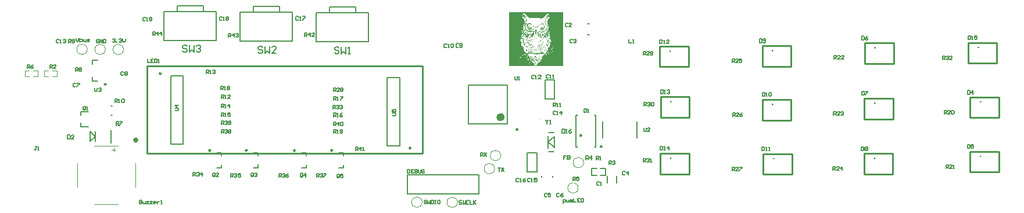
<source format=gto>
G04*
G04 #@! TF.GenerationSoftware,Altium Limited,CircuitMaker,2.3.0 (3)*
G04*
G04 Layer_Color=15132400*
%FSLAX25Y25*%
%MOIN*%
G70*
G04*
G04 #@! TF.SameCoordinates,705889C2-21D0-45EB-85EC-D1C7F8D66195*
G04*
G04*
G04 #@! TF.FilePolarity,Positive*
G04*
G01*
G75*
%ADD10C,0.00984*%
%ADD11C,0.00394*%
%ADD12C,0.02362*%
%ADD13C,0.01000*%
%ADD14C,0.00500*%
%ADD15C,0.00787*%
%ADD16C,0.00591*%
%ADD17C,0.00800*%
G36*
X320818Y93611D02*
X320818Y93603D01*
X320818Y85014D01*
X304545Y85014D01*
X304545Y85022D01*
X304538Y85022D01*
X304538Y85014D01*
X304410Y85014D01*
X304410Y85022D01*
X304395Y85022D01*
X304395Y85029D01*
X304319Y85029D01*
X304319Y85022D01*
X304311Y85022D01*
X304311Y85014D01*
X304304Y85014D01*
X304304Y85022D01*
X304296Y85022D01*
X304296Y85029D01*
X304289Y85029D01*
X304289Y85014D01*
X289903Y85014D01*
X289903Y115929D01*
X320818Y115929D01*
X320818Y93611D01*
X320818Y93611D02*
G37*
%LPC*%
G36*
X298017Y115363D02*
X298009Y115363D01*
X298009Y115356D01*
X298002Y115356D01*
X298002Y115341D01*
X297987Y115341D01*
X297987Y115348D01*
X297956Y115348D01*
X297956Y115341D01*
X297949Y115341D01*
X297949Y115295D01*
X297956Y115295D01*
X297956Y115280D01*
X297964Y115280D01*
X297964Y115265D01*
X297972Y115265D01*
X297972Y115235D01*
X297979Y115235D01*
X297979Y115227D01*
X297987Y115227D01*
X297987Y115220D01*
X297994Y115220D01*
X297994Y115212D01*
X298002Y115212D01*
X298002Y115205D01*
X298009Y115205D01*
X298009Y115190D01*
X298017Y115190D01*
X298017Y115182D01*
X298024Y115182D01*
X298024Y115167D01*
X298032Y115167D01*
X298032Y115159D01*
X298039Y115159D01*
X298039Y115144D01*
X298047Y115144D01*
X298047Y115137D01*
X298055Y115137D01*
X298055Y115129D01*
X298062Y115129D01*
X298062Y115122D01*
X298070Y115122D01*
X298070Y115107D01*
X298077Y115107D01*
X298077Y115092D01*
X298085Y115092D01*
X298085Y115084D01*
X298092Y115084D01*
X298092Y115076D01*
X298100Y115076D01*
X298100Y115069D01*
X298107Y115069D01*
X298107Y115054D01*
X298115Y115054D01*
X298115Y115039D01*
X298122Y115039D01*
X298122Y115031D01*
X298130Y115031D01*
X298130Y115016D01*
X298137Y115016D01*
X298137Y115001D01*
X298145Y115001D01*
X298145Y114986D01*
X298153Y114986D01*
X298153Y114971D01*
X298160Y114971D01*
X298160Y114963D01*
X298168Y114963D01*
X298168Y114948D01*
X298175Y114948D01*
X298175Y114933D01*
X298183Y114933D01*
X298183Y114918D01*
X298190Y114918D01*
X298190Y114910D01*
X298198Y114910D01*
X298198Y114880D01*
X298190Y114880D01*
X298190Y114888D01*
X298183Y114888D01*
X298183Y114895D01*
X298175Y114895D01*
X298175Y114865D01*
X298198Y114865D01*
X298198Y114857D01*
X298213Y114857D01*
X298213Y114820D01*
X298198Y114820D01*
X298198Y114827D01*
X298160Y114827D01*
X298160Y114835D01*
X298130Y114835D01*
X298130Y114842D01*
X298122Y114842D01*
X298122Y114850D01*
X298100Y114850D01*
X298100Y114857D01*
X298077Y114857D01*
X298077Y114865D01*
X298047Y114865D01*
X298047Y114873D01*
X298024Y114873D01*
X298024Y114880D01*
X298002Y114880D01*
X298002Y114888D01*
X297987Y114888D01*
X297987Y114895D01*
X297972Y114895D01*
X297972Y114903D01*
X297941Y114903D01*
X297941Y114910D01*
X297919Y114910D01*
X297919Y114918D01*
X297896Y114918D01*
X297896Y114926D01*
X297873Y114926D01*
X297873Y114933D01*
X297858Y114933D01*
X297858Y114941D01*
X297828Y114941D01*
X297828Y114948D01*
X297805Y114948D01*
X297805Y114956D01*
X297783Y114956D01*
X297783Y114963D01*
X297760Y114963D01*
X297760Y114971D01*
X297738Y114971D01*
X297738Y114978D01*
X297707Y114978D01*
X297707Y114986D01*
X297685Y114986D01*
X297685Y114993D01*
X297647Y114993D01*
X297647Y114986D01*
X297639Y114986D01*
X297639Y114978D01*
X297632Y114978D01*
X297632Y114971D01*
X297624Y114971D01*
X297624Y114963D01*
X297617Y114963D01*
X297617Y114948D01*
X297609Y114948D01*
X297609Y114933D01*
X297602Y114933D01*
X297602Y114926D01*
X297594Y114926D01*
X297594Y114910D01*
X297586Y114910D01*
X297586Y114903D01*
X297579Y114903D01*
X297579Y114888D01*
X297586Y114888D01*
X297586Y114873D01*
X297579Y114873D01*
X297579Y114857D01*
X297571Y114857D01*
X297571Y114752D01*
X297564Y114752D01*
X297564Y114722D01*
X297571Y114722D01*
X297571Y114707D01*
X297579Y114707D01*
X297579Y114691D01*
X297586Y114691D01*
X297586Y114676D01*
X297594Y114676D01*
X297594Y114631D01*
X297602Y114631D01*
X297602Y114593D01*
X297609Y114593D01*
X297609Y114563D01*
X297617Y114563D01*
X297617Y114541D01*
X297624Y114541D01*
X297624Y114480D01*
X297632Y114480D01*
X297632Y114450D01*
X297639Y114450D01*
X297639Y114397D01*
X297647Y114397D01*
X297647Y114337D01*
X297639Y114337D01*
X297639Y114322D01*
X297632Y114322D01*
X297632Y114284D01*
X297624Y114284D01*
X297624Y114261D01*
X297617Y114261D01*
X297617Y114254D01*
X297609Y114254D01*
X297609Y114239D01*
X297602Y114239D01*
X297602Y114231D01*
X297594Y114231D01*
X297594Y114224D01*
X297586Y114224D01*
X297586Y114216D01*
X297579Y114216D01*
X297579Y114208D01*
X297571Y114208D01*
X297571Y114193D01*
X297564Y114193D01*
X297564Y114186D01*
X297556Y114186D01*
X297556Y114171D01*
X297549Y114171D01*
X297549Y114156D01*
X297541Y114156D01*
X297541Y114148D01*
X297534Y114148D01*
X297534Y114125D01*
X297526Y114125D01*
X297526Y114088D01*
X297519Y114088D01*
X297519Y113989D01*
X297526Y113989D01*
X297526Y113982D01*
X297519Y113982D01*
X297519Y113907D01*
X297526Y113907D01*
X297526Y113831D01*
X297534Y113831D01*
X297534Y113778D01*
X297541Y113778D01*
X297541Y113741D01*
X297549Y113741D01*
X297549Y113718D01*
X297556Y113718D01*
X297556Y113703D01*
X297564Y113703D01*
X297564Y113688D01*
X297571Y113688D01*
X297571Y113657D01*
X297579Y113657D01*
X297579Y113642D01*
X297586Y113642D01*
X297586Y113620D01*
X297594Y113620D01*
X297594Y113597D01*
X297602Y113597D01*
X297602Y113582D01*
X297609Y113582D01*
X297609Y113567D01*
X297617Y113567D01*
X297617Y113544D01*
X297624Y113544D01*
X297624Y113537D01*
X297632Y113537D01*
X297632Y113514D01*
X297639Y113514D01*
X297639Y113499D01*
X297647Y113499D01*
X297647Y113484D01*
X297654Y113484D01*
X297654Y113469D01*
X297662Y113469D01*
X297662Y113461D01*
X297670Y113461D01*
X297670Y113446D01*
X297677Y113446D01*
X297677Y113431D01*
X297685Y113431D01*
X297685Y113416D01*
X297692Y113416D01*
X297692Y113408D01*
X297700Y113408D01*
X297700Y113393D01*
X297707Y113393D01*
X297707Y113386D01*
X297715Y113386D01*
X297715Y113378D01*
X297722Y113378D01*
X297722Y113363D01*
X297730Y113363D01*
X297730Y113356D01*
X297738Y113356D01*
X297738Y113340D01*
X297745Y113340D01*
X297745Y113333D01*
X297753Y113333D01*
X297753Y113318D01*
X297760Y113318D01*
X297760Y113310D01*
X297768Y113310D01*
X297768Y113303D01*
X297775Y113303D01*
X297775Y113295D01*
X297783Y113295D01*
X297783Y113280D01*
X297790Y113280D01*
X297790Y113273D01*
X297798Y113273D01*
X297798Y113265D01*
X297805Y113265D01*
X297805Y113257D01*
X297813Y113257D01*
X297813Y113250D01*
X297820Y113250D01*
X297820Y113242D01*
X297828Y113242D01*
X297828Y113227D01*
X297843Y113227D01*
X297843Y113212D01*
X297858Y113212D01*
X297858Y113205D01*
X297866Y113205D01*
X297866Y113197D01*
X297873Y113197D01*
X297873Y113182D01*
X297881Y113182D01*
X297881Y113174D01*
X297888Y113174D01*
X297888Y113167D01*
X297896Y113167D01*
X297896Y113152D01*
X297903Y113152D01*
X297903Y113144D01*
X297919Y113144D01*
X297919Y113137D01*
X297926Y113137D01*
X297926Y113129D01*
X297934Y113129D01*
X297934Y113122D01*
X297941Y113122D01*
X297941Y113114D01*
X297949Y113114D01*
X297949Y113107D01*
X297941Y113107D01*
X297941Y113099D01*
X297934Y113099D01*
X297934Y113107D01*
X297919Y113107D01*
X297919Y113099D01*
X297896Y113099D01*
X297896Y113091D01*
X297692Y113091D01*
X297692Y113099D01*
X297594Y113099D01*
X297594Y113091D01*
X297571Y113091D01*
X297571Y113099D01*
X297421Y113099D01*
X297421Y113091D01*
X297405Y113091D01*
X297405Y113099D01*
X297390Y113099D01*
X297390Y113091D01*
X297360Y113091D01*
X297360Y113084D01*
X297345Y113084D01*
X297345Y113076D01*
X297330Y113076D01*
X297330Y113069D01*
X297315Y113069D01*
X297315Y113061D01*
X297285Y113061D01*
X297285Y113054D01*
X297277Y113054D01*
X297277Y113039D01*
X297270Y113039D01*
X297270Y113031D01*
X297262Y113031D01*
X297262Y113008D01*
X297270Y113008D01*
X297270Y113001D01*
X297277Y113001D01*
X297277Y112955D01*
X297285Y112955D01*
X297285Y112940D01*
X297277Y112940D01*
X297277Y112910D01*
X297292Y112910D01*
X297292Y112903D01*
X297300Y112903D01*
X297300Y112895D01*
X297307Y112895D01*
X297307Y112888D01*
X297315Y112888D01*
X297315Y112880D01*
X297322Y112880D01*
X297322Y112873D01*
X297330Y112873D01*
X297330Y112865D01*
X297345Y112865D01*
X297345Y112857D01*
X297360Y112857D01*
X297360Y112850D01*
X297368Y112850D01*
X297368Y112835D01*
X297375Y112835D01*
X297375Y112827D01*
X297383Y112827D01*
X297383Y112820D01*
X297390Y112820D01*
X297390Y112812D01*
X297398Y112812D01*
X297398Y112804D01*
X297405Y112804D01*
X297405Y112797D01*
X297413Y112797D01*
X297413Y112789D01*
X297421Y112789D01*
X297421Y112782D01*
X297436Y112782D01*
X297436Y112774D01*
X297443Y112774D01*
X297443Y112767D01*
X297458Y112767D01*
X297458Y112759D01*
X297466Y112759D01*
X297466Y112752D01*
X297473Y112752D01*
X297473Y112744D01*
X297481Y112744D01*
X297481Y112737D01*
X297496Y112737D01*
X297496Y112729D01*
X297503Y112729D01*
X297503Y112722D01*
X297519Y112722D01*
X297519Y112714D01*
X297526Y112714D01*
X297526Y112706D01*
X297534Y112706D01*
X297534Y112699D01*
X297541Y112699D01*
X297541Y112691D01*
X297549Y112691D01*
X297549Y112684D01*
X297556Y112684D01*
X297556Y112676D01*
X297564Y112676D01*
X297564Y112669D01*
X297579Y112669D01*
X297579Y112661D01*
X297586Y112661D01*
X297586Y112654D01*
X297594Y112654D01*
X297594Y112646D01*
X297602Y112646D01*
X297602Y112638D01*
X297609Y112638D01*
X297609Y112631D01*
X297617Y112631D01*
X297617Y112623D01*
X297624Y112623D01*
X297624Y112616D01*
X297632Y112616D01*
X297632Y112608D01*
X297639Y112608D01*
X297639Y112601D01*
X297647Y112601D01*
X297647Y112593D01*
X297662Y112593D01*
X297662Y112586D01*
X297670Y112586D01*
X297670Y112578D01*
X297677Y112578D01*
X297677Y112571D01*
X297685Y112571D01*
X297685Y112563D01*
X297700Y112563D01*
X297700Y112556D01*
X297707Y112556D01*
X297707Y112548D01*
X297722Y112548D01*
X297722Y112540D01*
X297730Y112540D01*
X297730Y112533D01*
X297738Y112533D01*
X297738Y112525D01*
X297745Y112525D01*
X297745Y112518D01*
X297753Y112518D01*
X297753Y112510D01*
X297760Y112510D01*
X297760Y112503D01*
X297768Y112503D01*
X297768Y112495D01*
X297783Y112495D01*
X297783Y112488D01*
X297790Y112488D01*
X297790Y112480D01*
X297798Y112480D01*
X297798Y112472D01*
X297813Y112472D01*
X297813Y112465D01*
X297820Y112465D01*
X297820Y112457D01*
X297828Y112457D01*
X297828Y112450D01*
X297836Y112450D01*
X297836Y112442D01*
X297851Y112442D01*
X297851Y112435D01*
X297858Y112435D01*
X297858Y112427D01*
X297866Y112427D01*
X297866Y112420D01*
X297881Y112420D01*
X297881Y112412D01*
X297888Y112412D01*
X297888Y112405D01*
X297903Y112405D01*
X297903Y112397D01*
X297911Y112397D01*
X297911Y112389D01*
X297919Y112389D01*
X297919Y112382D01*
X297926Y112382D01*
X297926Y112374D01*
X297941Y112374D01*
X297941Y112367D01*
X297949Y112367D01*
X297949Y112359D01*
X297964Y112359D01*
X297964Y112352D01*
X297972Y112352D01*
X297972Y112337D01*
X297979Y112337D01*
X297979Y112329D01*
X297987Y112329D01*
X297987Y112321D01*
X298002Y112321D01*
X298002Y112306D01*
X298009Y112306D01*
X298009Y112299D01*
X298017Y112299D01*
X298017Y112291D01*
X298024Y112291D01*
X298024Y112284D01*
X298032Y112284D01*
X298032Y112269D01*
X298039Y112269D01*
X298039Y112261D01*
X298047Y112261D01*
X298047Y112254D01*
X298055Y112254D01*
X298055Y112239D01*
X298062Y112239D01*
X298062Y112231D01*
X298070Y112231D01*
X298070Y112216D01*
X298077Y112216D01*
X298077Y112208D01*
X298085Y112208D01*
X298085Y112201D01*
X298092Y112201D01*
X298092Y112193D01*
X298100Y112193D01*
X298100Y112178D01*
X298107Y112178D01*
X298107Y112171D01*
X298115Y112171D01*
X298115Y112163D01*
X298122Y112163D01*
X298122Y112155D01*
X298130Y112155D01*
X298130Y112148D01*
X298137Y112148D01*
X298137Y112140D01*
X298145Y112140D01*
X298145Y112133D01*
X298153Y112133D01*
X298153Y112125D01*
X298160Y112125D01*
X298160Y112118D01*
X298168Y112118D01*
X298168Y112110D01*
X298175Y112110D01*
X298175Y112095D01*
X298183Y112095D01*
X298183Y112088D01*
X298190Y112088D01*
X298190Y112080D01*
X298198Y112080D01*
X298198Y112072D01*
X298205Y112072D01*
X298205Y112065D01*
X298213Y112065D01*
X298213Y112050D01*
X298220Y112050D01*
X298220Y112042D01*
X298228Y112042D01*
X298228Y112035D01*
X298236Y112035D01*
X298236Y112020D01*
X298243Y112020D01*
X298243Y112012D01*
X298251Y112012D01*
X298251Y111997D01*
X298258Y111997D01*
X298258Y111982D01*
X298266Y111982D01*
X298266Y111974D01*
X298273Y111974D01*
X298273Y111959D01*
X298281Y111959D01*
X298281Y111944D01*
X298288Y111944D01*
X298288Y111929D01*
X298296Y111929D01*
X298296Y111914D01*
X298304Y111914D01*
X298304Y111899D01*
X298311Y111899D01*
X298311Y111884D01*
X298319Y111884D01*
X298319Y111869D01*
X298326Y111869D01*
X298326Y111854D01*
X298334Y111854D01*
X298334Y111838D01*
X298341Y111838D01*
X298341Y111823D01*
X298349Y111823D01*
X298349Y111801D01*
X298356Y111801D01*
X298356Y111786D01*
X298364Y111786D01*
X298364Y111770D01*
X298372Y111770D01*
X298372Y111755D01*
X298379Y111755D01*
X298379Y111740D01*
X298387Y111740D01*
X298387Y111733D01*
X298394Y111733D01*
X298394Y111710D01*
X298402Y111710D01*
X298402Y111695D01*
X298409Y111695D01*
X298409Y111680D01*
X298417Y111680D01*
X298417Y111665D01*
X298424Y111665D01*
X298424Y111650D01*
X298432Y111650D01*
X298432Y111635D01*
X298439Y111635D01*
X298439Y111620D01*
X298447Y111620D01*
X298447Y111604D01*
X298454Y111604D01*
X298454Y111582D01*
X298462Y111582D01*
X298462Y111567D01*
X298470Y111567D01*
X298470Y111552D01*
X298477Y111552D01*
X298477Y111537D01*
X298485Y111537D01*
X298485Y111521D01*
X298492Y111521D01*
X298492Y111506D01*
X298500Y111506D01*
X298500Y111484D01*
X298507Y111484D01*
X298507Y111469D01*
X298515Y111469D01*
X298515Y111453D01*
X298522Y111453D01*
X298522Y111438D01*
X298530Y111438D01*
X298530Y111423D01*
X298537Y111423D01*
X298537Y111401D01*
X298545Y111401D01*
X298545Y111386D01*
X298553Y111386D01*
X298553Y111363D01*
X298560Y111363D01*
X298560Y111348D01*
X298568Y111348D01*
X298568Y111325D01*
X298575Y111325D01*
X298575Y111310D01*
X298583Y111310D01*
X298583Y111295D01*
X298590Y111295D01*
X298590Y111272D01*
X298598Y111272D01*
X298598Y111250D01*
X298605Y111250D01*
X298605Y111227D01*
X298613Y111227D01*
X298613Y111204D01*
X298621Y111204D01*
X298621Y111174D01*
X298628Y111174D01*
X298628Y111136D01*
X298636Y111136D01*
X298636Y111023D01*
X298643Y111023D01*
X298643Y111001D01*
X298636Y111001D01*
X298636Y110970D01*
X298643Y110970D01*
X298643Y110744D01*
X298651Y110744D01*
X298651Y110329D01*
X298643Y110329D01*
X298643Y110216D01*
X298636Y110216D01*
X298636Y110155D01*
X298628Y110155D01*
X298628Y110133D01*
X298621Y110133D01*
X298621Y110110D01*
X298613Y110110D01*
X298613Y110095D01*
X298605Y110095D01*
X298605Y110080D01*
X298598Y110080D01*
X298598Y110065D01*
X298590Y110065D01*
X298590Y110050D01*
X298583Y110050D01*
X298583Y110035D01*
X298575Y110035D01*
X298575Y110027D01*
X298568Y110027D01*
X298568Y110012D01*
X298560Y110012D01*
X298560Y110004D01*
X298553Y110004D01*
X298553Y109989D01*
X298545Y109989D01*
X298545Y109982D01*
X298537Y109982D01*
X298537Y109959D01*
X298530Y109959D01*
X298530Y109951D01*
X298522Y109951D01*
X298522Y109921D01*
X298530Y109921D01*
X298530Y109906D01*
X298537Y109906D01*
X298537Y109846D01*
X298545Y109846D01*
X298545Y109823D01*
X298537Y109823D01*
X298537Y109816D01*
X298545Y109816D01*
X298545Y109793D01*
X298553Y109793D01*
X298553Y109785D01*
X298560Y109785D01*
X298560Y109793D01*
X298568Y109793D01*
X298568Y109801D01*
X298583Y109801D01*
X298583Y109808D01*
X298590Y109808D01*
X298590Y109816D01*
X298598Y109816D01*
X298598Y109823D01*
X298605Y109823D01*
X298605Y109831D01*
X298613Y109831D01*
X298613Y109838D01*
X298621Y109838D01*
X298621Y109846D01*
X298636Y109846D01*
X298636Y109853D01*
X298643Y109853D01*
X298643Y109869D01*
X298651Y109869D01*
X298651Y109876D01*
X298658Y109876D01*
X298658Y109884D01*
X298666Y109884D01*
X298666Y109899D01*
X298673Y109899D01*
X298673Y109906D01*
X298681Y109906D01*
X298681Y109914D01*
X298689Y109914D01*
X298689Y109921D01*
X298696Y109921D01*
X298696Y109936D01*
X298711Y109936D01*
X298711Y109944D01*
X298719Y109944D01*
X298719Y109959D01*
X298726Y109959D01*
X298726Y109967D01*
X298734Y109967D01*
X298734Y109974D01*
X298741Y109974D01*
X298741Y109982D01*
X298749Y109982D01*
X298749Y109989D01*
X298756Y109989D01*
X298756Y109997D01*
X298764Y109997D01*
X298764Y110004D01*
X298772Y110004D01*
X298772Y110012D01*
X298779Y110012D01*
X298779Y110020D01*
X298787Y110020D01*
X298787Y110027D01*
X298794Y110027D01*
X298794Y110035D01*
X298802Y110035D01*
X298802Y110050D01*
X298809Y110050D01*
X298809Y110057D01*
X298817Y110057D01*
X298817Y110065D01*
X298824Y110065D01*
X298824Y110072D01*
X298832Y110072D01*
X298832Y110080D01*
X298839Y110080D01*
X298839Y110095D01*
X298847Y110095D01*
X298847Y110102D01*
X298854Y110102D01*
X298854Y110110D01*
X298862Y110110D01*
X298862Y110125D01*
X298870Y110125D01*
X298870Y110133D01*
X298877Y110133D01*
X298877Y110148D01*
X298885Y110148D01*
X298885Y110155D01*
X298892Y110155D01*
X298892Y110163D01*
X298900Y110163D01*
X298900Y110170D01*
X298907Y110170D01*
X298907Y110178D01*
X298915Y110178D01*
X298915Y110186D01*
X298922Y110186D01*
X298922Y110193D01*
X298930Y110193D01*
X298930Y110201D01*
X298938Y110201D01*
X298938Y110208D01*
X298945Y110208D01*
X298945Y110216D01*
X298953Y110216D01*
X298953Y110223D01*
X298960Y110223D01*
X298960Y110231D01*
X298968Y110231D01*
X298968Y110246D01*
X298975Y110246D01*
X298975Y110253D01*
X298983Y110253D01*
X298983Y110261D01*
X298990Y110261D01*
X298990Y110268D01*
X298998Y110268D01*
X298998Y110276D01*
X299006Y110276D01*
X299006Y110284D01*
X299013Y110284D01*
X299013Y110291D01*
X299021Y110291D01*
X299021Y110299D01*
X299028Y110299D01*
X299028Y110306D01*
X299036Y110306D01*
X299036Y110314D01*
X299043Y110314D01*
X299043Y110321D01*
X299051Y110321D01*
X299051Y110344D01*
X299058Y110344D01*
X299058Y110367D01*
X299066Y110367D01*
X299066Y110389D01*
X299073Y110389D01*
X299073Y110404D01*
X299081Y110404D01*
X299081Y110435D01*
X299089Y110435D01*
X299089Y110450D01*
X299096Y110450D01*
X299096Y110472D01*
X299104Y110472D01*
X299104Y110487D01*
X299111Y110487D01*
X299111Y110510D01*
X299119Y110510D01*
X299119Y110525D01*
X299126Y110525D01*
X299126Y110540D01*
X299134Y110540D01*
X299134Y110563D01*
X299141Y110563D01*
X299141Y110578D01*
X299149Y110578D01*
X299149Y110593D01*
X299156Y110593D01*
X299156Y110616D01*
X299164Y110616D01*
X299164Y110631D01*
X299171Y110631D01*
X299171Y110653D01*
X299179Y110653D01*
X299179Y110684D01*
X299187Y110684D01*
X299187Y110721D01*
X299194Y110721D01*
X299194Y110737D01*
X299202Y110737D01*
X299202Y110759D01*
X299209Y110759D01*
X299209Y110782D01*
X299217Y110782D01*
X299217Y110797D01*
X299224Y110797D01*
X299224Y110812D01*
X299232Y110812D01*
X299232Y110827D01*
X299239Y110827D01*
X299239Y110842D01*
X299247Y110842D01*
X299247Y110857D01*
X299255Y110857D01*
X299255Y110872D01*
X299262Y110872D01*
X299262Y110880D01*
X299270Y110880D01*
X299270Y110895D01*
X299277Y110895D01*
X299277Y110910D01*
X299292Y110910D01*
X299292Y110918D01*
X299300Y110918D01*
X299300Y110925D01*
X299338Y110925D01*
X299338Y110918D01*
X299353Y110918D01*
X299353Y110910D01*
X299368Y110910D01*
X299368Y110903D01*
X299383Y110903D01*
X299383Y110895D01*
X299398Y110895D01*
X299398Y110887D01*
X299421Y110887D01*
X299421Y110880D01*
X299436Y110880D01*
X299436Y110872D01*
X299451Y110872D01*
X299451Y110865D01*
X299458Y110865D01*
X299458Y110857D01*
X299473Y110857D01*
X299473Y110850D01*
X299496Y110850D01*
X299496Y110842D01*
X299526Y110842D01*
X299526Y110835D01*
X299541Y110835D01*
X299541Y110827D01*
X299556Y110827D01*
X299556Y110819D01*
X299564Y110819D01*
X299564Y110812D01*
X299587Y110812D01*
X299587Y110804D01*
X299602Y110804D01*
X299602Y110797D01*
X299617Y110797D01*
X299617Y110789D01*
X299632Y110789D01*
X299632Y110782D01*
X299647Y110782D01*
X299647Y110774D01*
X299662Y110774D01*
X299662Y110767D01*
X299677Y110767D01*
X299677Y110759D01*
X299685Y110759D01*
X299685Y110752D01*
X299700Y110752D01*
X299700Y110744D01*
X299715Y110744D01*
X299715Y110737D01*
X299730Y110737D01*
X299730Y110729D01*
X299738Y110729D01*
X299738Y110721D01*
X299753Y110721D01*
X299753Y110714D01*
X299760Y110714D01*
X299760Y110706D01*
X299775Y110706D01*
X299775Y110691D01*
X299790Y110691D01*
X299790Y110684D01*
X299813Y110684D01*
X299813Y110676D01*
X299821Y110676D01*
X299821Y110669D01*
X299828Y110669D01*
X299828Y110661D01*
X299836Y110661D01*
X299836Y110653D01*
X299843Y110653D01*
X299843Y110646D01*
X299873Y110646D01*
X299873Y110638D01*
X299889Y110638D01*
X299889Y110631D01*
X299896Y110631D01*
X299896Y110623D01*
X299904Y110623D01*
X299904Y110616D01*
X299896Y110616D01*
X299896Y110608D01*
X299889Y110608D01*
X299889Y110601D01*
X299836Y110601D01*
X299836Y110608D01*
X299828Y110608D01*
X299828Y110616D01*
X299790Y110616D01*
X299790Y110601D01*
X299798Y110601D01*
X299798Y110593D01*
X299836Y110593D01*
X299836Y110585D01*
X299843Y110585D01*
X299843Y110578D01*
X299858Y110578D01*
X299858Y110570D01*
X299866Y110570D01*
X299866Y110563D01*
X299873Y110563D01*
X299873Y110570D01*
X299889Y110570D01*
X299889Y110578D01*
X299904Y110578D01*
X299904Y110585D01*
X299911Y110585D01*
X299911Y110593D01*
X299926Y110593D01*
X299926Y110585D01*
X299979Y110585D01*
X299979Y110570D01*
X299987Y110570D01*
X299987Y110585D01*
X300009Y110585D01*
X300009Y110578D01*
X300017Y110578D01*
X300017Y110563D01*
X300002Y110563D01*
X300002Y110555D01*
X299994Y110555D01*
X299994Y110563D01*
X299987Y110563D01*
X299987Y110555D01*
X299979Y110555D01*
X299979Y110548D01*
X299964Y110548D01*
X299964Y110555D01*
X299926Y110555D01*
X299926Y110548D01*
X299919Y110548D01*
X299919Y110540D01*
X299911Y110540D01*
X299911Y110533D01*
X299919Y110533D01*
X299919Y110525D01*
X299949Y110525D01*
X299949Y110533D01*
X300002Y110533D01*
X300002Y110540D01*
X300032Y110540D01*
X300032Y110548D01*
X300070Y110548D01*
X300070Y110525D01*
X300047Y110525D01*
X300047Y110510D01*
X300017Y110510D01*
X300017Y110503D01*
X300002Y110503D01*
X300002Y110495D01*
X299994Y110495D01*
X299994Y110487D01*
X299987Y110487D01*
X299987Y110480D01*
X299964Y110480D01*
X299964Y110472D01*
X299919Y110472D01*
X299919Y110480D01*
X299889Y110480D01*
X299889Y110487D01*
X299866Y110487D01*
X299866Y110495D01*
X299858Y110495D01*
X299858Y110510D01*
X299843Y110510D01*
X299843Y110525D01*
X299836Y110525D01*
X299836Y110533D01*
X299843Y110533D01*
X299843Y110540D01*
X299828Y110540D01*
X299828Y110548D01*
X299783Y110548D01*
X299783Y110555D01*
X299775Y110555D01*
X299775Y110563D01*
X299745Y110563D01*
X299745Y110570D01*
X299723Y110570D01*
X299723Y110578D01*
X299700Y110578D01*
X299700Y110585D01*
X299685Y110585D01*
X299685Y110593D01*
X299662Y110593D01*
X299662Y110601D01*
X299647Y110601D01*
X299647Y110608D01*
X299624Y110608D01*
X299624Y110601D01*
X299579Y110601D01*
X299579Y110593D01*
X299564Y110593D01*
X299564Y110585D01*
X299556Y110585D01*
X299556Y110578D01*
X299541Y110578D01*
X299541Y110570D01*
X299526Y110570D01*
X299526Y110563D01*
X299511Y110563D01*
X299511Y110555D01*
X299504Y110555D01*
X299504Y110548D01*
X299488Y110548D01*
X299488Y110540D01*
X299481Y110540D01*
X299481Y110533D01*
X299473Y110533D01*
X299473Y110525D01*
X299466Y110525D01*
X299466Y110518D01*
X299451Y110518D01*
X299451Y110510D01*
X299443Y110510D01*
X299443Y110503D01*
X299436Y110503D01*
X299436Y110495D01*
X299421Y110495D01*
X299421Y110487D01*
X299413Y110487D01*
X299413Y110480D01*
X299398Y110480D01*
X299398Y110472D01*
X299383Y110472D01*
X299383Y110465D01*
X299375Y110465D01*
X299375Y110457D01*
X299360Y110457D01*
X299360Y110450D01*
X299338Y110450D01*
X299338Y110442D01*
X299300Y110442D01*
X299300Y110435D01*
X299255Y110435D01*
X299255Y110427D01*
X299224Y110427D01*
X299224Y110419D01*
X299209Y110419D01*
X299209Y110412D01*
X299194Y110412D01*
X299194Y110404D01*
X299179Y110404D01*
X299179Y110397D01*
X299164Y110397D01*
X299164Y110389D01*
X299156Y110389D01*
X299156Y110382D01*
X299141Y110382D01*
X299141Y110374D01*
X299134Y110374D01*
X299134Y110367D01*
X299119Y110367D01*
X299119Y110359D01*
X299111Y110359D01*
X299111Y110352D01*
X299104Y110352D01*
X299104Y110344D01*
X299096Y110344D01*
X299096Y110329D01*
X299081Y110329D01*
X299081Y110306D01*
X299104Y110306D01*
X299104Y110314D01*
X299164Y110314D01*
X299164Y110306D01*
X299202Y110306D01*
X299202Y110299D01*
X299247Y110299D01*
X299247Y110306D01*
X299277Y110306D01*
X299277Y110314D01*
X299398Y110314D01*
X299398Y110321D01*
X299406Y110321D01*
X299406Y110329D01*
X299421Y110329D01*
X299421Y110344D01*
X299428Y110344D01*
X299428Y110359D01*
X299436Y110359D01*
X299436Y110367D01*
X299443Y110367D01*
X299443Y110374D01*
X299451Y110374D01*
X299451Y110382D01*
X299458Y110382D01*
X299458Y110389D01*
X299481Y110389D01*
X299481Y110397D01*
X299488Y110397D01*
X299488Y110404D01*
X299496Y110404D01*
X299496Y110412D01*
X299519Y110412D01*
X299519Y110419D01*
X299549Y110419D01*
X299549Y110427D01*
X299572Y110427D01*
X299572Y110435D01*
X299594Y110435D01*
X299594Y110442D01*
X299617Y110442D01*
X299617Y110450D01*
X299640Y110450D01*
X299640Y110442D01*
X299662Y110442D01*
X299662Y110450D01*
X299707Y110450D01*
X299707Y110457D01*
X299738Y110457D01*
X299738Y110465D01*
X299760Y110465D01*
X299760Y110472D01*
X299775Y110472D01*
X299775Y110465D01*
X299783Y110465D01*
X299783Y110457D01*
X299790Y110457D01*
X299790Y110442D01*
X299783Y110442D01*
X299783Y110435D01*
X299775Y110435D01*
X299775Y110427D01*
X299760Y110427D01*
X299760Y110419D01*
X299745Y110419D01*
X299745Y110412D01*
X299730Y110412D01*
X299730Y110404D01*
X299723Y110404D01*
X299723Y110397D01*
X299707Y110397D01*
X299707Y110389D01*
X299700Y110389D01*
X299700Y110382D01*
X299692Y110382D01*
X299692Y110374D01*
X299685Y110374D01*
X299685Y110367D01*
X299670Y110367D01*
X299670Y110359D01*
X299647Y110359D01*
X299647Y110352D01*
X299640Y110352D01*
X299640Y110344D01*
X299624Y110344D01*
X299624Y110336D01*
X299602Y110336D01*
X299602Y110329D01*
X299594Y110329D01*
X299594Y110321D01*
X299579Y110321D01*
X299579Y110314D01*
X299549Y110314D01*
X299549Y110306D01*
X299534Y110306D01*
X299534Y110299D01*
X299519Y110299D01*
X299519Y110291D01*
X299511Y110291D01*
X299511Y110284D01*
X299481Y110284D01*
X299481Y110276D01*
X299473Y110276D01*
X299473Y110268D01*
X299466Y110268D01*
X299466Y110261D01*
X299458Y110261D01*
X299458Y110253D01*
X299451Y110253D01*
X299451Y110246D01*
X299428Y110246D01*
X299428Y110231D01*
X299413Y110231D01*
X299413Y110223D01*
X299398Y110223D01*
X299398Y110216D01*
X299383Y110216D01*
X299383Y110208D01*
X299368Y110208D01*
X299368Y110201D01*
X299330Y110201D01*
X299330Y110193D01*
X299156Y110193D01*
X299156Y110186D01*
X299111Y110186D01*
X299111Y110178D01*
X299081Y110178D01*
X299081Y110170D01*
X299058Y110170D01*
X299058Y110163D01*
X299051Y110163D01*
X299051Y110155D01*
X299043Y110155D01*
X299043Y110148D01*
X299036Y110148D01*
X299036Y110140D01*
X299028Y110140D01*
X299028Y110133D01*
X299021Y110133D01*
X299021Y110125D01*
X299013Y110125D01*
X299013Y110118D01*
X299006Y110118D01*
X299006Y110110D01*
X298998Y110110D01*
X298998Y110102D01*
X298983Y110102D01*
X298983Y110080D01*
X298975Y110080D01*
X298975Y110072D01*
X298968Y110072D01*
X298968Y110057D01*
X298960Y110057D01*
X298960Y110042D01*
X298953Y110042D01*
X298953Y110035D01*
X298945Y110035D01*
X298945Y110020D01*
X298938Y110020D01*
X298938Y110004D01*
X298930Y110004D01*
X298930Y109982D01*
X298922Y109982D01*
X298922Y109951D01*
X298915Y109951D01*
X298915Y109914D01*
X298907Y109914D01*
X298907Y109899D01*
X298900Y109899D01*
X298900Y109861D01*
X298892Y109861D01*
X298892Y109846D01*
X298885Y109846D01*
X298885Y109831D01*
X298877Y109831D01*
X298877Y109816D01*
X298870Y109816D01*
X298870Y109808D01*
X298862Y109808D01*
X298862Y109801D01*
X298854Y109801D01*
X298854Y109793D01*
X298847Y109793D01*
X298847Y109785D01*
X298839Y109785D01*
X298839Y109778D01*
X298832Y109778D01*
X298832Y109770D01*
X298824Y109770D01*
X298824Y109763D01*
X298817Y109763D01*
X298817Y109755D01*
X298809Y109755D01*
X298809Y109748D01*
X298794Y109748D01*
X298794Y109740D01*
X298787Y109740D01*
X298787Y109733D01*
X298779Y109733D01*
X298779Y109725D01*
X298764Y109725D01*
X298764Y109718D01*
X298749Y109718D01*
X298749Y109710D01*
X298734Y109710D01*
X298734Y109702D01*
X298719Y109702D01*
X298719Y109695D01*
X298711Y109695D01*
X298711Y109687D01*
X298704Y109687D01*
X298704Y109680D01*
X298689Y109680D01*
X298689Y109672D01*
X298681Y109672D01*
X298681Y109665D01*
X298666Y109665D01*
X298666Y109657D01*
X298658Y109657D01*
X298658Y109650D01*
X298651Y109650D01*
X298651Y109642D01*
X298643Y109642D01*
X298643Y109627D01*
X298636Y109627D01*
X298636Y109619D01*
X298628Y109619D01*
X298628Y109604D01*
X298621Y109604D01*
X298621Y109589D01*
X298613Y109589D01*
X298613Y109582D01*
X298605Y109582D01*
X298605Y109574D01*
X298598Y109574D01*
X298598Y109544D01*
X298590Y109544D01*
X298590Y109529D01*
X298583Y109529D01*
X298583Y109521D01*
X298636Y109521D01*
X298636Y109514D01*
X298651Y109514D01*
X298651Y109506D01*
X298658Y109506D01*
X298658Y109484D01*
X298651Y109484D01*
X298651Y109468D01*
X298643Y109468D01*
X298643Y109416D01*
X298636Y109416D01*
X298636Y109400D01*
X298628Y109400D01*
X298628Y109393D01*
X298621Y109393D01*
X298621Y109385D01*
X298613Y109385D01*
X298613Y109378D01*
X298605Y109378D01*
X298605Y109370D01*
X298598Y109370D01*
X298598Y109363D01*
X298590Y109363D01*
X298590Y109355D01*
X298583Y109355D01*
X298583Y109348D01*
X298575Y109348D01*
X298575Y109340D01*
X298568Y109340D01*
X298568Y109333D01*
X298553Y109333D01*
X298553Y109325D01*
X298545Y109325D01*
X298545Y109318D01*
X298530Y109318D01*
X298530Y109310D01*
X298522Y109310D01*
X298522Y109302D01*
X298500Y109302D01*
X298500Y109295D01*
X298492Y109295D01*
X298492Y109287D01*
X298485Y109287D01*
X298485Y109280D01*
X298470Y109280D01*
X298470Y109272D01*
X298462Y109272D01*
X298462Y109265D01*
X298447Y109265D01*
X298447Y109250D01*
X298432Y109250D01*
X298432Y109242D01*
X298424Y109242D01*
X298424Y109234D01*
X298417Y109234D01*
X298417Y109227D01*
X298409Y109227D01*
X298409Y109219D01*
X298402Y109219D01*
X298402Y109197D01*
X298394Y109197D01*
X298394Y109167D01*
X298387Y109167D01*
X298387Y109151D01*
X298379Y109151D01*
X298379Y109136D01*
X298394Y109136D01*
X298394Y109144D01*
X298417Y109144D01*
X298417Y109159D01*
X298424Y109159D01*
X298424Y109174D01*
X298432Y109174D01*
X298432Y109182D01*
X298439Y109182D01*
X298439Y109197D01*
X298447Y109197D01*
X298447Y109204D01*
X298454Y109204D01*
X298454Y109219D01*
X298462Y109219D01*
X298462Y109212D01*
X298492Y109212D01*
X298492Y109204D01*
X298515Y109204D01*
X298515Y109197D01*
X298530Y109197D01*
X298530Y109189D01*
X298537Y109189D01*
X298537Y109182D01*
X298553Y109182D01*
X298553Y109174D01*
X298560Y109174D01*
X298560Y109167D01*
X298575Y109167D01*
X298575Y109159D01*
X298590Y109159D01*
X298590Y109151D01*
X298598Y109151D01*
X298598Y109144D01*
X298605Y109144D01*
X298605Y109136D01*
X298613Y109136D01*
X298613Y109129D01*
X298621Y109129D01*
X298621Y109121D01*
X298636Y109121D01*
X298636Y109114D01*
X298643Y109114D01*
X298643Y109106D01*
X298651Y109106D01*
X298651Y109099D01*
X298658Y109099D01*
X298658Y109091D01*
X298673Y109091D01*
X298673Y109083D01*
X298681Y109083D01*
X298681Y109076D01*
X298689Y109076D01*
X298689Y109068D01*
X298704Y109068D01*
X298704Y109061D01*
X298719Y109061D01*
X298719Y109053D01*
X298726Y109053D01*
X298726Y109046D01*
X298741Y109046D01*
X298741Y109038D01*
X298756Y109038D01*
X298756Y109031D01*
X298764Y109031D01*
X298764Y109023D01*
X298779Y109023D01*
X298779Y109016D01*
X298787Y109016D01*
X298787Y109008D01*
X298802Y109008D01*
X298802Y109001D01*
X298817Y109001D01*
X298817Y108993D01*
X298832Y108993D01*
X298832Y108985D01*
X298847Y108985D01*
X298847Y108978D01*
X298862Y108978D01*
X298862Y108970D01*
X298877Y108970D01*
X298877Y108963D01*
X298892Y108963D01*
X298892Y108955D01*
X298907Y108955D01*
X298907Y108948D01*
X298930Y108948D01*
X298930Y108940D01*
X298953Y108940D01*
X298953Y108933D01*
X298968Y108933D01*
X298968Y108925D01*
X299013Y108925D01*
X299013Y108917D01*
X299028Y108917D01*
X299028Y108910D01*
X299051Y108910D01*
X299051Y108902D01*
X299089Y108902D01*
X299089Y108917D01*
X299096Y108917D01*
X299096Y108925D01*
X299104Y108925D01*
X299104Y108940D01*
X299111Y108940D01*
X299111Y108955D01*
X299119Y108955D01*
X299119Y108970D01*
X299134Y108970D01*
X299134Y108985D01*
X299141Y108985D01*
X299141Y108993D01*
X299149Y108993D01*
X299149Y109001D01*
X299156Y109001D01*
X299156Y109016D01*
X299164Y109016D01*
X299164Y109023D01*
X299171Y109023D01*
X299171Y109031D01*
X299179Y109031D01*
X299179Y109038D01*
X299187Y109038D01*
X299187Y109046D01*
X299194Y109046D01*
X299194Y109053D01*
X299202Y109053D01*
X299202Y109068D01*
X299209Y109068D01*
X299209Y109076D01*
X299202Y109076D01*
X299202Y109091D01*
X299194Y109091D01*
X299194Y109099D01*
X299187Y109099D01*
X299187Y109106D01*
X299179Y109106D01*
X299179Y109121D01*
X299171Y109121D01*
X299171Y109129D01*
X299164Y109129D01*
X299164Y109136D01*
X299156Y109136D01*
X299156Y109144D01*
X299149Y109144D01*
X299149Y109151D01*
X299141Y109151D01*
X299141Y109159D01*
X299134Y109159D01*
X299134Y109167D01*
X299126Y109167D01*
X299126Y109174D01*
X299119Y109174D01*
X299119Y109189D01*
X299111Y109189D01*
X299111Y109197D01*
X299104Y109197D01*
X299104Y109204D01*
X299096Y109204D01*
X299096Y109212D01*
X299089Y109212D01*
X299089Y109219D01*
X299081Y109219D01*
X299081Y109227D01*
X299073Y109227D01*
X299073Y109234D01*
X299066Y109234D01*
X299066Y109242D01*
X299058Y109242D01*
X299058Y109250D01*
X299043Y109250D01*
X299043Y109265D01*
X299028Y109265D01*
X299028Y109272D01*
X299021Y109272D01*
X299021Y109280D01*
X299013Y109280D01*
X299013Y109287D01*
X299006Y109287D01*
X299006Y109295D01*
X298998Y109295D01*
X298998Y109302D01*
X298990Y109302D01*
X298990Y109310D01*
X298983Y109310D01*
X298983Y109318D01*
X298975Y109318D01*
X298975Y109325D01*
X298968Y109325D01*
X298968Y109333D01*
X298960Y109333D01*
X298960Y109340D01*
X298953Y109340D01*
X298953Y109348D01*
X298945Y109348D01*
X298945Y109355D01*
X298938Y109355D01*
X298938Y109363D01*
X298930Y109363D01*
X298930Y109370D01*
X298922Y109370D01*
X298922Y109378D01*
X298915Y109378D01*
X298915Y109385D01*
X298900Y109385D01*
X298900Y109393D01*
X298892Y109393D01*
X298892Y109400D01*
X298885Y109400D01*
X298885Y109408D01*
X298877Y109408D01*
X298877Y109416D01*
X298870Y109416D01*
X298870Y109423D01*
X298862Y109423D01*
X298862Y109431D01*
X298854Y109431D01*
X298854Y109438D01*
X298847Y109438D01*
X298847Y109446D01*
X298839Y109446D01*
X298839Y109453D01*
X298832Y109453D01*
X298832Y109461D01*
X298824Y109461D01*
X298824Y109468D01*
X298817Y109468D01*
X298817Y109476D01*
X298809Y109476D01*
X298809Y109484D01*
X298802Y109484D01*
X298802Y109491D01*
X298794Y109491D01*
X298794Y109499D01*
X298787Y109499D01*
X298787Y109506D01*
X298779Y109506D01*
X298779Y109514D01*
X298772Y109514D01*
X298772Y109521D01*
X298764Y109521D01*
X298764Y109529D01*
X298756Y109529D01*
X298756Y109536D01*
X298749Y109536D01*
X298749Y109544D01*
X298741Y109544D01*
X298741Y109552D01*
X298734Y109552D01*
X298734Y109559D01*
X298726Y109559D01*
X298726Y109567D01*
X298719Y109567D01*
X298719Y109574D01*
X298711Y109574D01*
X298711Y109582D01*
X298696Y109582D01*
X298696Y109597D01*
X298681Y109597D01*
X298681Y109604D01*
X298666Y109604D01*
X298666Y109627D01*
X298681Y109627D01*
X298681Y109634D01*
X298689Y109634D01*
X298689Y109627D01*
X298749Y109627D01*
X298749Y109619D01*
X298772Y109619D01*
X298772Y109612D01*
X298787Y109612D01*
X298787Y109604D01*
X298802Y109604D01*
X298802Y109597D01*
X298817Y109597D01*
X298817Y109589D01*
X298832Y109589D01*
X298832Y109582D01*
X298839Y109582D01*
X298839Y109574D01*
X298854Y109574D01*
X298854Y109567D01*
X298862Y109567D01*
X298862Y109559D01*
X298870Y109559D01*
X298870Y109552D01*
X298885Y109552D01*
X298885Y109544D01*
X298892Y109544D01*
X298892Y109536D01*
X298900Y109536D01*
X298900Y109529D01*
X298907Y109529D01*
X298907Y109521D01*
X298915Y109521D01*
X298915Y109514D01*
X298930Y109514D01*
X298930Y109506D01*
X298938Y109506D01*
X298938Y109499D01*
X298945Y109499D01*
X298945Y109491D01*
X298953Y109491D01*
X298953Y109484D01*
X298960Y109484D01*
X298960Y109476D01*
X298968Y109476D01*
X298968Y109468D01*
X298983Y109468D01*
X298983Y109461D01*
X298990Y109461D01*
X298990Y109453D01*
X298998Y109453D01*
X298998Y109446D01*
X299006Y109446D01*
X299006Y109438D01*
X299013Y109438D01*
X299013Y109431D01*
X299021Y109431D01*
X299021Y109423D01*
X299028Y109423D01*
X299028Y109416D01*
X299036Y109416D01*
X299036Y109408D01*
X299043Y109408D01*
X299043Y109400D01*
X299051Y109400D01*
X299051Y109393D01*
X299058Y109393D01*
X299058Y109385D01*
X299066Y109385D01*
X299066Y109378D01*
X299073Y109378D01*
X299073Y109370D01*
X299081Y109370D01*
X299081Y109355D01*
X299096Y109355D01*
X299096Y109340D01*
X299104Y109340D01*
X299104Y109333D01*
X299119Y109333D01*
X299119Y109325D01*
X299126Y109325D01*
X299126Y109318D01*
X299134Y109318D01*
X299134Y109310D01*
X299141Y109310D01*
X299141Y109302D01*
X299149Y109302D01*
X299149Y109295D01*
X299156Y109295D01*
X299156Y109287D01*
X299164Y109287D01*
X299164Y109280D01*
X299171Y109280D01*
X299171Y109272D01*
X299179Y109272D01*
X299179Y109265D01*
X299194Y109265D01*
X299194Y109257D01*
X299202Y109257D01*
X299202Y109250D01*
X299209Y109250D01*
X299209Y109242D01*
X299217Y109242D01*
X299217Y109234D01*
X299224Y109234D01*
X299224Y109227D01*
X299239Y109227D01*
X299239Y109219D01*
X299247Y109219D01*
X299247Y109212D01*
X299255Y109212D01*
X299255Y109204D01*
X299262Y109204D01*
X299262Y109197D01*
X299277Y109197D01*
X299277Y109204D01*
X299285Y109204D01*
X299285Y109212D01*
X299292Y109212D01*
X299292Y109227D01*
X299300Y109227D01*
X299300Y109234D01*
X299307Y109234D01*
X299307Y109242D01*
X299315Y109242D01*
X299315Y109250D01*
X299323Y109250D01*
X299323Y109257D01*
X299330Y109257D01*
X299330Y109265D01*
X299338Y109265D01*
X299338Y109272D01*
X299345Y109272D01*
X299345Y109280D01*
X299353Y109280D01*
X299353Y109287D01*
X299360Y109287D01*
X299360Y109302D01*
X299368Y109302D01*
X299368Y109310D01*
X299375Y109310D01*
X299375Y109325D01*
X299383Y109325D01*
X299383Y109333D01*
X299390Y109333D01*
X299390Y109348D01*
X299398Y109348D01*
X299398Y109363D01*
X299406Y109363D01*
X299406Y109370D01*
X299413Y109370D01*
X299413Y109378D01*
X299421Y109378D01*
X299421Y109393D01*
X299428Y109393D01*
X299428Y109408D01*
X299436Y109408D01*
X299436Y109431D01*
X299443Y109431D01*
X299443Y109461D01*
X299451Y109461D01*
X299451Y109468D01*
X299458Y109468D01*
X299458Y109484D01*
X299443Y109484D01*
X299443Y109499D01*
X299436Y109499D01*
X299436Y109514D01*
X299428Y109514D01*
X299428Y109529D01*
X299421Y109529D01*
X299421Y109552D01*
X299406Y109552D01*
X299406Y109559D01*
X299398Y109559D01*
X299398Y109567D01*
X299390Y109567D01*
X299390Y109574D01*
X299383Y109574D01*
X299383Y109582D01*
X299375Y109582D01*
X299375Y109589D01*
X299368Y109589D01*
X299368Y109604D01*
X299360Y109604D01*
X299360Y109612D01*
X299338Y109612D01*
X299338Y109619D01*
X299330Y109619D01*
X299330Y109627D01*
X299323Y109627D01*
X299323Y109634D01*
X299315Y109634D01*
X299315Y109642D01*
X299307Y109642D01*
X299307Y109650D01*
X299300Y109650D01*
X299300Y109657D01*
X299285Y109657D01*
X299285Y109665D01*
X299277Y109665D01*
X299277Y109672D01*
X299262Y109672D01*
X299262Y109680D01*
X299255Y109680D01*
X299255Y109687D01*
X299247Y109687D01*
X299247Y109695D01*
X299239Y109695D01*
X299239Y109702D01*
X299224Y109702D01*
X299224Y109718D01*
X299209Y109718D01*
X299209Y109725D01*
X299202Y109725D01*
X299202Y109733D01*
X299194Y109733D01*
X299194Y109740D01*
X299187Y109740D01*
X299187Y109748D01*
X299179Y109748D01*
X299179Y109755D01*
X299171Y109755D01*
X299171Y109770D01*
X299164Y109770D01*
X299164Y109785D01*
X299156Y109785D01*
X299156Y109778D01*
X299141Y109778D01*
X299141Y109793D01*
X299126Y109793D01*
X299126Y109801D01*
X299119Y109801D01*
X299119Y109808D01*
X299111Y109808D01*
X299111Y109823D01*
X299104Y109823D01*
X299104Y109831D01*
X299096Y109831D01*
X299096Y109838D01*
X299089Y109838D01*
X299089Y109846D01*
X299081Y109846D01*
X299081Y109861D01*
X299073Y109861D01*
X299073Y109869D01*
X299066Y109869D01*
X299066Y109884D01*
X299058Y109884D01*
X299058Y109891D01*
X299051Y109891D01*
X299051Y109906D01*
X299043Y109906D01*
X299043Y109914D01*
X299036Y109914D01*
X299036Y109936D01*
X299028Y109936D01*
X299028Y109944D01*
X299021Y109944D01*
X299021Y109959D01*
X299013Y109959D01*
X299013Y109982D01*
X299006Y109982D01*
X299006Y110004D01*
X298998Y110004D01*
X298998Y110020D01*
X298990Y110020D01*
X298990Y110027D01*
X299013Y110027D01*
X299013Y110020D01*
X299043Y110020D01*
X299043Y110004D01*
X299051Y110004D01*
X299051Y110012D01*
X299089Y110012D01*
X299089Y110020D01*
X299119Y110020D01*
X299119Y110027D01*
X299179Y110027D01*
X299179Y110020D01*
X299194Y110020D01*
X299194Y110012D01*
X299217Y110012D01*
X299217Y110004D01*
X299239Y110004D01*
X299239Y109997D01*
X299255Y109997D01*
X299255Y109989D01*
X299262Y109989D01*
X299262Y109982D01*
X299270Y109982D01*
X299270Y109974D01*
X299277Y109974D01*
X299277Y109967D01*
X299285Y109967D01*
X299285Y109959D01*
X299292Y109959D01*
X299292Y109951D01*
X299300Y109951D01*
X299300Y109936D01*
X299307Y109936D01*
X299307Y109929D01*
X299315Y109929D01*
X299315Y109921D01*
X299323Y109921D01*
X299323Y109914D01*
X299330Y109914D01*
X299330Y109906D01*
X299338Y109906D01*
X299338Y109891D01*
X299345Y109891D01*
X299345Y109884D01*
X299353Y109884D01*
X299353Y109869D01*
X299368Y109869D01*
X299368Y109853D01*
X299375Y109853D01*
X299375Y109846D01*
X299383Y109846D01*
X299383Y109838D01*
X299390Y109838D01*
X299390Y109823D01*
X299398Y109823D01*
X299398Y109816D01*
X299406Y109816D01*
X299406Y109808D01*
X299413Y109808D01*
X299413Y109801D01*
X299421Y109801D01*
X299421Y109793D01*
X299428Y109793D01*
X299428Y109785D01*
X299436Y109785D01*
X299436Y109770D01*
X299443Y109770D01*
X299443Y109755D01*
X299451Y109755D01*
X299451Y109748D01*
X299458Y109748D01*
X299458Y109740D01*
X299466Y109740D01*
X299466Y109702D01*
X299473Y109702D01*
X299473Y109695D01*
X299488Y109695D01*
X299488Y109687D01*
X299496Y109687D01*
X299496Y109680D01*
X299504Y109680D01*
X299504Y109672D01*
X299511Y109672D01*
X299511Y109665D01*
X299519Y109665D01*
X299519Y109650D01*
X299526Y109650D01*
X299526Y109642D01*
X299534Y109642D01*
X299534Y109634D01*
X299541Y109634D01*
X299541Y109627D01*
X299549Y109627D01*
X299549Y109612D01*
X299556Y109612D01*
X299556Y109604D01*
X299564Y109604D01*
X299564Y109597D01*
X299572Y109597D01*
X299572Y109589D01*
X299579Y109589D01*
X299579Y109582D01*
X299587Y109582D01*
X299587Y109574D01*
X299594Y109574D01*
X299594Y109567D01*
X299602Y109567D01*
X299602Y109552D01*
X299617Y109552D01*
X299617Y109536D01*
X299624Y109536D01*
X299624Y109529D01*
X299632Y109529D01*
X299632Y109521D01*
X299640Y109521D01*
X299640Y109514D01*
X299647Y109514D01*
X299647Y109506D01*
X299655Y109506D01*
X299655Y109499D01*
X299662Y109499D01*
X299662Y109491D01*
X299670Y109491D01*
X299670Y109484D01*
X299677Y109484D01*
X299677Y109476D01*
X299685Y109476D01*
X299685Y109468D01*
X299692Y109468D01*
X299692Y109461D01*
X299700Y109461D01*
X299700Y109453D01*
X299707Y109453D01*
X299707Y109446D01*
X299723Y109446D01*
X299723Y109438D01*
X299730Y109438D01*
X299730Y109431D01*
X299738Y109431D01*
X299738Y109423D01*
X299745Y109423D01*
X299745Y109416D01*
X299753Y109416D01*
X299753Y109408D01*
X299760Y109408D01*
X299760Y109400D01*
X299768Y109400D01*
X299768Y109393D01*
X299775Y109393D01*
X299775Y109385D01*
X299783Y109385D01*
X299783Y109378D01*
X299790Y109378D01*
X299790Y109370D01*
X299805Y109370D01*
X299805Y109363D01*
X299813Y109363D01*
X299813Y109355D01*
X299828Y109355D01*
X299828Y109348D01*
X299836Y109348D01*
X299836Y109340D01*
X299851Y109340D01*
X299851Y109333D01*
X299858Y109333D01*
X299858Y109325D01*
X299873Y109325D01*
X299873Y109318D01*
X299896Y109318D01*
X299896Y109310D01*
X299911Y109310D01*
X299911Y109302D01*
X299926Y109302D01*
X299926Y109295D01*
X299949Y109295D01*
X299949Y109287D01*
X299972Y109287D01*
X299972Y109280D01*
X299979Y109280D01*
X299979Y109272D01*
X299994Y109272D01*
X299994Y109265D01*
X300009Y109265D01*
X300009Y109257D01*
X300024Y109257D01*
X300024Y109250D01*
X300040Y109250D01*
X300040Y109242D01*
X300047Y109242D01*
X300047Y109234D01*
X300062Y109234D01*
X300062Y109227D01*
X300077Y109227D01*
X300077Y109219D01*
X300100Y109219D01*
X300100Y109212D01*
X300122Y109212D01*
X300122Y109204D01*
X300145Y109204D01*
X300145Y109197D01*
X300168Y109197D01*
X300168Y109189D01*
X300183Y109189D01*
X300183Y109182D01*
X300198Y109182D01*
X300198Y109174D01*
X300221Y109174D01*
X300221Y109167D01*
X300243Y109167D01*
X300243Y109159D01*
X300258Y109159D01*
X300258Y109151D01*
X300266Y109151D01*
X300266Y109144D01*
X300281Y109144D01*
X300281Y109136D01*
X300296Y109136D01*
X300296Y109121D01*
X300304Y109121D01*
X300304Y109106D01*
X300311Y109106D01*
X300311Y109099D01*
X300334Y109099D01*
X300334Y109091D01*
X300341Y109091D01*
X300341Y109083D01*
X300349Y109083D01*
X300349Y109068D01*
X300341Y109068D01*
X300341Y109053D01*
X300304Y109053D01*
X300304Y109046D01*
X300289Y109046D01*
X300289Y109038D01*
X300281Y109038D01*
X300281Y109023D01*
X300273Y109023D01*
X300273Y109016D01*
X300266Y109016D01*
X300266Y108993D01*
X300258Y108993D01*
X300258Y109001D01*
X300236Y109001D01*
X300236Y109008D01*
X300213Y109008D01*
X300213Y109016D01*
X300198Y109016D01*
X300198Y109023D01*
X300175Y109023D01*
X300175Y109031D01*
X300153Y109031D01*
X300153Y109023D01*
X300145Y109023D01*
X300145Y109016D01*
X300115Y109016D01*
X300115Y109023D01*
X300092Y109023D01*
X300092Y109031D01*
X300070Y109031D01*
X300070Y109038D01*
X300009Y109038D01*
X300009Y109046D01*
X299956Y109046D01*
X299956Y109038D01*
X299790Y109038D01*
X299790Y109031D01*
X299760Y109031D01*
X299760Y109023D01*
X299707Y109023D01*
X299707Y109016D01*
X299677Y109016D01*
X299677Y109008D01*
X299655Y109008D01*
X299655Y109001D01*
X299640Y109001D01*
X299640Y108993D01*
X299617Y108993D01*
X299617Y108985D01*
X299609Y108985D01*
X299609Y108978D01*
X299594Y108978D01*
X299594Y108970D01*
X299587Y108970D01*
X299587Y108963D01*
X299579Y108963D01*
X299579Y108955D01*
X299564Y108955D01*
X299564Y108948D01*
X299556Y108948D01*
X299556Y108940D01*
X299541Y108940D01*
X299541Y108933D01*
X299534Y108933D01*
X299534Y108925D01*
X299526Y108925D01*
X299526Y108917D01*
X299511Y108917D01*
X299511Y108910D01*
X299504Y108910D01*
X299504Y108902D01*
X299496Y108902D01*
X299496Y108895D01*
X299488Y108895D01*
X299488Y108887D01*
X299481Y108887D01*
X299481Y108880D01*
X299473Y108880D01*
X299473Y108872D01*
X299466Y108872D01*
X299466Y108865D01*
X299458Y108865D01*
X299458Y108857D01*
X299451Y108857D01*
X299451Y108850D01*
X299443Y108850D01*
X299443Y108842D01*
X299436Y108842D01*
X299436Y108835D01*
X299428Y108835D01*
X299428Y108827D01*
X299421Y108827D01*
X299421Y108819D01*
X299413Y108819D01*
X299413Y108804D01*
X299406Y108804D01*
X299406Y108797D01*
X299398Y108797D01*
X299398Y108789D01*
X299390Y108789D01*
X299390Y108782D01*
X299383Y108782D01*
X299383Y108766D01*
X299375Y108766D01*
X299375Y108751D01*
X299368Y108751D01*
X299368Y108744D01*
X299360Y108744D01*
X299360Y108736D01*
X299353Y108736D01*
X299353Y108721D01*
X299345Y108721D01*
X299345Y108706D01*
X299338Y108706D01*
X299338Y108699D01*
X299330Y108699D01*
X299330Y108684D01*
X299323Y108684D01*
X299323Y108668D01*
X299315Y108668D01*
X299315Y108661D01*
X299307Y108661D01*
X299307Y108638D01*
X299300Y108638D01*
X299300Y108616D01*
X299292Y108616D01*
X299292Y108608D01*
X299285Y108608D01*
X299285Y108593D01*
X299277Y108593D01*
X299277Y108570D01*
X299270Y108570D01*
X299270Y108555D01*
X299262Y108555D01*
X299262Y108540D01*
X299255Y108540D01*
X299255Y108518D01*
X299247Y108518D01*
X299247Y108495D01*
X299239Y108495D01*
X299239Y108465D01*
X299232Y108465D01*
X299232Y108434D01*
X299224Y108434D01*
X299224Y108412D01*
X299217Y108412D01*
X299217Y108382D01*
X299209Y108382D01*
X299209Y108359D01*
X299202Y108359D01*
X299202Y108344D01*
X299194Y108344D01*
X299194Y108321D01*
X299187Y108321D01*
X299187Y108306D01*
X299179Y108306D01*
X299179Y108291D01*
X299171Y108291D01*
X299171Y108253D01*
X299164Y108253D01*
X299164Y108238D01*
X299156Y108238D01*
X299156Y108216D01*
X299149Y108216D01*
X299149Y108201D01*
X299141Y108201D01*
X299141Y108170D01*
X299134Y108170D01*
X299134Y108155D01*
X299126Y108155D01*
X299126Y108140D01*
X299119Y108140D01*
X299119Y108095D01*
X299111Y108095D01*
X299111Y108027D01*
X299104Y108027D01*
X299104Y107974D01*
X299096Y107974D01*
X299096Y107929D01*
X299089Y107929D01*
X299089Y107899D01*
X299081Y107899D01*
X299081Y107868D01*
X299073Y107868D01*
X299073Y107785D01*
X299066Y107785D01*
X299066Y107710D01*
X299058Y107710D01*
X299058Y107687D01*
X299066Y107687D01*
X299066Y107672D01*
X299058Y107672D01*
X299058Y107665D01*
X299066Y107665D01*
X299066Y107642D01*
X299058Y107642D01*
X299058Y107627D01*
X299066Y107627D01*
X299066Y107053D01*
X299073Y107053D01*
X299073Y106978D01*
X299081Y106978D01*
X299081Y106917D01*
X299089Y106917D01*
X299089Y106872D01*
X299096Y106872D01*
X299096Y106834D01*
X299104Y106834D01*
X299104Y106789D01*
X299111Y106789D01*
X299111Y106759D01*
X299119Y106759D01*
X299119Y106729D01*
X299126Y106729D01*
X299126Y106706D01*
X299134Y106706D01*
X299134Y106676D01*
X299141Y106676D01*
X299141Y106653D01*
X299149Y106653D01*
X299149Y106631D01*
X299156Y106631D01*
X299156Y106608D01*
X299164Y106608D01*
X299164Y106585D01*
X299171Y106585D01*
X299171Y106570D01*
X299179Y106570D01*
X299179Y106547D01*
X299187Y106547D01*
X299187Y106532D01*
X299194Y106532D01*
X299194Y106510D01*
X299202Y106510D01*
X299202Y106487D01*
X299209Y106487D01*
X299209Y106472D01*
X299217Y106472D01*
X299217Y106457D01*
X299224Y106457D01*
X299224Y106434D01*
X299232Y106434D01*
X299232Y106419D01*
X299239Y106419D01*
X299239Y106389D01*
X299247Y106389D01*
X299247Y106374D01*
X299255Y106374D01*
X299255Y106359D01*
X299262Y106359D01*
X299262Y106336D01*
X299270Y106336D01*
X299270Y106321D01*
X299277Y106321D01*
X299277Y106306D01*
X299285Y106306D01*
X299285Y106283D01*
X299292Y106283D01*
X299292Y106268D01*
X299300Y106268D01*
X299300Y106253D01*
X299307Y106253D01*
X299307Y106238D01*
X299315Y106238D01*
X299315Y106223D01*
X299323Y106223D01*
X299323Y106208D01*
X299330Y106208D01*
X299330Y106193D01*
X299338Y106193D01*
X299338Y106178D01*
X299345Y106178D01*
X299345Y106163D01*
X299353Y106163D01*
X299353Y106148D01*
X299360Y106148D01*
X299360Y106132D01*
X299368Y106132D01*
X299368Y106117D01*
X299375Y106117D01*
X299375Y106102D01*
X299383Y106102D01*
X299383Y106087D01*
X299390Y106087D01*
X299390Y106072D01*
X299398Y106072D01*
X299398Y106057D01*
X299406Y106057D01*
X299406Y106042D01*
X299413Y106042D01*
X299413Y106027D01*
X299421Y106027D01*
X299421Y106019D01*
X299428Y106019D01*
X299428Y106004D01*
X299436Y106004D01*
X299436Y105989D01*
X299443Y105989D01*
X299443Y105974D01*
X299451Y105974D01*
X299451Y105959D01*
X299458Y105959D01*
X299458Y105951D01*
X299466Y105951D01*
X299466Y105936D01*
X299473Y105936D01*
X299473Y105929D01*
X299481Y105929D01*
X299481Y105913D01*
X299496Y105913D01*
X299496Y105906D01*
X299504Y105906D01*
X299504Y105883D01*
X299511Y105883D01*
X299511Y105876D01*
X299519Y105876D01*
X299519Y105868D01*
X299526Y105868D01*
X299526Y105853D01*
X299534Y105853D01*
X299534Y105846D01*
X299541Y105846D01*
X299541Y105838D01*
X299549Y105838D01*
X299549Y105831D01*
X299556Y105831D01*
X299556Y105815D01*
X299564Y105815D01*
X299564Y105808D01*
X299572Y105808D01*
X299572Y105793D01*
X299579Y105793D01*
X299579Y105785D01*
X299587Y105785D01*
X299587Y105778D01*
X299594Y105778D01*
X299594Y105770D01*
X299602Y105770D01*
X299602Y105763D01*
X299609Y105763D01*
X299609Y105755D01*
X299617Y105755D01*
X299617Y105747D01*
X299624Y105747D01*
X299624Y105732D01*
X299632Y105732D01*
X299632Y105725D01*
X299640Y105725D01*
X299640Y105717D01*
X299647Y105717D01*
X299647Y105710D01*
X299655Y105710D01*
X299655Y105702D01*
X299662Y105702D01*
X299662Y105695D01*
X299670Y105695D01*
X299670Y105687D01*
X299677Y105687D01*
X299677Y105680D01*
X299685Y105680D01*
X299685Y105672D01*
X299692Y105672D01*
X299692Y105664D01*
X299700Y105664D01*
X299700Y105657D01*
X299707Y105657D01*
X299707Y105649D01*
X299715Y105649D01*
X299715Y105642D01*
X299723Y105642D01*
X299723Y105634D01*
X299730Y105634D01*
X299730Y105627D01*
X299745Y105627D01*
X299745Y105612D01*
X299760Y105612D01*
X299760Y105596D01*
X299768Y105596D01*
X299768Y105589D01*
X299775Y105589D01*
X299775Y105581D01*
X299790Y105581D01*
X299790Y105574D01*
X299798Y105574D01*
X299798Y105566D01*
X299805Y105566D01*
X299805Y105559D01*
X299813Y105559D01*
X299813Y105551D01*
X299821Y105551D01*
X299821Y105544D01*
X299828Y105544D01*
X299828Y105536D01*
X299836Y105536D01*
X299836Y105529D01*
X299851Y105529D01*
X299851Y105521D01*
X299858Y105521D01*
X299858Y105514D01*
X299866Y105514D01*
X299866Y105506D01*
X299873Y105506D01*
X299873Y105498D01*
X299881Y105498D01*
X299881Y105491D01*
X299889Y105491D01*
X299889Y105483D01*
X299904Y105483D01*
X299904Y105476D01*
X299911Y105476D01*
X299911Y105468D01*
X299919Y105468D01*
X299919Y105461D01*
X299926Y105461D01*
X299926Y105453D01*
X299941Y105453D01*
X299941Y105446D01*
X299949Y105446D01*
X299949Y105438D01*
X299956Y105438D01*
X299956Y105430D01*
X299972Y105430D01*
X299972Y105423D01*
X299979Y105423D01*
X299979Y105415D01*
X299987Y105415D01*
X299987Y105408D01*
X300002Y105408D01*
X300002Y105400D01*
X300009Y105400D01*
X300009Y105393D01*
X300017Y105393D01*
X300017Y105385D01*
X300032Y105385D01*
X300032Y105378D01*
X300040Y105378D01*
X300040Y105370D01*
X300047Y105370D01*
X300047Y105362D01*
X300062Y105362D01*
X300062Y105355D01*
X300070Y105355D01*
X300070Y105347D01*
X300085Y105347D01*
X300085Y105340D01*
X300092Y105340D01*
X300092Y105332D01*
X300100Y105332D01*
X300100Y105325D01*
X300115Y105325D01*
X300115Y105317D01*
X300130Y105317D01*
X300130Y105310D01*
X300138Y105310D01*
X300138Y105302D01*
X300153Y105302D01*
X300153Y105295D01*
X300160Y105295D01*
X300160Y105287D01*
X300175Y105287D01*
X300175Y105280D01*
X300183Y105280D01*
X300183Y105272D01*
X300190Y105272D01*
X300190Y105264D01*
X300206Y105264D01*
X300206Y105257D01*
X300221Y105257D01*
X300221Y105249D01*
X300236Y105249D01*
X300236Y105242D01*
X300243Y105242D01*
X300243Y105234D01*
X300258Y105234D01*
X300258Y105227D01*
X300273Y105227D01*
X300273Y105219D01*
X300281Y105219D01*
X300281Y105212D01*
X300296Y105212D01*
X300296Y105204D01*
X300311Y105204D01*
X300311Y105196D01*
X300319Y105196D01*
X300319Y105189D01*
X300334Y105189D01*
X300334Y105181D01*
X300349Y105181D01*
X300349Y105174D01*
X300364Y105174D01*
X300364Y105166D01*
X300372Y105166D01*
X300372Y105159D01*
X300387Y105159D01*
X300387Y105151D01*
X300394Y105151D01*
X300394Y105144D01*
X300409Y105144D01*
X300409Y105136D01*
X300424Y105136D01*
X300424Y105129D01*
X300440Y105129D01*
X300440Y105121D01*
X300455Y105121D01*
X300455Y105113D01*
X300462Y105113D01*
X300462Y105106D01*
X300477Y105106D01*
X300477Y105098D01*
X300492Y105098D01*
X300492Y105091D01*
X300507Y105091D01*
X300507Y105083D01*
X300523Y105083D01*
X300523Y105076D01*
X300538Y105076D01*
X300538Y105068D01*
X300545Y105068D01*
X300545Y105061D01*
X300568Y105061D01*
X300568Y105053D01*
X300583Y105053D01*
X300583Y105045D01*
X300598Y105045D01*
X300598Y105038D01*
X300613Y105038D01*
X300613Y105030D01*
X300636Y105030D01*
X300636Y105023D01*
X300658Y105023D01*
X300658Y105015D01*
X300681Y105015D01*
X300681Y105008D01*
X300696Y105008D01*
X300696Y105000D01*
X300719Y105000D01*
X300719Y104993D01*
X300741Y104993D01*
X300741Y104985D01*
X300764Y104985D01*
X300764Y104978D01*
X300787Y104978D01*
X300787Y104970D01*
X300809Y104970D01*
X300809Y104963D01*
X300832Y104963D01*
X300832Y104955D01*
X300855Y104955D01*
X300855Y104947D01*
X300885Y104947D01*
X300885Y104940D01*
X300915Y104940D01*
X300915Y104932D01*
X300945Y104932D01*
X300945Y104925D01*
X300968Y104925D01*
X300968Y104917D01*
X300991Y104917D01*
X300991Y104910D01*
X301036Y104910D01*
X301036Y104902D01*
X301081Y104902D01*
X301081Y104895D01*
X301111Y104895D01*
X301111Y104887D01*
X301149Y104887D01*
X301149Y104879D01*
X301179Y104879D01*
X301179Y104872D01*
X301209Y104872D01*
X301209Y104864D01*
X301270Y104864D01*
X301270Y104857D01*
X301308Y104857D01*
X301308Y104849D01*
X301376Y104849D01*
X301376Y104842D01*
X301398Y104842D01*
X301398Y104849D01*
X301413Y104849D01*
X301413Y104842D01*
X301526Y104842D01*
X301526Y104834D01*
X302047Y104834D01*
X302047Y104842D01*
X302138Y104842D01*
X302138Y104849D01*
X302191Y104849D01*
X302191Y104857D01*
X302236Y104857D01*
X302236Y104864D01*
X302274Y104864D01*
X302274Y104872D01*
X302311Y104872D01*
X302311Y104879D01*
X302342Y104879D01*
X302342Y104887D01*
X302387Y104887D01*
X302387Y104895D01*
X302417Y104895D01*
X302417Y104902D01*
X302447Y104902D01*
X302447Y104910D01*
X302470Y104910D01*
X302470Y104917D01*
X302492Y104917D01*
X302492Y104925D01*
X302523Y104925D01*
X302523Y104932D01*
X302553Y104932D01*
X302553Y104940D01*
X302575Y104940D01*
X302575Y104947D01*
X302591Y104947D01*
X302591Y104955D01*
X302613Y104955D01*
X302613Y104963D01*
X302636Y104963D01*
X302636Y104970D01*
X302666Y104970D01*
X302666Y104978D01*
X302689Y104978D01*
X302689Y104985D01*
X302719Y104985D01*
X302719Y104993D01*
X302734Y104993D01*
X302734Y105000D01*
X302757Y105000D01*
X302757Y105008D01*
X302779Y105008D01*
X302779Y105015D01*
X302810Y105015D01*
X302810Y105023D01*
X302832Y105023D01*
X302832Y105030D01*
X302855Y105030D01*
X302855Y105038D01*
X302885Y105038D01*
X302885Y105045D01*
X302908Y105045D01*
X302908Y105053D01*
X302930Y105053D01*
X302930Y105061D01*
X302953Y105061D01*
X302953Y105068D01*
X302976Y105068D01*
X302976Y105076D01*
X302991Y105076D01*
X302991Y105083D01*
X303006Y105083D01*
X303006Y105091D01*
X303021Y105091D01*
X303021Y105098D01*
X303044Y105098D01*
X303044Y105106D01*
X303066Y105106D01*
X303066Y105113D01*
X303081Y105113D01*
X303081Y105121D01*
X303096Y105121D01*
X303096Y105129D01*
X303111Y105129D01*
X303111Y105136D01*
X303127Y105136D01*
X303127Y105144D01*
X303142Y105144D01*
X303142Y105151D01*
X303157Y105151D01*
X303157Y105159D01*
X303172Y105159D01*
X303172Y105166D01*
X303179Y105166D01*
X303179Y105174D01*
X303194Y105174D01*
X303194Y105181D01*
X303209Y105181D01*
X303209Y105189D01*
X303217Y105189D01*
X303217Y105196D01*
X303225Y105196D01*
X303225Y105204D01*
X303240Y105204D01*
X303240Y105212D01*
X303255Y105212D01*
X303255Y105227D01*
X303240Y105227D01*
X303240Y105219D01*
X303209Y105219D01*
X303209Y105242D01*
X303202Y105242D01*
X303202Y105287D01*
X303194Y105287D01*
X303194Y105317D01*
X303187Y105317D01*
X303187Y105332D01*
X303172Y105332D01*
X303172Y105325D01*
X303164Y105325D01*
X303164Y105302D01*
X303157Y105302D01*
X303157Y105295D01*
X303149Y105295D01*
X303149Y105287D01*
X303142Y105287D01*
X303142Y105280D01*
X303134Y105280D01*
X303134Y105272D01*
X303119Y105272D01*
X303119Y105264D01*
X303111Y105264D01*
X303111Y105257D01*
X303096Y105257D01*
X303096Y105249D01*
X303089Y105249D01*
X303089Y105242D01*
X303074Y105242D01*
X303074Y105234D01*
X303059Y105234D01*
X303059Y105227D01*
X303051Y105227D01*
X303051Y105219D01*
X303036Y105219D01*
X303036Y105212D01*
X303021Y105212D01*
X303021Y105204D01*
X303006Y105204D01*
X303006Y105196D01*
X302991Y105196D01*
X302991Y105189D01*
X302976Y105189D01*
X302976Y105181D01*
X302960Y105181D01*
X302960Y105174D01*
X302945Y105174D01*
X302945Y105166D01*
X302923Y105166D01*
X302923Y105159D01*
X302900Y105159D01*
X302900Y105151D01*
X302885Y105151D01*
X302885Y105144D01*
X302855Y105144D01*
X302855Y105136D01*
X302832Y105136D01*
X302832Y105129D01*
X302810Y105129D01*
X302810Y105121D01*
X302787Y105121D01*
X302787Y105113D01*
X302764Y105113D01*
X302764Y105106D01*
X302749Y105106D01*
X302749Y105098D01*
X302719Y105098D01*
X302719Y105091D01*
X302696Y105091D01*
X302696Y105083D01*
X302681Y105083D01*
X302681Y105076D01*
X302659Y105076D01*
X302659Y105068D01*
X302636Y105068D01*
X302636Y105061D01*
X302613Y105061D01*
X302613Y105053D01*
X302591Y105053D01*
X302591Y105045D01*
X302575Y105045D01*
X302575Y105038D01*
X302553Y105038D01*
X302553Y105030D01*
X302523Y105030D01*
X302523Y105023D01*
X302500Y105023D01*
X302500Y105015D01*
X302462Y105015D01*
X302462Y105008D01*
X302440Y105008D01*
X302440Y105000D01*
X302410Y105000D01*
X302410Y104993D01*
X302379Y104993D01*
X302379Y104985D01*
X302364Y104985D01*
X302364Y104978D01*
X302311Y104978D01*
X302311Y104970D01*
X302274Y104970D01*
X302274Y104963D01*
X302236Y104963D01*
X302236Y104955D01*
X302145Y104955D01*
X302145Y104947D01*
X302047Y104947D01*
X302047Y104940D01*
X301881Y104940D01*
X301881Y104932D01*
X301768Y104932D01*
X301768Y104940D01*
X301745Y104940D01*
X301745Y104932D01*
X301708Y104932D01*
X301708Y104940D01*
X301693Y104940D01*
X301693Y104932D01*
X301647Y104932D01*
X301647Y104940D01*
X301481Y104940D01*
X301481Y104947D01*
X301436Y104947D01*
X301436Y104955D01*
X301481Y104955D01*
X301481Y104970D01*
X301474Y104970D01*
X301474Y104978D01*
X301459Y104978D01*
X301459Y104970D01*
X301451Y104970D01*
X301451Y104963D01*
X301413Y104963D01*
X301413Y104970D01*
X301406Y104970D01*
X301406Y104963D01*
X301398Y104963D01*
X301398Y104955D01*
X301368Y104955D01*
X301368Y104963D01*
X301308Y104963D01*
X301308Y104970D01*
X301262Y104970D01*
X301262Y104978D01*
X301217Y104978D01*
X301217Y104985D01*
X301179Y104985D01*
X301179Y104993D01*
X301142Y104993D01*
X301142Y105000D01*
X301104Y105000D01*
X301104Y105008D01*
X301081Y105008D01*
X301081Y105015D01*
X301051Y105015D01*
X301051Y105023D01*
X301021Y105023D01*
X301021Y105030D01*
X301006Y105030D01*
X301006Y105038D01*
X300968Y105038D01*
X300968Y105045D01*
X300945Y105045D01*
X300945Y105053D01*
X300915Y105053D01*
X300915Y105061D01*
X300892Y105061D01*
X300892Y105068D01*
X300877Y105068D01*
X300877Y105076D01*
X300855Y105076D01*
X300855Y105083D01*
X300840Y105083D01*
X300840Y105091D01*
X300817Y105091D01*
X300817Y105098D01*
X300794Y105098D01*
X300794Y105106D01*
X300779Y105106D01*
X300779Y105113D01*
X300757Y105113D01*
X300757Y105121D01*
X300741Y105121D01*
X300741Y105129D01*
X300726Y105129D01*
X300726Y105136D01*
X300711Y105136D01*
X300711Y105144D01*
X300689Y105144D01*
X300689Y105151D01*
X300674Y105151D01*
X300674Y105159D01*
X300651Y105159D01*
X300651Y105166D01*
X300636Y105166D01*
X300636Y105174D01*
X300621Y105174D01*
X300621Y105181D01*
X300598Y105181D01*
X300598Y105189D01*
X300583Y105189D01*
X300583Y105196D01*
X300568Y105196D01*
X300568Y105204D01*
X300553Y105204D01*
X300553Y105212D01*
X300538Y105212D01*
X300538Y105219D01*
X300515Y105219D01*
X300515Y105227D01*
X300500Y105227D01*
X300500Y105234D01*
X300485Y105234D01*
X300485Y105242D01*
X300462Y105242D01*
X300462Y105249D01*
X300455Y105249D01*
X300455Y105257D01*
X300432Y105257D01*
X300432Y105264D01*
X300409Y105264D01*
X300409Y105272D01*
X300394Y105272D01*
X300394Y105280D01*
X300379Y105280D01*
X300379Y105287D01*
X300364Y105287D01*
X300364Y105295D01*
X300341Y105295D01*
X300341Y105302D01*
X300319Y105302D01*
X300319Y105310D01*
X300304Y105310D01*
X300304Y105317D01*
X300289Y105317D01*
X300289Y105325D01*
X300273Y105325D01*
X300273Y105332D01*
X300243Y105332D01*
X300243Y105340D01*
X300236Y105340D01*
X300236Y105347D01*
X300213Y105347D01*
X300213Y105355D01*
X300198Y105355D01*
X300198Y105362D01*
X300175Y105362D01*
X300175Y105370D01*
X300168Y105370D01*
X300168Y105378D01*
X300153Y105378D01*
X300153Y105385D01*
X300138Y105385D01*
X300138Y105393D01*
X300122Y105393D01*
X300122Y105400D01*
X300100Y105400D01*
X300100Y105408D01*
X300092Y105408D01*
X300092Y105415D01*
X300085Y105415D01*
X300085Y105423D01*
X300077Y105423D01*
X300077Y105430D01*
X300092Y105430D01*
X300092Y105438D01*
X300100Y105438D01*
X300100Y105446D01*
X300115Y105446D01*
X300115Y105461D01*
X300100Y105461D01*
X300100Y105476D01*
X300122Y105476D01*
X300122Y105461D01*
X300130Y105461D01*
X300130Y105453D01*
X300122Y105453D01*
X300122Y105446D01*
X300130Y105446D01*
X300130Y105430D01*
X300145Y105430D01*
X300145Y105453D01*
X300153Y105453D01*
X300153Y105446D01*
X300160Y105446D01*
X300160Y105438D01*
X300183Y105438D01*
X300183Y105446D01*
X300190Y105446D01*
X300190Y105438D01*
X300206Y105438D01*
X300206Y105430D01*
X300213Y105430D01*
X300213Y105423D01*
X300228Y105423D01*
X300228Y105415D01*
X300251Y105415D01*
X300251Y105408D01*
X300221Y105408D01*
X300221Y105415D01*
X300213Y105415D01*
X300213Y105423D01*
X300183Y105423D01*
X300183Y105408D01*
X300160Y105408D01*
X300160Y105400D01*
X300175Y105400D01*
X300175Y105393D01*
X300183Y105393D01*
X300183Y105385D01*
X300190Y105385D01*
X300190Y105378D01*
X300206Y105378D01*
X300206Y105370D01*
X300243Y105370D01*
X300243Y105378D01*
X300258Y105378D01*
X300258Y105385D01*
X300273Y105385D01*
X300273Y105393D01*
X300296Y105393D01*
X300296Y105385D01*
X300304Y105385D01*
X300304Y105378D01*
X300334Y105378D01*
X300334Y105370D01*
X300349Y105370D01*
X300349Y105362D01*
X300364Y105362D01*
X300364Y105355D01*
X300387Y105355D01*
X300387Y105347D01*
X300409Y105347D01*
X300409Y105340D01*
X300432Y105340D01*
X300432Y105332D01*
X300455Y105332D01*
X300455Y105325D01*
X300470Y105325D01*
X300470Y105317D01*
X300477Y105317D01*
X300477Y105310D01*
X300515Y105310D01*
X300515Y105302D01*
X300545Y105302D01*
X300545Y105295D01*
X300553Y105295D01*
X300553Y105287D01*
X300583Y105287D01*
X300583Y105280D01*
X300590Y105280D01*
X300590Y105272D01*
X300613Y105272D01*
X300613Y105264D01*
X300643Y105264D01*
X300643Y105257D01*
X300651Y105257D01*
X300651Y105249D01*
X300666Y105249D01*
X300666Y105242D01*
X300689Y105242D01*
X300689Y105234D01*
X300696Y105234D01*
X300696Y105227D01*
X300719Y105227D01*
X300719Y105219D01*
X300726Y105219D01*
X300726Y105212D01*
X300749Y105212D01*
X300749Y105204D01*
X300764Y105204D01*
X300764Y105196D01*
X300779Y105196D01*
X300779Y105189D01*
X300794Y105189D01*
X300794Y105181D01*
X300817Y105181D01*
X300817Y105174D01*
X300840Y105174D01*
X300840Y105166D01*
X300855Y105166D01*
X300855Y105159D01*
X300877Y105159D01*
X300877Y105151D01*
X300907Y105151D01*
X300907Y105144D01*
X300930Y105144D01*
X300930Y105136D01*
X300953Y105136D01*
X300953Y105129D01*
X300975Y105129D01*
X300975Y105121D01*
X300998Y105121D01*
X300998Y105113D01*
X301013Y105113D01*
X301013Y105106D01*
X301043Y105106D01*
X301043Y105098D01*
X301089Y105098D01*
X301089Y105091D01*
X301111Y105091D01*
X301111Y105083D01*
X301142Y105083D01*
X301142Y105076D01*
X301164Y105076D01*
X301164Y105068D01*
X301209Y105068D01*
X301209Y105061D01*
X301255Y105061D01*
X301255Y105053D01*
X301285Y105053D01*
X301285Y105045D01*
X301338Y105045D01*
X301338Y105038D01*
X301383Y105038D01*
X301383Y105030D01*
X301436Y105030D01*
X301436Y105023D01*
X301511Y105023D01*
X301511Y105015D01*
X301534Y105015D01*
X301534Y105030D01*
X301496Y105030D01*
X301496Y105038D01*
X301451Y105038D01*
X301451Y105045D01*
X301406Y105045D01*
X301406Y105053D01*
X301353Y105053D01*
X301353Y105061D01*
X301323Y105061D01*
X301323Y105068D01*
X301292Y105068D01*
X301292Y105076D01*
X301232Y105076D01*
X301232Y105083D01*
X301209Y105083D01*
X301209Y105091D01*
X301194Y105091D01*
X301194Y105098D01*
X301172Y105098D01*
X301172Y105106D01*
X301149Y105106D01*
X301149Y105113D01*
X301134Y105113D01*
X301134Y105121D01*
X301119Y105121D01*
X301119Y105129D01*
X301111Y105129D01*
X301111Y105121D01*
X301096Y105121D01*
X301096Y105129D01*
X301074Y105129D01*
X301074Y105136D01*
X301051Y105136D01*
X301051Y105144D01*
X301036Y105144D01*
X301036Y105151D01*
X301013Y105151D01*
X301013Y105159D01*
X300975Y105159D01*
X300975Y105166D01*
X300945Y105166D01*
X300945Y105174D01*
X300915Y105174D01*
X300915Y105181D01*
X300885Y105181D01*
X300885Y105189D01*
X300862Y105189D01*
X300862Y105196D01*
X300847Y105196D01*
X300847Y105204D01*
X300817Y105204D01*
X300817Y105212D01*
X300794Y105212D01*
X300794Y105219D01*
X300772Y105219D01*
X300772Y105227D01*
X300764Y105227D01*
X300764Y105234D01*
X300726Y105234D01*
X300726Y105242D01*
X300719Y105242D01*
X300719Y105249D01*
X300696Y105249D01*
X300696Y105257D01*
X300681Y105257D01*
X300681Y105264D01*
X300658Y105264D01*
X300658Y105272D01*
X300636Y105272D01*
X300636Y105280D01*
X300613Y105280D01*
X300613Y105287D01*
X300590Y105287D01*
X300590Y105295D01*
X300583Y105295D01*
X300583Y105302D01*
X300560Y105302D01*
X300560Y105310D01*
X300538Y105310D01*
X300538Y105317D01*
X300515Y105317D01*
X300515Y105325D01*
X300500Y105325D01*
X300500Y105332D01*
X300485Y105332D01*
X300485Y105340D01*
X300462Y105340D01*
X300462Y105347D01*
X300455Y105347D01*
X300455Y105355D01*
X300440Y105355D01*
X300440Y105362D01*
X300424Y105362D01*
X300424Y105370D01*
X300402Y105370D01*
X300402Y105378D01*
X300387Y105378D01*
X300387Y105385D01*
X300372Y105385D01*
X300372Y105393D01*
X300357Y105393D01*
X300357Y105400D01*
X300334Y105400D01*
X300334Y105408D01*
X300319Y105408D01*
X300319Y105415D01*
X300304Y105415D01*
X300304Y105423D01*
X300289Y105423D01*
X300289Y105430D01*
X300273Y105430D01*
X300273Y105438D01*
X300266Y105438D01*
X300266Y105446D01*
X300243Y105446D01*
X300243Y105453D01*
X300236Y105453D01*
X300236Y105461D01*
X300221Y105461D01*
X300221Y105468D01*
X300213Y105468D01*
X300213Y105476D01*
X300198Y105476D01*
X300198Y105483D01*
X300183Y105483D01*
X300183Y105491D01*
X300175Y105491D01*
X300175Y105498D01*
X300160Y105498D01*
X300160Y105506D01*
X300145Y105506D01*
X300145Y105514D01*
X300138Y105514D01*
X300138Y105521D01*
X300130Y105521D01*
X300130Y105529D01*
X300115Y105529D01*
X300115Y105536D01*
X300107Y105536D01*
X300107Y105544D01*
X300092Y105544D01*
X300092Y105551D01*
X300085Y105551D01*
X300085Y105559D01*
X300077Y105559D01*
X300077Y105566D01*
X300062Y105566D01*
X300062Y105574D01*
X300055Y105574D01*
X300055Y105581D01*
X300047Y105581D01*
X300047Y105589D01*
X300032Y105589D01*
X300032Y105596D01*
X300024Y105596D01*
X300024Y105604D01*
X300017Y105604D01*
X300017Y105612D01*
X300009Y105612D01*
X300009Y105619D01*
X300002Y105619D01*
X300002Y105627D01*
X299987Y105627D01*
X299987Y105634D01*
X299972Y105634D01*
X299972Y105642D01*
X299964Y105642D01*
X299964Y105657D01*
X299949Y105657D01*
X299949Y105664D01*
X299941Y105664D01*
X299941Y105672D01*
X299934Y105672D01*
X299934Y105680D01*
X299911Y105680D01*
X299911Y105687D01*
X299873Y105687D01*
X299873Y105680D01*
X299866Y105680D01*
X299866Y105687D01*
X299858Y105687D01*
X299858Y105695D01*
X299843Y105695D01*
X299843Y105687D01*
X299828Y105687D01*
X299828Y105680D01*
X299821Y105680D01*
X299821Y105695D01*
X299828Y105695D01*
X299828Y105702D01*
X299836Y105702D01*
X299836Y105710D01*
X299866Y105710D01*
X299866Y105702D01*
X299881Y105702D01*
X299881Y105710D01*
X299889Y105710D01*
X299889Y105725D01*
X299881Y105725D01*
X299881Y105732D01*
X299873Y105732D01*
X299873Y105740D01*
X299866Y105740D01*
X299866Y105747D01*
X299851Y105747D01*
X299851Y105763D01*
X299836Y105763D01*
X299836Y105770D01*
X299828Y105770D01*
X299828Y105778D01*
X299821Y105778D01*
X299821Y105785D01*
X299813Y105785D01*
X299813Y105793D01*
X299805Y105793D01*
X299805Y105800D01*
X299828Y105800D01*
X299828Y105793D01*
X299836Y105793D01*
X299836Y105800D01*
X299828Y105800D01*
X299828Y105815D01*
X299821Y105815D01*
X299821Y105823D01*
X299813Y105823D01*
X299813Y105831D01*
X299805Y105831D01*
X299805Y105838D01*
X299821Y105838D01*
X299821Y105831D01*
X299828Y105831D01*
X299828Y105823D01*
X299851Y105823D01*
X299851Y105815D01*
X299866Y105815D01*
X299866Y105808D01*
X299873Y105808D01*
X299873Y105800D01*
X299889Y105800D01*
X299889Y105793D01*
X299896Y105793D01*
X299896Y105785D01*
X299911Y105785D01*
X299911Y105778D01*
X299926Y105778D01*
X299926Y105770D01*
X299934Y105770D01*
X299934Y105763D01*
X299941Y105763D01*
X299941Y105755D01*
X299956Y105755D01*
X299956Y105747D01*
X299964Y105747D01*
X299964Y105740D01*
X299972Y105740D01*
X299972Y105732D01*
X299979Y105732D01*
X299979Y105725D01*
X299987Y105725D01*
X299987Y105717D01*
X300002Y105717D01*
X300002Y105710D01*
X300009Y105710D01*
X300009Y105702D01*
X300017Y105702D01*
X300017Y105695D01*
X300032Y105695D01*
X300032Y105687D01*
X300040Y105687D01*
X300040Y105680D01*
X300047Y105680D01*
X300047Y105672D01*
X300062Y105672D01*
X300062Y105664D01*
X300070Y105664D01*
X300070Y105657D01*
X300077Y105657D01*
X300077Y105649D01*
X300092Y105649D01*
X300092Y105642D01*
X300100Y105642D01*
X300100Y105634D01*
X300115Y105634D01*
X300115Y105627D01*
X300122Y105627D01*
X300122Y105619D01*
X300138Y105619D01*
X300138Y105612D01*
X300145Y105612D01*
X300145Y105604D01*
X300160Y105604D01*
X300160Y105596D01*
X300168Y105596D01*
X300168Y105589D01*
X300183Y105589D01*
X300183Y105581D01*
X300198Y105581D01*
X300198Y105574D01*
X300206Y105574D01*
X300206Y105566D01*
X300213Y105566D01*
X300213Y105559D01*
X300228Y105559D01*
X300228Y105551D01*
X300243Y105551D01*
X300243Y105544D01*
X300258Y105544D01*
X300258Y105536D01*
X300266Y105536D01*
X300266Y105529D01*
X300281Y105529D01*
X300281Y105521D01*
X300296Y105521D01*
X300296Y105514D01*
X300304Y105514D01*
X300304Y105506D01*
X300319Y105506D01*
X300319Y105498D01*
X300334Y105498D01*
X300334Y105491D01*
X300349Y105491D01*
X300349Y105483D01*
X300357Y105483D01*
X300357Y105476D01*
X300372Y105476D01*
X300372Y105468D01*
X300394Y105468D01*
X300394Y105461D01*
X300409Y105461D01*
X300409Y105453D01*
X300424Y105453D01*
X300424Y105446D01*
X300440Y105446D01*
X300440Y105438D01*
X300455Y105438D01*
X300455Y105430D01*
X300462Y105430D01*
X300462Y105423D01*
X300477Y105423D01*
X300477Y105415D01*
X300492Y105415D01*
X300492Y105408D01*
X300507Y105408D01*
X300507Y105400D01*
X300530Y105400D01*
X300530Y105393D01*
X300545Y105393D01*
X300545Y105385D01*
X300568Y105385D01*
X300568Y105378D01*
X300583Y105378D01*
X300583Y105370D01*
X300598Y105370D01*
X300598Y105362D01*
X300613Y105362D01*
X300613Y105355D01*
X300628Y105355D01*
X300628Y105347D01*
X300658Y105347D01*
X300658Y105340D01*
X300674Y105340D01*
X300674Y105332D01*
X300689Y105332D01*
X300689Y105325D01*
X300704Y105325D01*
X300704Y105317D01*
X300719Y105317D01*
X300719Y105310D01*
X300741Y105310D01*
X300741Y105302D01*
X300757Y105302D01*
X300757Y105295D01*
X300794Y105295D01*
X300794Y105287D01*
X300809Y105287D01*
X300809Y105280D01*
X300832Y105280D01*
X300832Y105272D01*
X300847Y105272D01*
X300847Y105264D01*
X300862Y105264D01*
X300862Y105257D01*
X300885Y105257D01*
X300885Y105249D01*
X300968Y105249D01*
X300968Y105242D01*
X300991Y105242D01*
X300991Y105234D01*
X301013Y105234D01*
X301013Y105227D01*
X301028Y105227D01*
X301028Y105219D01*
X301043Y105219D01*
X301043Y105212D01*
X301058Y105212D01*
X301058Y105219D01*
X301074Y105219D01*
X301074Y105227D01*
X301096Y105227D01*
X301096Y105219D01*
X301104Y105219D01*
X301104Y105212D01*
X301111Y105212D01*
X301111Y105204D01*
X301119Y105204D01*
X301119Y105196D01*
X301134Y105196D01*
X301134Y105189D01*
X301172Y105189D01*
X301172Y105181D01*
X301209Y105181D01*
X301209Y105196D01*
X301217Y105196D01*
X301217Y105219D01*
X301224Y105219D01*
X301224Y105196D01*
X301240Y105196D01*
X301240Y105189D01*
X301247Y105189D01*
X301247Y105227D01*
X301255Y105227D01*
X301255Y105234D01*
X301262Y105234D01*
X301262Y105227D01*
X301270Y105227D01*
X301270Y105219D01*
X301262Y105219D01*
X301262Y105212D01*
X301270Y105212D01*
X301270Y105204D01*
X301277Y105204D01*
X301277Y105196D01*
X301270Y105196D01*
X301270Y105189D01*
X301262Y105189D01*
X301262Y105181D01*
X301255Y105181D01*
X301255Y105151D01*
X301262Y105151D01*
X301262Y105136D01*
X301270Y105136D01*
X301270Y105129D01*
X301285Y105129D01*
X301285Y105121D01*
X301330Y105121D01*
X301330Y105113D01*
X301368Y105113D01*
X301368Y105106D01*
X301451Y105106D01*
X301451Y105098D01*
X301579Y105098D01*
X301579Y105106D01*
X301609Y105106D01*
X301609Y105113D01*
X301617Y105113D01*
X301617Y105121D01*
X301632Y105121D01*
X301632Y105129D01*
X301640Y105129D01*
X301640Y105136D01*
X301655Y105136D01*
X301655Y105144D01*
X301662Y105144D01*
X301662Y105151D01*
X301670Y105151D01*
X301670Y105159D01*
X301677Y105159D01*
X301677Y105166D01*
X301685Y105166D01*
X301685Y105174D01*
X301693Y105174D01*
X301693Y105181D01*
X301700Y105181D01*
X301700Y105189D01*
X301708Y105189D01*
X301708Y105196D01*
X301715Y105196D01*
X301715Y105204D01*
X301723Y105204D01*
X301723Y105219D01*
X301730Y105219D01*
X301730Y105227D01*
X301738Y105227D01*
X301738Y105234D01*
X301745Y105234D01*
X301745Y105249D01*
X301753Y105249D01*
X301753Y105257D01*
X301760Y105257D01*
X301760Y105264D01*
X301768Y105264D01*
X301768Y105280D01*
X301776Y105280D01*
X301776Y105287D01*
X301783Y105287D01*
X301783Y105295D01*
X301791Y105295D01*
X301791Y105317D01*
X301798Y105317D01*
X301798Y105332D01*
X301806Y105332D01*
X301806Y105340D01*
X301813Y105340D01*
X301813Y105370D01*
X301821Y105370D01*
X301821Y105385D01*
X301828Y105385D01*
X301828Y105362D01*
X301836Y105362D01*
X301836Y105355D01*
X301843Y105355D01*
X301843Y105370D01*
X301851Y105370D01*
X301851Y105378D01*
X301843Y105378D01*
X301843Y105385D01*
X301836Y105385D01*
X301836Y105400D01*
X301843Y105400D01*
X301843Y105393D01*
X301851Y105393D01*
X301851Y105385D01*
X301858Y105385D01*
X301858Y105378D01*
X301874Y105378D01*
X301874Y105385D01*
X301889Y105385D01*
X301889Y105378D01*
X301904Y105378D01*
X301904Y105370D01*
X301911Y105370D01*
X301911Y105347D01*
X301919Y105347D01*
X301919Y105355D01*
X301926Y105355D01*
X301926Y105370D01*
X301934Y105370D01*
X301934Y105385D01*
X301941Y105385D01*
X301941Y105393D01*
X301964Y105393D01*
X301964Y105385D01*
X301972Y105385D01*
X301972Y105378D01*
X301979Y105378D01*
X301979Y105385D01*
X302002Y105385D01*
X302002Y105362D01*
X301994Y105362D01*
X301994Y105355D01*
X301987Y105355D01*
X301987Y105347D01*
X301979Y105347D01*
X301979Y105340D01*
X301987Y105340D01*
X301987Y105332D01*
X301994Y105332D01*
X301994Y105340D01*
X302002Y105340D01*
X302002Y105355D01*
X302017Y105355D01*
X302017Y105340D01*
X302010Y105340D01*
X302010Y105332D01*
X302002Y105332D01*
X302002Y105325D01*
X301994Y105325D01*
X301994Y105310D01*
X301987Y105310D01*
X301987Y105295D01*
X301972Y105295D01*
X301972Y105302D01*
X301964Y105302D01*
X301964Y105287D01*
X301972Y105287D01*
X301972Y105272D01*
X301964Y105272D01*
X301964Y105264D01*
X301957Y105264D01*
X301957Y105242D01*
X301949Y105242D01*
X301949Y105234D01*
X301941Y105234D01*
X301941Y105219D01*
X301934Y105219D01*
X301934Y105204D01*
X301926Y105204D01*
X301926Y105189D01*
X301919Y105189D01*
X301919Y105166D01*
X301911Y105166D01*
X301911Y105151D01*
X301904Y105151D01*
X301904Y105136D01*
X301896Y105136D01*
X301896Y105159D01*
X301881Y105159D01*
X301881Y105121D01*
X301889Y105121D01*
X301889Y105106D01*
X301881Y105106D01*
X301881Y105091D01*
X301874Y105091D01*
X301874Y105076D01*
X301881Y105076D01*
X301881Y105068D01*
X301889Y105068D01*
X301889Y105061D01*
X302040Y105061D01*
X302040Y105068D01*
X302070Y105068D01*
X302070Y105076D01*
X302100Y105076D01*
X302100Y105083D01*
X302108Y105083D01*
X302108Y105091D01*
X302123Y105091D01*
X302123Y105098D01*
X302130Y105098D01*
X302130Y105106D01*
X302138Y105106D01*
X302138Y105113D01*
X302145Y105113D01*
X302145Y105121D01*
X302153Y105121D01*
X302153Y105136D01*
X302160Y105136D01*
X302160Y105151D01*
X302168Y105151D01*
X302168Y105159D01*
X302175Y105159D01*
X302175Y105174D01*
X302183Y105174D01*
X302183Y105181D01*
X302191Y105181D01*
X302191Y105204D01*
X302198Y105204D01*
X302198Y105212D01*
X302206Y105212D01*
X302206Y105227D01*
X302213Y105227D01*
X302213Y105242D01*
X302221Y105242D01*
X302221Y105257D01*
X302228Y105257D01*
X302228Y105264D01*
X302236Y105264D01*
X302236Y105280D01*
X302243Y105280D01*
X302243Y105295D01*
X302251Y105295D01*
X302251Y105310D01*
X302258Y105310D01*
X302258Y105325D01*
X302266Y105325D01*
X302266Y105340D01*
X302274Y105340D01*
X302274Y105355D01*
X302281Y105355D01*
X302281Y105362D01*
X302289Y105362D01*
X302289Y105378D01*
X302296Y105378D01*
X302296Y105385D01*
X302304Y105385D01*
X302304Y105393D01*
X302311Y105393D01*
X302311Y105408D01*
X302319Y105408D01*
X302319Y105415D01*
X302326Y105415D01*
X302326Y105430D01*
X302334Y105430D01*
X302334Y105438D01*
X302342Y105438D01*
X302342Y105446D01*
X302357Y105446D01*
X302357Y105453D01*
X302364Y105453D01*
X302364Y105461D01*
X302372Y105461D01*
X302372Y105468D01*
X302379Y105468D01*
X302379Y105476D01*
X302394Y105476D01*
X302394Y105491D01*
X302417Y105491D01*
X302417Y105498D01*
X302432Y105498D01*
X302432Y105506D01*
X302440Y105506D01*
X302440Y105514D01*
X302447Y105514D01*
X302447Y105521D01*
X302462Y105521D01*
X302462Y105529D01*
X302477Y105529D01*
X302477Y105536D01*
X302492Y105536D01*
X302492Y105544D01*
X302500Y105544D01*
X302500Y105551D01*
X302523Y105551D01*
X302523Y105559D01*
X302538Y105559D01*
X302538Y105566D01*
X302545Y105566D01*
X302545Y105574D01*
X302560Y105574D01*
X302560Y105581D01*
X302575Y105581D01*
X302575Y105589D01*
X302591Y105589D01*
X302591Y105596D01*
X302606Y105596D01*
X302606Y105604D01*
X302628Y105604D01*
X302628Y105612D01*
X302643Y105612D01*
X302643Y105619D01*
X302651Y105619D01*
X302651Y105627D01*
X302659Y105627D01*
X302659Y105634D01*
X302681Y105634D01*
X302681Y105642D01*
X302689Y105642D01*
X302689Y105649D01*
X302704Y105649D01*
X302704Y105657D01*
X302719Y105657D01*
X302719Y105664D01*
X302757Y105664D01*
X302757Y105672D01*
X302742Y105672D01*
X302742Y105680D01*
X302757Y105680D01*
X302757Y105672D01*
X302779Y105672D01*
X302779Y105680D01*
X302787Y105680D01*
X302787Y105687D01*
X302802Y105687D01*
X302802Y105695D01*
X302810Y105695D01*
X302810Y105710D01*
X302817Y105710D01*
X302817Y105717D01*
X302825Y105717D01*
X302825Y105725D01*
X302832Y105725D01*
X302832Y105732D01*
X302840Y105732D01*
X302840Y105740D01*
X302862Y105740D01*
X302862Y105747D01*
X302870Y105747D01*
X302870Y105755D01*
X302877Y105755D01*
X302877Y105763D01*
X302885Y105763D01*
X302885Y105770D01*
X302892Y105770D01*
X302892Y105778D01*
X302900Y105778D01*
X302900Y105785D01*
X302915Y105785D01*
X302915Y105793D01*
X302930Y105793D01*
X302930Y105778D01*
X302945Y105778D01*
X302945Y105793D01*
X302953Y105793D01*
X302953Y105800D01*
X302968Y105800D01*
X302968Y105808D01*
X302998Y105808D01*
X302998Y105815D01*
X303006Y105815D01*
X303006Y105831D01*
X303021Y105831D01*
X303021Y105838D01*
X303036Y105838D01*
X303036Y105846D01*
X303051Y105846D01*
X303051Y105853D01*
X303059Y105853D01*
X303059Y105868D01*
X303066Y105868D01*
X303066Y105876D01*
X303104Y105876D01*
X303104Y105891D01*
X303119Y105891D01*
X303119Y105876D01*
X303127Y105876D01*
X303127Y105868D01*
X303119Y105868D01*
X303119Y105861D01*
X303111Y105861D01*
X303111Y105853D01*
X303089Y105853D01*
X303089Y105838D01*
X303096Y105838D01*
X303096Y105831D01*
X303089Y105831D01*
X303089Y105823D01*
X303074Y105823D01*
X303074Y105815D01*
X303066Y105815D01*
X303066Y105800D01*
X303051Y105800D01*
X303051Y105793D01*
X303044Y105793D01*
X303044Y105785D01*
X303028Y105785D01*
X303028Y105778D01*
X303021Y105778D01*
X303021Y105770D01*
X303013Y105770D01*
X303013Y105763D01*
X303006Y105763D01*
X303006Y105755D01*
X302998Y105755D01*
X302998Y105747D01*
X302991Y105747D01*
X302991Y105740D01*
X302983Y105740D01*
X302983Y105732D01*
X302976Y105732D01*
X302976Y105725D01*
X302968Y105725D01*
X302968Y105717D01*
X302960Y105717D01*
X302960Y105710D01*
X302953Y105710D01*
X302953Y105702D01*
X302945Y105702D01*
X302945Y105695D01*
X302938Y105695D01*
X302938Y105687D01*
X302930Y105687D01*
X302930Y105672D01*
X302915Y105672D01*
X302915Y105664D01*
X302908Y105664D01*
X302908Y105649D01*
X302892Y105649D01*
X302892Y105627D01*
X302885Y105627D01*
X302885Y105612D01*
X302877Y105612D01*
X302877Y105574D01*
X302870Y105574D01*
X302870Y105551D01*
X302862Y105551D01*
X302862Y105514D01*
X302855Y105514D01*
X302855Y105476D01*
X302847Y105476D01*
X302847Y105423D01*
X302840Y105423D01*
X302840Y105370D01*
X302832Y105370D01*
X302832Y105257D01*
X302840Y105257D01*
X302840Y105212D01*
X302885Y105212D01*
X302885Y105219D01*
X302900Y105219D01*
X302900Y105227D01*
X302915Y105227D01*
X302915Y105234D01*
X302930Y105234D01*
X302930Y105242D01*
X302938Y105242D01*
X302938Y105249D01*
X302953Y105249D01*
X302953Y105257D01*
X302968Y105257D01*
X302968Y105264D01*
X302976Y105264D01*
X302976Y105272D01*
X302991Y105272D01*
X302991Y105280D01*
X303006Y105280D01*
X303006Y105287D01*
X303013Y105287D01*
X303013Y105295D01*
X303021Y105295D01*
X303021Y105302D01*
X303036Y105302D01*
X303036Y105310D01*
X303044Y105310D01*
X303044Y105325D01*
X303059Y105325D01*
X303059Y105340D01*
X303066Y105340D01*
X303066Y105347D01*
X303074Y105347D01*
X303074Y105355D01*
X303081Y105355D01*
X303081Y105370D01*
X303089Y105370D01*
X303089Y105378D01*
X303096Y105378D01*
X303096Y105385D01*
X303104Y105385D01*
X303104Y105393D01*
X303111Y105393D01*
X303111Y105408D01*
X303119Y105408D01*
X303119Y105514D01*
X303127Y105514D01*
X303127Y105574D01*
X303134Y105574D01*
X303134Y105657D01*
X303142Y105657D01*
X303142Y105763D01*
X303149Y105763D01*
X303149Y105808D01*
X303157Y105808D01*
X303157Y105823D01*
X303164Y105823D01*
X303164Y105846D01*
X303172Y105846D01*
X303172Y105861D01*
X303179Y105861D01*
X303179Y105876D01*
X303187Y105876D01*
X303187Y105883D01*
X303202Y105883D01*
X303202Y105891D01*
X303209Y105891D01*
X303209Y105898D01*
X303225Y105898D01*
X303225Y105906D01*
X303232Y105906D01*
X303232Y105913D01*
X303240Y105913D01*
X303240Y105921D01*
X303255Y105921D01*
X303255Y105913D01*
X303262Y105913D01*
X303262Y105944D01*
X303277Y105944D01*
X303277Y105951D01*
X303293Y105951D01*
X303293Y105966D01*
X303315Y105966D01*
X303315Y105989D01*
X303330Y105989D01*
X303330Y105997D01*
X303338Y105997D01*
X303338Y106004D01*
X303353Y106004D01*
X303353Y106012D01*
X303368Y106012D01*
X303368Y106019D01*
X303376Y106019D01*
X303376Y106027D01*
X303383Y106027D01*
X303383Y106034D01*
X303398Y106034D01*
X303398Y106042D01*
X303421Y106042D01*
X303421Y106072D01*
X303428Y106072D01*
X303428Y106064D01*
X303444Y106064D01*
X303444Y106072D01*
X303459Y106072D01*
X303459Y106080D01*
X303474Y106080D01*
X303474Y106087D01*
X303459Y106087D01*
X303459Y106095D01*
X303451Y106095D01*
X303451Y106102D01*
X303459Y106102D01*
X303459Y106110D01*
X303474Y106110D01*
X303474Y106117D01*
X303481Y106117D01*
X303481Y106125D01*
X303489Y106125D01*
X303489Y106132D01*
X303504Y106132D01*
X303504Y106140D01*
X303512Y106140D01*
X303512Y106148D01*
X303534Y106148D01*
X303534Y106163D01*
X303542Y106163D01*
X303542Y106170D01*
X303557Y106170D01*
X303557Y106178D01*
X303572Y106178D01*
X303572Y106185D01*
X303594Y106185D01*
X303594Y106132D01*
X303587Y106132D01*
X303587Y106125D01*
X303579Y106125D01*
X303579Y106117D01*
X303564Y106117D01*
X303564Y106110D01*
X303534Y106110D01*
X303534Y106095D01*
X303526Y106095D01*
X303526Y106087D01*
X303519Y106087D01*
X303519Y106072D01*
X303526Y106072D01*
X303526Y106064D01*
X303534Y106064D01*
X303534Y106057D01*
X303542Y106057D01*
X303542Y106049D01*
X303526Y106049D01*
X303526Y106042D01*
X303519Y106042D01*
X303519Y106019D01*
X303512Y106019D01*
X303512Y106027D01*
X303504Y106027D01*
X303504Y106034D01*
X303489Y106034D01*
X303489Y106004D01*
X303481Y106004D01*
X303481Y105997D01*
X303474Y105997D01*
X303474Y105981D01*
X303466Y105981D01*
X303466Y105974D01*
X303459Y105974D01*
X303459Y105966D01*
X303444Y105966D01*
X303444Y105959D01*
X303436Y105959D01*
X303436Y105951D01*
X303428Y105951D01*
X303428Y105944D01*
X303413Y105944D01*
X303413Y105936D01*
X303406Y105936D01*
X303406Y105921D01*
X303398Y105921D01*
X303398Y105913D01*
X303383Y105913D01*
X303383Y105906D01*
X303376Y105906D01*
X303376Y105898D01*
X303368Y105898D01*
X303368Y105891D01*
X303361Y105891D01*
X303361Y105883D01*
X303353Y105883D01*
X303353Y105876D01*
X303345Y105876D01*
X303345Y105868D01*
X303338Y105868D01*
X303338Y105861D01*
X303330Y105861D01*
X303330Y105846D01*
X303323Y105846D01*
X303323Y105831D01*
X303315Y105831D01*
X303315Y105815D01*
X303308Y105815D01*
X303308Y105808D01*
X303300Y105808D01*
X303300Y105793D01*
X303293Y105793D01*
X303293Y105770D01*
X303285Y105770D01*
X303285Y105717D01*
X303277Y105717D01*
X303277Y105664D01*
X303270Y105664D01*
X303270Y105596D01*
X303262Y105596D01*
X303262Y105521D01*
X303255Y105521D01*
X303255Y105393D01*
X303262Y105393D01*
X303262Y105332D01*
X303270Y105332D01*
X303270Y105302D01*
X303277Y105302D01*
X303277Y105287D01*
X303285Y105287D01*
X303285Y105264D01*
X303293Y105264D01*
X303293Y105249D01*
X303285Y105249D01*
X303285Y105242D01*
X303330Y105242D01*
X303330Y105234D01*
X303353Y105234D01*
X303353Y105227D01*
X303361Y105227D01*
X303361Y105219D01*
X303368Y105219D01*
X303368Y105212D01*
X303376Y105212D01*
X303376Y105204D01*
X303383Y105204D01*
X303383Y105196D01*
X303391Y105196D01*
X303391Y105189D01*
X303398Y105189D01*
X303398Y105181D01*
X303406Y105181D01*
X303406Y105174D01*
X303413Y105174D01*
X303413Y105166D01*
X303428Y105166D01*
X303428Y105159D01*
X303436Y105159D01*
X303436Y105151D01*
X303444Y105151D01*
X303444Y105144D01*
X303451Y105144D01*
X303451Y105136D01*
X303459Y105136D01*
X303459Y105129D01*
X303474Y105129D01*
X303474Y105121D01*
X303489Y105121D01*
X303489Y105113D01*
X303496Y105113D01*
X303496Y105106D01*
X303512Y105106D01*
X303512Y105098D01*
X303519Y105098D01*
X303519Y105091D01*
X303526Y105091D01*
X303526Y105076D01*
X303542Y105076D01*
X303542Y105061D01*
X303549Y105061D01*
X303549Y105053D01*
X303557Y105053D01*
X303557Y105038D01*
X303564Y105038D01*
X303564Y105030D01*
X303557Y105030D01*
X303557Y105023D01*
X303549Y105023D01*
X303549Y105008D01*
X303542Y105008D01*
X303542Y105000D01*
X303534Y105000D01*
X303534Y104993D01*
X303526Y104993D01*
X303526Y104985D01*
X303519Y104985D01*
X303519Y104978D01*
X303512Y104978D01*
X303512Y104970D01*
X303496Y104970D01*
X303496Y104955D01*
X303489Y104955D01*
X303489Y104947D01*
X303474Y104947D01*
X303474Y104940D01*
X303466Y104940D01*
X303466Y104932D01*
X303459Y104932D01*
X303459Y104925D01*
X303451Y104925D01*
X303451Y104917D01*
X303444Y104917D01*
X303444Y104910D01*
X303436Y104910D01*
X303436Y104902D01*
X303428Y104902D01*
X303428Y104895D01*
X303421Y104895D01*
X303421Y104879D01*
X303428Y104879D01*
X303428Y104872D01*
X303436Y104872D01*
X303436Y104864D01*
X303451Y104864D01*
X303451Y104857D01*
X303459Y104857D01*
X303459Y104849D01*
X303466Y104849D01*
X303466Y104842D01*
X303519Y104842D01*
X303519Y104834D01*
X303572Y104834D01*
X303572Y104842D01*
X303602Y104842D01*
X303602Y104849D01*
X303625Y104849D01*
X303625Y104857D01*
X303640Y104857D01*
X303640Y104864D01*
X303662Y104864D01*
X303662Y104872D01*
X303678Y104872D01*
X303678Y104879D01*
X303708Y104879D01*
X303708Y104887D01*
X303783Y104887D01*
X303783Y104879D01*
X303806Y104879D01*
X303806Y104872D01*
X303813Y104872D01*
X303813Y104864D01*
X303821Y104864D01*
X303821Y104857D01*
X303829Y104857D01*
X303829Y104812D01*
X303821Y104812D01*
X303821Y104789D01*
X303813Y104789D01*
X303813Y104774D01*
X303806Y104774D01*
X303806Y104751D01*
X303798Y104751D01*
X303798Y104736D01*
X303791Y104736D01*
X303791Y104713D01*
X303783Y104713D01*
X303783Y104698D01*
X303776Y104698D01*
X303776Y104676D01*
X303768Y104676D01*
X303768Y104653D01*
X303761Y104653D01*
X303761Y104638D01*
X303753Y104638D01*
X303753Y104623D01*
X303745Y104623D01*
X303745Y104608D01*
X303738Y104608D01*
X303738Y104593D01*
X303730Y104593D01*
X303730Y104578D01*
X303723Y104578D01*
X303723Y104562D01*
X303715Y104562D01*
X303715Y104547D01*
X303708Y104547D01*
X303708Y104525D01*
X303700Y104525D01*
X303700Y104517D01*
X303693Y104517D01*
X303693Y104502D01*
X303685Y104502D01*
X303685Y104487D01*
X303678Y104487D01*
X303678Y104472D01*
X303670Y104472D01*
X303670Y104464D01*
X303662Y104464D01*
X303662Y104449D01*
X303655Y104449D01*
X303655Y104427D01*
X303647Y104427D01*
X303647Y104411D01*
X303640Y104411D01*
X303640Y104396D01*
X303632Y104396D01*
X303632Y104389D01*
X303625Y104389D01*
X303625Y104381D01*
X303617Y104381D01*
X303617Y104411D01*
X303610Y104411D01*
X303610Y104427D01*
X303602Y104427D01*
X303602Y104434D01*
X303594Y104434D01*
X303594Y104442D01*
X303587Y104442D01*
X303587Y104457D01*
X303579Y104457D01*
X303579Y104472D01*
X303572Y104472D01*
X303572Y104487D01*
X303564Y104487D01*
X303564Y104502D01*
X303557Y104502D01*
X303557Y104510D01*
X303549Y104510D01*
X303549Y104525D01*
X303542Y104525D01*
X303542Y104532D01*
X303534Y104532D01*
X303534Y104547D01*
X303526Y104547D01*
X303526Y104555D01*
X303519Y104555D01*
X303519Y104562D01*
X303512Y104562D01*
X303512Y104570D01*
X303504Y104570D01*
X303504Y104578D01*
X303496Y104578D01*
X303496Y104585D01*
X303489Y104585D01*
X303489Y104593D01*
X303481Y104593D01*
X303481Y104600D01*
X303474Y104600D01*
X303474Y104608D01*
X303466Y104608D01*
X303466Y104615D01*
X303459Y104615D01*
X303459Y104623D01*
X303451Y104623D01*
X303451Y104630D01*
X303444Y104630D01*
X303444Y104638D01*
X303436Y104638D01*
X303436Y104646D01*
X303428Y104646D01*
X303428Y104661D01*
X303421Y104661D01*
X303421Y104668D01*
X303413Y104668D01*
X303413Y104676D01*
X303406Y104676D01*
X303406Y104683D01*
X303398Y104683D01*
X303398Y104691D01*
X303391Y104691D01*
X303391Y104698D01*
X303383Y104698D01*
X303383Y104706D01*
X303376Y104706D01*
X303376Y104713D01*
X303368Y104713D01*
X303368Y104721D01*
X303361Y104721D01*
X303361Y104728D01*
X303353Y104728D01*
X303353Y104736D01*
X303345Y104736D01*
X303345Y104744D01*
X303338Y104744D01*
X303338Y104751D01*
X303330Y104751D01*
X303330Y104759D01*
X303323Y104759D01*
X303323Y104766D01*
X303315Y104766D01*
X303315Y104774D01*
X303308Y104774D01*
X303308Y104781D01*
X303300Y104781D01*
X303300Y104789D01*
X303293Y104789D01*
X303293Y104797D01*
X303285Y104797D01*
X303285Y104812D01*
X303277Y104812D01*
X303277Y104819D01*
X303270Y104819D01*
X303270Y104827D01*
X303262Y104827D01*
X303262Y104834D01*
X303255Y104834D01*
X303255Y104842D01*
X303247Y104842D01*
X303247Y104849D01*
X303232Y104849D01*
X303232Y104857D01*
X303217Y104857D01*
X303217Y104864D01*
X303202Y104864D01*
X303202Y104857D01*
X303194Y104857D01*
X303194Y104842D01*
X303187Y104842D01*
X303187Y104834D01*
X303172Y104834D01*
X303172Y104827D01*
X303157Y104827D01*
X303157Y104819D01*
X303142Y104819D01*
X303142Y104812D01*
X303134Y104812D01*
X303134Y104804D01*
X303119Y104804D01*
X303119Y104797D01*
X303104Y104797D01*
X303104Y104789D01*
X303089Y104789D01*
X303089Y104781D01*
X303066Y104781D01*
X303066Y104774D01*
X303044Y104774D01*
X303044Y104766D01*
X303021Y104766D01*
X303021Y104759D01*
X303006Y104759D01*
X303006Y104751D01*
X302991Y104751D01*
X302991Y104744D01*
X302976Y104744D01*
X302976Y104736D01*
X302960Y104736D01*
X302960Y104728D01*
X302938Y104728D01*
X302938Y104721D01*
X302908Y104721D01*
X302908Y104713D01*
X302870Y104713D01*
X302870Y104706D01*
X302840Y104706D01*
X302840Y104698D01*
X302810Y104698D01*
X302810Y104691D01*
X302779Y104691D01*
X302779Y104683D01*
X302749Y104683D01*
X302749Y104676D01*
X302711Y104676D01*
X302711Y104668D01*
X302689Y104668D01*
X302689Y104661D01*
X302651Y104661D01*
X302651Y104653D01*
X302613Y104653D01*
X302613Y104646D01*
X302598Y104646D01*
X302598Y104638D01*
X302583Y104638D01*
X302583Y104646D01*
X302575Y104646D01*
X302575Y104638D01*
X302538Y104638D01*
X302538Y104630D01*
X302492Y104630D01*
X302492Y104623D01*
X302440Y104623D01*
X302440Y104615D01*
X302372Y104615D01*
X302372Y104608D01*
X302319Y104608D01*
X302319Y104600D01*
X302258Y104600D01*
X302258Y104593D01*
X302251Y104593D01*
X302251Y104578D01*
X302274Y104578D01*
X302274Y104585D01*
X302296Y104585D01*
X302296Y104570D01*
X302304Y104570D01*
X302304Y104540D01*
X302311Y104540D01*
X302311Y104525D01*
X302319Y104525D01*
X302319Y104510D01*
X302326Y104510D01*
X302326Y104487D01*
X302334Y104487D01*
X302334Y104464D01*
X302342Y104464D01*
X302342Y104434D01*
X302349Y104434D01*
X302349Y104419D01*
X302357Y104419D01*
X302357Y104396D01*
X302364Y104396D01*
X302364Y104374D01*
X302372Y104374D01*
X302372Y104351D01*
X302379Y104351D01*
X302379Y104313D01*
X302387Y104313D01*
X302387Y104291D01*
X302394Y104291D01*
X302394Y104261D01*
X302402Y104261D01*
X302402Y104215D01*
X302410Y104215D01*
X302410Y104177D01*
X302417Y104177D01*
X302417Y104140D01*
X302425Y104140D01*
X302425Y104079D01*
X302432Y104079D01*
X302432Y104011D01*
X302440Y104011D01*
X302440Y103959D01*
X302432Y103959D01*
X302432Y103966D01*
X302425Y103966D01*
X302425Y103989D01*
X302417Y103989D01*
X302417Y103974D01*
X302410Y103974D01*
X302410Y103981D01*
X302402Y103981D01*
X302402Y103996D01*
X302394Y103996D01*
X302394Y104011D01*
X302387Y104011D01*
X302387Y104027D01*
X302379Y104027D01*
X302379Y104042D01*
X302372Y104042D01*
X302372Y104049D01*
X302364Y104049D01*
X302364Y104064D01*
X302357Y104064D01*
X302357Y104079D01*
X302349Y104079D01*
X302349Y104102D01*
X302342Y104102D01*
X302342Y104125D01*
X302334Y104125D01*
X302334Y104147D01*
X302326Y104147D01*
X302326Y104170D01*
X302319Y104170D01*
X302319Y104200D01*
X302311Y104200D01*
X302311Y104223D01*
X302304Y104223D01*
X302304Y104245D01*
X302296Y104245D01*
X302296Y104276D01*
X302289Y104276D01*
X302289Y104298D01*
X302281Y104298D01*
X302281Y104336D01*
X302274Y104336D01*
X302274Y104359D01*
X302266Y104359D01*
X302266Y104381D01*
X302258Y104381D01*
X302258Y104404D01*
X302251Y104404D01*
X302251Y104427D01*
X302243Y104427D01*
X302243Y104457D01*
X302236Y104457D01*
X302236Y104479D01*
X302228Y104479D01*
X302228Y104495D01*
X302221Y104495D01*
X302221Y104525D01*
X302213Y104525D01*
X302213Y104555D01*
X302206Y104555D01*
X302206Y104578D01*
X302243Y104578D01*
X302243Y104593D01*
X302100Y104593D01*
X302100Y104585D01*
X301949Y104585D01*
X301949Y104472D01*
X301957Y104472D01*
X301957Y104238D01*
X301964Y104238D01*
X301964Y104049D01*
X301972Y104049D01*
X301972Y103845D01*
X301979Y103845D01*
X301979Y103589D01*
X301987Y103589D01*
X301987Y103581D01*
X301979Y103581D01*
X301979Y103566D01*
X301972Y103566D01*
X301972Y103559D01*
X301964Y103559D01*
X301964Y103566D01*
X301957Y103566D01*
X301957Y103589D01*
X301949Y103589D01*
X301949Y103612D01*
X301941Y103612D01*
X301941Y103627D01*
X301934Y103627D01*
X301934Y103634D01*
X301926Y103634D01*
X301926Y103649D01*
X301919Y103649D01*
X301919Y103687D01*
X301911Y103687D01*
X301911Y103793D01*
X301904Y103793D01*
X301904Y103944D01*
X301896Y103944D01*
X301896Y104140D01*
X301889Y104140D01*
X301889Y104306D01*
X301881Y104306D01*
X301881Y104495D01*
X301874Y104495D01*
X301874Y104578D01*
X301723Y104578D01*
X301723Y104570D01*
X301579Y104570D01*
X301579Y104562D01*
X301572Y104562D01*
X301572Y104517D01*
X301564Y104517D01*
X301564Y104434D01*
X301557Y104434D01*
X301557Y104291D01*
X301549Y104291D01*
X301549Y104140D01*
X301541Y104140D01*
X301541Y104011D01*
X301534Y104011D01*
X301534Y103921D01*
X301526Y103921D01*
X301526Y103845D01*
X301519Y103845D01*
X301519Y103785D01*
X301511Y103785D01*
X301511Y103687D01*
X301504Y103687D01*
X301504Y103604D01*
X301496Y103604D01*
X301496Y103483D01*
X301489Y103483D01*
X301489Y103445D01*
X301481Y103445D01*
X301481Y103415D01*
X301474Y103415D01*
X301474Y103408D01*
X301466Y103408D01*
X301466Y103423D01*
X301474Y103423D01*
X301474Y103445D01*
X301466Y103445D01*
X301466Y104472D01*
X301459Y104472D01*
X301459Y104547D01*
X301451Y104547D01*
X301451Y104555D01*
X301421Y104555D01*
X301421Y104562D01*
X301376Y104562D01*
X301376Y104570D01*
X301300Y104570D01*
X301300Y104578D01*
X301202Y104578D01*
X301202Y104585D01*
X301149Y104585D01*
X301149Y104593D01*
X301089Y104593D01*
X301089Y104600D01*
X301028Y104600D01*
X301028Y104608D01*
X300983Y104608D01*
X300983Y104615D01*
X300930Y104615D01*
X300930Y104623D01*
X300900Y104623D01*
X300900Y104630D01*
X300855Y104630D01*
X300855Y104615D01*
X300847Y104615D01*
X300847Y104608D01*
X300840Y104608D01*
X300840Y104593D01*
X300832Y104593D01*
X300832Y104585D01*
X300824Y104585D01*
X300824Y104562D01*
X300817Y104562D01*
X300817Y104547D01*
X300809Y104547D01*
X300809Y104502D01*
X300802Y104502D01*
X300802Y104472D01*
X300794Y104472D01*
X300794Y104427D01*
X300787Y104427D01*
X300787Y104396D01*
X300779Y104396D01*
X300779Y104359D01*
X300772Y104359D01*
X300772Y104313D01*
X300764Y104313D01*
X300764Y104276D01*
X300757Y104276D01*
X300757Y104238D01*
X300749Y104238D01*
X300749Y104185D01*
X300741Y104185D01*
X300741Y104155D01*
X300734Y104155D01*
X300734Y104102D01*
X300726Y104102D01*
X300726Y104064D01*
X300719Y104064D01*
X300719Y104034D01*
X300711Y104034D01*
X300711Y103996D01*
X300704Y103996D01*
X300704Y103966D01*
X300696Y103966D01*
X300696Y103928D01*
X300689Y103928D01*
X300689Y103898D01*
X300681Y103898D01*
X300681Y103876D01*
X300674Y103876D01*
X300674Y103853D01*
X300666Y103853D01*
X300666Y103830D01*
X300658Y103830D01*
X300658Y103808D01*
X300651Y103808D01*
X300651Y103785D01*
X300643Y103785D01*
X300643Y103770D01*
X300636Y103770D01*
X300636Y103755D01*
X300628Y103755D01*
X300628Y103732D01*
X300621Y103732D01*
X300621Y103717D01*
X300613Y103717D01*
X300613Y103694D01*
X300606Y103694D01*
X300606Y103679D01*
X300598Y103679D01*
X300598Y103642D01*
X300590Y103642D01*
X300590Y103589D01*
X300583Y103589D01*
X300583Y103551D01*
X300575Y103551D01*
X300575Y103506D01*
X300568Y103506D01*
X300568Y103498D01*
X300560Y103498D01*
X300560Y103461D01*
X300545Y103461D01*
X300545Y103453D01*
X300538Y103453D01*
X300538Y103461D01*
X300530Y103461D01*
X300530Y103468D01*
X300515Y103468D01*
X300515Y103476D01*
X300477Y103476D01*
X300477Y103468D01*
X300462Y103468D01*
X300462Y103476D01*
X300447Y103476D01*
X300447Y103491D01*
X300440Y103491D01*
X300440Y103513D01*
X300432Y103513D01*
X300432Y103521D01*
X300440Y103521D01*
X300440Y103528D01*
X300424Y103528D01*
X300424Y103543D01*
X300417Y103543D01*
X300417Y103551D01*
X300409Y103551D01*
X300409Y103566D01*
X300417Y103566D01*
X300417Y103589D01*
X300409Y103589D01*
X300409Y103604D01*
X300402Y103604D01*
X300402Y103612D01*
X300394Y103612D01*
X300394Y103627D01*
X300402Y103627D01*
X300402Y103657D01*
X300417Y103657D01*
X300417Y103664D01*
X300432Y103664D01*
X300432Y103657D01*
X300470Y103657D01*
X300470Y103649D01*
X300477Y103649D01*
X300477Y103657D01*
X300500Y103657D01*
X300500Y103664D01*
X300507Y103664D01*
X300507Y103566D01*
X300500Y103566D01*
X300500Y103559D01*
X300492Y103559D01*
X300492Y103536D01*
X300507Y103536D01*
X300507Y103543D01*
X300515Y103543D01*
X300515Y103559D01*
X300523Y103559D01*
X300523Y103566D01*
X300530Y103566D01*
X300530Y103581D01*
X300538Y103581D01*
X300538Y103672D01*
X300545Y103672D01*
X300545Y103725D01*
X300553Y103725D01*
X300553Y103778D01*
X300560Y103778D01*
X300560Y103808D01*
X300568Y103808D01*
X300568Y103845D01*
X300575Y103845D01*
X300575Y103868D01*
X300583Y103868D01*
X300583Y103906D01*
X300590Y103906D01*
X300590Y103936D01*
X300598Y103936D01*
X300598Y103974D01*
X300606Y103974D01*
X300606Y104004D01*
X300613Y104004D01*
X300613Y104034D01*
X300621Y104034D01*
X300621Y104064D01*
X300628Y104064D01*
X300628Y104110D01*
X300636Y104110D01*
X300636Y104132D01*
X300643Y104132D01*
X300643Y104162D01*
X300651Y104162D01*
X300651Y104200D01*
X300658Y104200D01*
X300658Y104223D01*
X300666Y104223D01*
X300666Y104245D01*
X300674Y104245D01*
X300674Y104276D01*
X300681Y104276D01*
X300681Y104306D01*
X300689Y104306D01*
X300689Y104329D01*
X300696Y104329D01*
X300696Y104359D01*
X300704Y104359D01*
X300704Y104374D01*
X300711Y104374D01*
X300711Y104389D01*
X300719Y104389D01*
X300719Y104411D01*
X300726Y104411D01*
X300726Y104442D01*
X300734Y104442D01*
X300734Y104457D01*
X300741Y104457D01*
X300741Y104472D01*
X300749Y104472D01*
X300749Y104510D01*
X300757Y104510D01*
X300757Y104525D01*
X300764Y104525D01*
X300764Y104547D01*
X300772Y104547D01*
X300772Y104593D01*
X300779Y104593D01*
X300779Y104615D01*
X300787Y104615D01*
X300787Y104638D01*
X300779Y104638D01*
X300779Y104646D01*
X300772Y104646D01*
X300772Y104653D01*
X300734Y104653D01*
X300734Y104661D01*
X300719Y104661D01*
X300719Y104668D01*
X300696Y104668D01*
X300696Y104676D01*
X300666Y104676D01*
X300666Y104683D01*
X300651Y104683D01*
X300651Y104691D01*
X300628Y104691D01*
X300628Y104698D01*
X300606Y104698D01*
X300606Y104706D01*
X300583Y104706D01*
X300583Y104713D01*
X300560Y104713D01*
X300560Y104721D01*
X300538Y104721D01*
X300538Y104728D01*
X300523Y104728D01*
X300523Y104736D01*
X300500Y104736D01*
X300500Y104744D01*
X300485Y104744D01*
X300485Y104751D01*
X300462Y104751D01*
X300462Y104744D01*
X300455Y104744D01*
X300455Y104728D01*
X300447Y104728D01*
X300447Y104691D01*
X300440Y104691D01*
X300440Y104653D01*
X300432Y104653D01*
X300432Y104615D01*
X300424Y104615D01*
X300424Y104585D01*
X300417Y104585D01*
X300417Y104562D01*
X300409Y104562D01*
X300409Y104540D01*
X300402Y104540D01*
X300402Y104517D01*
X300394Y104517D01*
X300394Y104487D01*
X300387Y104487D01*
X300387Y104457D01*
X300379Y104457D01*
X300379Y104434D01*
X300372Y104434D01*
X300372Y104404D01*
X300364Y104404D01*
X300364Y104389D01*
X300357Y104389D01*
X300357Y104359D01*
X300349Y104359D01*
X300349Y104336D01*
X300341Y104336D01*
X300341Y104306D01*
X300334Y104306D01*
X300334Y104283D01*
X300326Y104283D01*
X300326Y104261D01*
X300319Y104261D01*
X300319Y104245D01*
X300311Y104245D01*
X300311Y104215D01*
X300304Y104215D01*
X300304Y104200D01*
X300296Y104200D01*
X300296Y104185D01*
X300289Y104185D01*
X300289Y104162D01*
X300281Y104162D01*
X300281Y104147D01*
X300273Y104147D01*
X300273Y104125D01*
X300266Y104125D01*
X300266Y104110D01*
X300258Y104110D01*
X300258Y104095D01*
X300251Y104095D01*
X300251Y104079D01*
X300243Y104079D01*
X300243Y104064D01*
X300236Y104064D01*
X300236Y104049D01*
X300228Y104049D01*
X300228Y104034D01*
X300221Y104034D01*
X300221Y104019D01*
X300213Y104019D01*
X300213Y104004D01*
X300206Y104004D01*
X300206Y103989D01*
X300198Y103989D01*
X300198Y103974D01*
X300190Y103974D01*
X300190Y103959D01*
X300183Y103959D01*
X300183Y103936D01*
X300175Y103936D01*
X300175Y103921D01*
X300168Y103921D01*
X300168Y103898D01*
X300160Y103898D01*
X300160Y103876D01*
X300153Y103876D01*
X300153Y103860D01*
X300145Y103860D01*
X300145Y103830D01*
X300138Y103830D01*
X300138Y103808D01*
X300130Y103808D01*
X300130Y103762D01*
X300122Y103762D01*
X300122Y103702D01*
X300130Y103702D01*
X300130Y103710D01*
X300138Y103710D01*
X300138Y103725D01*
X300145Y103725D01*
X300145Y103732D01*
X300153Y103732D01*
X300153Y103679D01*
X300145Y103679D01*
X300145Y103664D01*
X300138Y103664D01*
X300138Y103657D01*
X300130Y103657D01*
X300130Y103642D01*
X300145Y103642D01*
X300145Y103649D01*
X300160Y103649D01*
X300160Y103657D01*
X300183Y103657D01*
X300183Y103664D01*
X300198Y103664D01*
X300198Y103672D01*
X300213Y103672D01*
X300213Y103679D01*
X300221Y103679D01*
X300221Y103687D01*
X300236Y103687D01*
X300236Y103694D01*
X300243Y103694D01*
X300243Y103702D01*
X300251Y103702D01*
X300251Y103710D01*
X300258Y103710D01*
X300258Y103717D01*
X300273Y103717D01*
X300273Y103725D01*
X300281Y103725D01*
X300281Y103732D01*
X300289Y103732D01*
X300289Y103740D01*
X300296Y103740D01*
X300296Y103747D01*
X300304Y103747D01*
X300304Y103762D01*
X300311Y103762D01*
X300311Y103770D01*
X300319Y103770D01*
X300319Y103785D01*
X300326Y103785D01*
X300326Y103800D01*
X300334Y103800D01*
X300334Y103808D01*
X300341Y103808D01*
X300341Y103823D01*
X300349Y103823D01*
X300349Y103830D01*
X300357Y103830D01*
X300357Y103853D01*
X300364Y103853D01*
X300364Y103860D01*
X300372Y103860D01*
X300372Y103876D01*
X300379Y103876D01*
X300379Y103883D01*
X300394Y103883D01*
X300394Y103891D01*
X300417Y103891D01*
X300417Y103883D01*
X300424Y103883D01*
X300424Y103830D01*
X300417Y103830D01*
X300417Y103762D01*
X300409Y103762D01*
X300409Y103694D01*
X300402Y103694D01*
X300402Y103664D01*
X300394Y103664D01*
X300394Y103657D01*
X300387Y103657D01*
X300387Y103642D01*
X300379Y103642D01*
X300379Y103627D01*
X300372Y103627D01*
X300372Y103566D01*
X300364Y103566D01*
X300364Y103551D01*
X300357Y103551D01*
X300357Y103543D01*
X300334Y103543D01*
X300334Y103536D01*
X300326Y103536D01*
X300326Y103528D01*
X300311Y103528D01*
X300311Y103521D01*
X300304Y103521D01*
X300304Y103506D01*
X300319Y103506D01*
X300319Y103498D01*
X300341Y103498D01*
X300341Y103491D01*
X300357Y103491D01*
X300357Y103483D01*
X300372Y103483D01*
X300372Y103476D01*
X300417Y103476D01*
X300417Y103468D01*
X300440Y103468D01*
X300440Y103461D01*
X300470Y103461D01*
X300470Y103453D01*
X300500Y103453D01*
X300500Y103445D01*
X300568Y103445D01*
X300568Y103438D01*
X300590Y103438D01*
X300590Y103430D01*
X300719Y103430D01*
X300719Y103596D01*
X300726Y103596D01*
X300726Y103664D01*
X300734Y103664D01*
X300734Y103687D01*
X300741Y103687D01*
X300741Y103694D01*
X300764Y103694D01*
X300764Y103687D01*
X300787Y103687D01*
X300787Y103679D01*
X300794Y103679D01*
X300794Y103672D01*
X300809Y103672D01*
X300809Y103664D01*
X300817Y103664D01*
X300817Y103657D01*
X300824Y103657D01*
X300824Y103642D01*
X300832Y103642D01*
X300832Y103619D01*
X300840Y103619D01*
X300840Y103612D01*
X300847Y103612D01*
X300847Y103596D01*
X300855Y103596D01*
X300855Y103574D01*
X300862Y103574D01*
X300862Y103559D01*
X300870Y103559D01*
X300870Y103483D01*
X300877Y103483D01*
X300877Y103430D01*
X300892Y103430D01*
X300892Y103423D01*
X300938Y103423D01*
X300938Y103415D01*
X301036Y103415D01*
X301036Y103408D01*
X301043Y103408D01*
X301043Y103400D01*
X301058Y103400D01*
X301058Y103430D01*
X301051Y103430D01*
X301051Y103461D01*
X301043Y103461D01*
X301043Y103959D01*
X301051Y103959D01*
X301051Y104170D01*
X301058Y104170D01*
X301058Y104276D01*
X301066Y104276D01*
X301066Y104344D01*
X301074Y104344D01*
X301074Y104434D01*
X301081Y104434D01*
X301081Y104472D01*
X301089Y104472D01*
X301089Y104525D01*
X301096Y104525D01*
X301096Y104532D01*
X301104Y104532D01*
X301104Y104540D01*
X301111Y104540D01*
X301111Y104562D01*
X301119Y104562D01*
X301119Y104570D01*
X301126Y104570D01*
X301126Y104562D01*
X301134Y104562D01*
X301134Y104359D01*
X301126Y104359D01*
X301126Y103596D01*
X301157Y103596D01*
X301157Y103604D01*
X301194Y103604D01*
X301194Y103596D01*
X301255Y103596D01*
X301255Y103604D01*
X301285Y103604D01*
X301285Y103596D01*
X301292Y103596D01*
X301292Y103589D01*
X301270Y103589D01*
X301270Y103574D01*
X301368Y103574D01*
X301368Y103581D01*
X301413Y103581D01*
X301413Y103589D01*
X301428Y103589D01*
X301428Y103521D01*
X301421Y103521D01*
X301421Y103415D01*
X301436Y103415D01*
X301436Y103408D01*
X301443Y103408D01*
X301443Y103393D01*
X301451Y103393D01*
X301451Y103385D01*
X301459Y103385D01*
X301459Y103377D01*
X301474Y103377D01*
X301474Y103370D01*
X301564Y103370D01*
X301564Y103377D01*
X301579Y103377D01*
X301579Y103370D01*
X301587Y103370D01*
X301587Y103377D01*
X301655Y103377D01*
X301655Y103385D01*
X301662Y103385D01*
X301662Y103408D01*
X301670Y103408D01*
X301670Y103430D01*
X301677Y103430D01*
X301677Y103453D01*
X301685Y103453D01*
X301685Y103468D01*
X301693Y103468D01*
X301693Y103498D01*
X301700Y103498D01*
X301700Y103513D01*
X301708Y103513D01*
X301708Y103528D01*
X301715Y103528D01*
X301715Y103543D01*
X301723Y103543D01*
X301723Y103559D01*
X301730Y103559D01*
X301730Y103566D01*
X301738Y103566D01*
X301738Y103574D01*
X301753Y103574D01*
X301753Y103581D01*
X301760Y103581D01*
X301760Y103589D01*
X301768Y103589D01*
X301768Y103596D01*
X301776Y103596D01*
X301776Y103604D01*
X301783Y103604D01*
X301783Y103612D01*
X301791Y103612D01*
X301791Y103619D01*
X301806Y103619D01*
X301806Y103627D01*
X301813Y103627D01*
X301813Y103634D01*
X301828Y103634D01*
X301828Y103642D01*
X301843Y103642D01*
X301843Y103649D01*
X301858Y103649D01*
X301858Y103642D01*
X301866Y103642D01*
X301866Y103634D01*
X301874Y103634D01*
X301874Y103604D01*
X301866Y103604D01*
X301866Y103559D01*
X301874Y103559D01*
X301874Y103453D01*
X301866Y103453D01*
X301866Y103415D01*
X301874Y103415D01*
X301874Y103400D01*
X301904Y103400D01*
X301904Y103408D01*
X301941Y103408D01*
X301941Y103415D01*
X302002Y103415D01*
X302002Y103430D01*
X301994Y103430D01*
X301994Y103438D01*
X301987Y103438D01*
X301987Y103445D01*
X301994Y103445D01*
X301994Y103453D01*
X301987Y103453D01*
X301987Y103461D01*
X301972Y103461D01*
X301972Y103543D01*
X301979Y103543D01*
X301979Y103528D01*
X301987Y103528D01*
X301987Y103483D01*
X301994Y103483D01*
X301994Y103468D01*
X302002Y103468D01*
X302002Y103453D01*
X302010Y103453D01*
X302010Y103438D01*
X302032Y103438D01*
X302032Y103483D01*
X302025Y103483D01*
X302025Y103513D01*
X302017Y103513D01*
X302017Y103574D01*
X302025Y103574D01*
X302025Y103566D01*
X302040Y103566D01*
X302040Y103574D01*
X302070Y103574D01*
X302070Y103581D01*
X302108Y103581D01*
X302108Y103589D01*
X302138Y103589D01*
X302138Y103596D01*
X302145Y103596D01*
X302145Y103604D01*
X302115Y103604D01*
X302115Y103612D01*
X302085Y103612D01*
X302085Y103604D01*
X302055Y103604D01*
X302055Y103596D01*
X302032Y103596D01*
X302032Y103589D01*
X302025Y103589D01*
X302025Y103581D01*
X302017Y103581D01*
X302017Y103589D01*
X302010Y103589D01*
X302010Y103627D01*
X302025Y103627D01*
X302025Y103634D01*
X302032Y103634D01*
X302032Y103642D01*
X302055Y103642D01*
X302055Y103634D01*
X302062Y103634D01*
X302062Y103642D01*
X302077Y103642D01*
X302077Y103634D01*
X302093Y103634D01*
X302093Y103627D01*
X302100Y103627D01*
X302100Y103619D01*
X302168Y103619D01*
X302168Y103627D01*
X302206Y103627D01*
X302206Y103634D01*
X302364Y103634D01*
X302364Y103642D01*
X302372Y103642D01*
X302372Y103649D01*
X302379Y103649D01*
X302379Y103657D01*
X302387Y103657D01*
X302387Y103664D01*
X302402Y103664D01*
X302402Y103672D01*
X302417Y103672D01*
X302417Y103657D01*
X302410Y103657D01*
X302410Y103649D01*
X302402Y103649D01*
X302402Y103642D01*
X302372Y103642D01*
X302372Y103619D01*
X302379Y103619D01*
X302379Y103612D01*
X302447Y103612D01*
X302447Y103604D01*
X302462Y103604D01*
X302462Y103596D01*
X302470Y103596D01*
X302470Y103589D01*
X302477Y103589D01*
X302477Y103566D01*
X302470Y103566D01*
X302470Y103521D01*
X302477Y103521D01*
X302477Y103491D01*
X302470Y103491D01*
X302470Y103476D01*
X302485Y103476D01*
X302485Y103483D01*
X302492Y103483D01*
X302492Y103498D01*
X302500Y103498D01*
X302500Y103513D01*
X302492Y103513D01*
X302492Y103528D01*
X302485Y103528D01*
X302485Y103559D01*
X302492Y103559D01*
X302492Y103566D01*
X302500Y103566D01*
X302500Y103574D01*
X302508Y103574D01*
X302508Y103581D01*
X302515Y103581D01*
X302515Y103589D01*
X302523Y103589D01*
X302523Y103596D01*
X302530Y103596D01*
X302530Y103604D01*
X302545Y103604D01*
X302545Y103612D01*
X302553Y103612D01*
X302553Y103619D01*
X302568Y103619D01*
X302568Y103627D01*
X302575Y103627D01*
X302575Y103634D01*
X302598Y103634D01*
X302598Y103642D01*
X302606Y103642D01*
X302606Y103649D01*
X302613Y103649D01*
X302613Y103657D01*
X302621Y103657D01*
X302621Y103687D01*
X302628Y103687D01*
X302628Y103702D01*
X302636Y103702D01*
X302636Y103717D01*
X302643Y103717D01*
X302643Y103725D01*
X302651Y103725D01*
X302651Y103732D01*
X302659Y103732D01*
X302659Y103755D01*
X302666Y103755D01*
X302666Y103793D01*
X302674Y103793D01*
X302674Y103808D01*
X302681Y103808D01*
X302681Y103815D01*
X302689Y103815D01*
X302689Y103823D01*
X302696Y103823D01*
X302696Y103830D01*
X302704Y103830D01*
X302704Y103838D01*
X302711Y103838D01*
X302711Y103845D01*
X302719Y103845D01*
X302719Y103853D01*
X302734Y103853D01*
X302734Y103860D01*
X302749Y103860D01*
X302749Y103868D01*
X302764Y103868D01*
X302764Y103876D01*
X302779Y103876D01*
X302779Y103883D01*
X302802Y103883D01*
X302802Y103891D01*
X302825Y103891D01*
X302825Y103898D01*
X302847Y103898D01*
X302847Y103906D01*
X302877Y103906D01*
X302877Y103891D01*
X302870Y103891D01*
X302870Y103860D01*
X302862Y103860D01*
X302862Y103830D01*
X302855Y103830D01*
X302855Y103785D01*
X302862Y103785D01*
X302862Y103672D01*
X302885Y103672D01*
X302885Y103679D01*
X302900Y103679D01*
X302900Y103687D01*
X302908Y103687D01*
X302908Y103694D01*
X302923Y103694D01*
X302923Y103702D01*
X302930Y103702D01*
X302930Y103710D01*
X302938Y103710D01*
X302938Y103717D01*
X302945Y103717D01*
X302945Y103725D01*
X302960Y103725D01*
X302960Y103732D01*
X302968Y103732D01*
X302968Y103740D01*
X302976Y103740D01*
X302976Y103747D01*
X302983Y103747D01*
X302983Y103755D01*
X302991Y103755D01*
X302991Y103762D01*
X302998Y103762D01*
X302998Y103770D01*
X303006Y103770D01*
X303006Y103778D01*
X303013Y103778D01*
X303013Y103785D01*
X303021Y103785D01*
X303021Y103800D01*
X303028Y103800D01*
X303028Y103815D01*
X303036Y103815D01*
X303036Y103823D01*
X303044Y103823D01*
X303044Y103838D01*
X303051Y103838D01*
X303051Y103845D01*
X303059Y103845D01*
X303059Y103860D01*
X303066Y103860D01*
X303066Y103876D01*
X303081Y103876D01*
X303081Y103891D01*
X303089Y103891D01*
X303089Y103898D01*
X303096Y103898D01*
X303096Y103906D01*
X303104Y103906D01*
X303104Y103913D01*
X303111Y103913D01*
X303111Y103921D01*
X303119Y103921D01*
X303119Y103928D01*
X303127Y103928D01*
X303127Y103936D01*
X303134Y103936D01*
X303134Y103944D01*
X303142Y103944D01*
X303142Y103951D01*
X303149Y103951D01*
X303149Y103959D01*
X303157Y103959D01*
X303157Y103966D01*
X303164Y103966D01*
X303164Y103974D01*
X303172Y103974D01*
X303172Y103981D01*
X303179Y103981D01*
X303179Y103989D01*
X303187Y103989D01*
X303187Y103996D01*
X303202Y103996D01*
X303202Y104004D01*
X303209Y104004D01*
X303209Y104011D01*
X303217Y104011D01*
X303217Y104019D01*
X303232Y104019D01*
X303232Y104027D01*
X303240Y104027D01*
X303240Y104034D01*
X303255Y104034D01*
X303255Y104064D01*
X303247Y104064D01*
X303247Y104072D01*
X303240Y104072D01*
X303240Y104087D01*
X303232Y104087D01*
X303232Y104132D01*
X303225Y104132D01*
X303225Y104162D01*
X303217Y104162D01*
X303217Y104185D01*
X303209Y104185D01*
X303209Y104208D01*
X303202Y104208D01*
X303202Y104230D01*
X303194Y104230D01*
X303194Y104245D01*
X303187Y104245D01*
X303187Y104268D01*
X303179Y104268D01*
X303179Y104291D01*
X303172Y104291D01*
X303172Y104313D01*
X303164Y104313D01*
X303164Y104336D01*
X303157Y104336D01*
X303157Y104351D01*
X303149Y104351D01*
X303149Y104374D01*
X303142Y104374D01*
X303142Y104396D01*
X303134Y104396D01*
X303134Y104411D01*
X303127Y104411D01*
X303127Y104434D01*
X303119Y104434D01*
X303119Y104457D01*
X303111Y104457D01*
X303111Y104472D01*
X303104Y104472D01*
X303104Y104487D01*
X303096Y104487D01*
X303096Y104502D01*
X303089Y104502D01*
X303089Y104517D01*
X303081Y104517D01*
X303081Y104532D01*
X303074Y104532D01*
X303074Y104547D01*
X303066Y104547D01*
X303066Y104562D01*
X303059Y104562D01*
X303059Y104570D01*
X303051Y104570D01*
X303051Y104585D01*
X303044Y104585D01*
X303044Y104593D01*
X303036Y104593D01*
X303036Y104608D01*
X303028Y104608D01*
X303028Y104623D01*
X303021Y104623D01*
X303021Y104630D01*
X303013Y104630D01*
X303013Y104646D01*
X303006Y104646D01*
X303006Y104653D01*
X302998Y104653D01*
X302998Y104668D01*
X302991Y104668D01*
X302991Y104676D01*
X302983Y104676D01*
X302983Y104691D01*
X302976Y104691D01*
X302976Y104698D01*
X302968Y104698D01*
X302968Y104721D01*
X302976Y104721D01*
X302976Y104728D01*
X302998Y104728D01*
X302998Y104736D01*
X303006Y104736D01*
X303006Y104744D01*
X303028Y104744D01*
X303028Y104736D01*
X303036Y104736D01*
X303036Y104728D01*
X303044Y104728D01*
X303044Y104721D01*
X303051Y104721D01*
X303051Y104713D01*
X303059Y104713D01*
X303059Y104706D01*
X303066Y104706D01*
X303066Y104691D01*
X303074Y104691D01*
X303074Y104676D01*
X303081Y104676D01*
X303081Y104668D01*
X303089Y104668D01*
X303089Y104653D01*
X303096Y104653D01*
X303096Y104646D01*
X303104Y104646D01*
X303104Y104630D01*
X303111Y104630D01*
X303111Y104615D01*
X303119Y104615D01*
X303119Y104608D01*
X303127Y104608D01*
X303127Y104593D01*
X303134Y104593D01*
X303134Y104578D01*
X303142Y104578D01*
X303142Y104562D01*
X303149Y104562D01*
X303149Y104555D01*
X303157Y104555D01*
X303157Y104540D01*
X303164Y104540D01*
X303164Y104525D01*
X303172Y104525D01*
X303172Y104510D01*
X303179Y104510D01*
X303179Y104495D01*
X303187Y104495D01*
X303187Y104479D01*
X303194Y104479D01*
X303194Y104457D01*
X303202Y104457D01*
X303202Y104442D01*
X303209Y104442D01*
X303209Y104427D01*
X303217Y104427D01*
X303217Y104404D01*
X303225Y104404D01*
X303225Y104381D01*
X303232Y104381D01*
X303232Y104359D01*
X303240Y104359D01*
X303240Y104336D01*
X303247Y104336D01*
X303247Y104306D01*
X303255Y104306D01*
X303255Y104276D01*
X303262Y104276D01*
X303262Y104245D01*
X303270Y104245D01*
X303270Y104193D01*
X303277Y104193D01*
X303277Y104110D01*
X303285Y104110D01*
X303285Y104064D01*
X303277Y104064D01*
X303277Y104027D01*
X303270Y104027D01*
X303270Y103974D01*
X303262Y103974D01*
X303262Y103936D01*
X303270Y103936D01*
X303270Y103883D01*
X303277Y103883D01*
X303277Y103830D01*
X303285Y103830D01*
X303285Y103808D01*
X303277Y103808D01*
X303277Y103800D01*
X303262Y103800D01*
X303262Y103793D01*
X303247Y103793D01*
X303247Y103785D01*
X303225Y103785D01*
X303225Y103778D01*
X303217Y103778D01*
X303217Y103770D01*
X303202Y103770D01*
X303202Y103762D01*
X303194Y103762D01*
X303194Y103755D01*
X303187Y103755D01*
X303187Y103747D01*
X303172Y103747D01*
X303172Y103740D01*
X303164Y103740D01*
X303164Y103732D01*
X303149Y103732D01*
X303149Y103725D01*
X303142Y103725D01*
X303142Y103717D01*
X303127Y103717D01*
X303127Y103710D01*
X303111Y103710D01*
X303111Y103702D01*
X303104Y103702D01*
X303104Y103694D01*
X303089Y103694D01*
X303089Y103687D01*
X303081Y103687D01*
X303081Y103679D01*
X303066Y103679D01*
X303066Y103672D01*
X303051Y103672D01*
X303051Y103664D01*
X303044Y103664D01*
X303044Y103657D01*
X303028Y103657D01*
X303028Y103649D01*
X303013Y103649D01*
X303013Y103642D01*
X303006Y103642D01*
X303006Y103634D01*
X302991Y103634D01*
X302991Y103627D01*
X302983Y103627D01*
X302983Y103619D01*
X302968Y103619D01*
X302968Y103612D01*
X302953Y103612D01*
X302953Y103604D01*
X302945Y103604D01*
X302945Y103596D01*
X302930Y103596D01*
X302930Y103589D01*
X302915Y103589D01*
X302915Y103581D01*
X302900Y103581D01*
X302900Y103574D01*
X302885Y103574D01*
X302885Y103566D01*
X302870Y103566D01*
X302870Y103559D01*
X302855Y103559D01*
X302855Y103551D01*
X302832Y103551D01*
X302832Y103543D01*
X302825Y103543D01*
X302825Y103536D01*
X302802Y103536D01*
X302802Y103528D01*
X302779Y103528D01*
X302779Y103521D01*
X302764Y103521D01*
X302764Y103513D01*
X302734Y103513D01*
X302734Y103506D01*
X302711Y103506D01*
X302711Y103498D01*
X302689Y103498D01*
X302689Y103491D01*
X302659Y103491D01*
X302659Y103483D01*
X302636Y103483D01*
X302636Y103476D01*
X302621Y103476D01*
X302621Y103468D01*
X302583Y103468D01*
X302583Y103461D01*
X302560Y103461D01*
X302560Y103453D01*
X302530Y103453D01*
X302530Y103445D01*
X302508Y103445D01*
X302508Y103438D01*
X302492Y103438D01*
X302492Y103430D01*
X302477Y103430D01*
X302477Y103423D01*
X302470Y103423D01*
X302470Y103415D01*
X302462Y103415D01*
X302462Y103408D01*
X302455Y103408D01*
X302455Y103400D01*
X302440Y103400D01*
X302440Y103393D01*
X302410Y103393D01*
X302410Y103385D01*
X302379Y103385D01*
X302379Y103377D01*
X302364Y103377D01*
X302364Y103370D01*
X302334Y103370D01*
X302334Y103362D01*
X302304Y103362D01*
X302304Y103355D01*
X302266Y103355D01*
X302266Y103347D01*
X302236Y103347D01*
X302236Y103340D01*
X302198Y103340D01*
X302198Y103332D01*
X302168Y103332D01*
X302168Y103325D01*
X302130Y103325D01*
X302130Y103332D01*
X302153Y103332D01*
X302153Y103340D01*
X302160Y103340D01*
X302160Y103347D01*
X302130Y103347D01*
X302130Y103340D01*
X302123Y103340D01*
X302123Y103332D01*
X302085Y103332D01*
X302085Y103325D01*
X302055Y103325D01*
X302055Y103317D01*
X302040Y103317D01*
X302040Y103310D01*
X302010Y103310D01*
X302010Y103302D01*
X301979Y103302D01*
X301979Y103295D01*
X301949Y103295D01*
X301949Y103287D01*
X301941Y103287D01*
X301941Y103264D01*
X301979Y103264D01*
X301979Y103272D01*
X302145Y103272D01*
X302145Y103279D01*
X302213Y103279D01*
X302213Y103287D01*
X302251Y103287D01*
X302251Y103295D01*
X302289Y103295D01*
X302289Y103302D01*
X302326Y103302D01*
X302326Y103310D01*
X302379Y103310D01*
X302379Y103317D01*
X302410Y103317D01*
X302410Y103325D01*
X302440Y103325D01*
X302440Y103332D01*
X302477Y103332D01*
X302477Y103340D01*
X302508Y103340D01*
X302508Y103347D01*
X302538Y103347D01*
X302538Y103355D01*
X302560Y103355D01*
X302560Y103362D01*
X302583Y103362D01*
X302583Y103370D01*
X302613Y103370D01*
X302613Y103377D01*
X302628Y103377D01*
X302628Y103385D01*
X302651Y103385D01*
X302651Y103393D01*
X302674Y103393D01*
X302674Y103400D01*
X302689Y103400D01*
X302689Y103408D01*
X302711Y103408D01*
X302711Y103415D01*
X302727Y103415D01*
X302727Y103423D01*
X302749Y103423D01*
X302749Y103430D01*
X302764Y103430D01*
X302764Y103438D01*
X302779Y103438D01*
X302779Y103445D01*
X302794Y103445D01*
X302794Y103453D01*
X302810Y103453D01*
X302810Y103461D01*
X302825Y103461D01*
X302825Y103468D01*
X302847Y103468D01*
X302847Y103476D01*
X302870Y103476D01*
X302870Y103483D01*
X302885Y103483D01*
X302885Y103476D01*
X302892Y103476D01*
X302892Y103468D01*
X302885Y103468D01*
X302885Y103423D01*
X302892Y103423D01*
X302892Y103438D01*
X302900Y103438D01*
X302900Y103461D01*
X302908Y103461D01*
X302908Y103491D01*
X302915Y103491D01*
X302915Y103498D01*
X302923Y103498D01*
X302923Y103506D01*
X302930Y103506D01*
X302930Y103513D01*
X302938Y103513D01*
X302938Y103521D01*
X302945Y103521D01*
X302945Y103528D01*
X302953Y103528D01*
X302953Y103536D01*
X302968Y103536D01*
X302968Y103543D01*
X302976Y103543D01*
X302976Y103551D01*
X302991Y103551D01*
X302991Y103559D01*
X303006Y103559D01*
X303006Y103566D01*
X303013Y103566D01*
X303013Y103574D01*
X303021Y103574D01*
X303021Y103581D01*
X303036Y103581D01*
X303036Y103589D01*
X303051Y103589D01*
X303051Y103596D01*
X303059Y103596D01*
X303059Y103604D01*
X303074Y103604D01*
X303074Y103612D01*
X303089Y103612D01*
X303089Y103619D01*
X303104Y103619D01*
X303104Y103627D01*
X303111Y103627D01*
X303111Y103634D01*
X303127Y103634D01*
X303127Y103642D01*
X303134Y103642D01*
X303134Y103649D01*
X303142Y103649D01*
X303142Y103657D01*
X303149Y103657D01*
X303149Y103664D01*
X303164Y103664D01*
X303164Y103672D01*
X303172Y103672D01*
X303172Y103679D01*
X303179Y103679D01*
X303179Y103694D01*
X303187Y103694D01*
X303187Y103702D01*
X303194Y103702D01*
X303194Y103710D01*
X303202Y103710D01*
X303202Y103717D01*
X303209Y103717D01*
X303209Y103725D01*
X303217Y103725D01*
X303217Y103732D01*
X303225Y103732D01*
X303225Y103740D01*
X303232Y103740D01*
X303232Y103755D01*
X303240Y103755D01*
X303240Y103762D01*
X303270Y103762D01*
X303270Y103770D01*
X303277Y103770D01*
X303277Y103778D01*
X303285Y103778D01*
X303285Y103785D01*
X303308Y103785D01*
X303308Y103778D01*
X303315Y103778D01*
X303315Y103785D01*
X303323Y103785D01*
X303323Y103793D01*
X303330Y103793D01*
X303330Y103808D01*
X303338Y103808D01*
X303338Y103815D01*
X303345Y103815D01*
X303345Y103808D01*
X303345Y103800D01*
X303345Y103793D01*
X303338Y103793D01*
X303338Y103785D01*
X303330Y103785D01*
X303330Y103778D01*
X303315Y103778D01*
X303315Y103755D01*
X303308Y103755D01*
X303308Y103747D01*
X303300Y103747D01*
X303300Y103732D01*
X303293Y103732D01*
X303293Y103725D01*
X303285Y103725D01*
X303285Y103717D01*
X303277Y103717D01*
X303277Y103710D01*
X303270Y103710D01*
X303270Y103702D01*
X303262Y103702D01*
X303262Y103687D01*
X303255Y103687D01*
X303255Y103679D01*
X303247Y103679D01*
X303247Y103672D01*
X303240Y103672D01*
X303240Y103664D01*
X303232Y103664D01*
X303232Y103649D01*
X303225Y103649D01*
X303225Y103642D01*
X303217Y103642D01*
X303217Y103634D01*
X303209Y103634D01*
X303209Y103619D01*
X303202Y103619D01*
X303202Y103612D01*
X303194Y103612D01*
X303194Y103604D01*
X303187Y103604D01*
X303187Y103589D01*
X303179Y103589D01*
X303179Y103581D01*
X303172Y103581D01*
X303172Y103574D01*
X303164Y103574D01*
X303164Y103559D01*
X303157Y103559D01*
X303157Y103551D01*
X303149Y103551D01*
X303149Y103543D01*
X303142Y103543D01*
X303142Y103528D01*
X303134Y103528D01*
X303134Y103521D01*
X303127Y103521D01*
X303127Y103513D01*
X303119Y103513D01*
X303119Y103498D01*
X303111Y103498D01*
X303111Y103491D01*
X303104Y103491D01*
X303104Y103483D01*
X303096Y103483D01*
X303096Y103476D01*
X303089Y103476D01*
X303089Y103468D01*
X303081Y103468D01*
X303081Y103453D01*
X303074Y103453D01*
X303074Y103445D01*
X303066Y103445D01*
X303066Y103438D01*
X303059Y103438D01*
X303059Y103430D01*
X303051Y103430D01*
X303051Y103423D01*
X303044Y103423D01*
X303044Y103415D01*
X303036Y103415D01*
X303036Y103408D01*
X303028Y103408D01*
X303028Y103400D01*
X303021Y103400D01*
X303021Y103393D01*
X303013Y103393D01*
X303013Y103385D01*
X303006Y103385D01*
X303006Y103377D01*
X302998Y103377D01*
X302998Y103370D01*
X302991Y103370D01*
X302991Y103362D01*
X302983Y103362D01*
X302983Y103355D01*
X302976Y103355D01*
X302976Y103347D01*
X302968Y103347D01*
X302968Y103340D01*
X302960Y103340D01*
X302960Y103332D01*
X302953Y103332D01*
X302953Y103325D01*
X302945Y103325D01*
X302945Y103317D01*
X302938Y103317D01*
X302938Y103310D01*
X302930Y103310D01*
X302930Y103302D01*
X302923Y103302D01*
X302923Y103295D01*
X302915Y103295D01*
X302915Y103287D01*
X302908Y103287D01*
X302908Y103279D01*
X302900Y103279D01*
X302900Y103272D01*
X302885Y103272D01*
X302885Y103264D01*
X302877Y103264D01*
X302877Y103249D01*
X302862Y103249D01*
X302862Y103234D01*
X302847Y103234D01*
X302847Y103226D01*
X302840Y103226D01*
X302840Y103211D01*
X302832Y103211D01*
X302832Y103204D01*
X302825Y103204D01*
X302825Y103196D01*
X302817Y103196D01*
X302817Y103189D01*
X302802Y103189D01*
X302802Y103181D01*
X302794Y103181D01*
X302794Y103174D01*
X302787Y103174D01*
X302787Y103166D01*
X302779Y103166D01*
X302779Y103159D01*
X302772Y103159D01*
X302772Y103151D01*
X302764Y103151D01*
X302764Y103144D01*
X302757Y103144D01*
X302757Y103136D01*
X302749Y103136D01*
X302749Y103121D01*
X302742Y103121D01*
X302742Y103113D01*
X302734Y103113D01*
X302734Y103106D01*
X302727Y103106D01*
X302727Y103098D01*
X302719Y103098D01*
X302719Y103083D01*
X302711Y103083D01*
X302711Y103068D01*
X302704Y103068D01*
X302704Y103060D01*
X302696Y103060D01*
X302696Y103053D01*
X302689Y103053D01*
X302689Y103045D01*
X302681Y103045D01*
X302681Y103030D01*
X302674Y103030D01*
X302674Y103023D01*
X302666Y103023D01*
X302666Y103008D01*
X302659Y103008D01*
X302659Y102993D01*
X302666Y102993D01*
X302666Y102970D01*
X302659Y102970D01*
X302659Y102955D01*
X302681Y102955D01*
X302681Y102947D01*
X302689Y102947D01*
X302689Y102925D01*
X302681Y102925D01*
X302681Y102894D01*
X302696Y102894D01*
X302696Y102902D01*
X302711Y102902D01*
X302711Y102917D01*
X302719Y102917D01*
X302719Y102925D01*
X302727Y102925D01*
X302727Y102940D01*
X302734Y102940D01*
X302734Y102947D01*
X302742Y102947D01*
X302742Y102962D01*
X302749Y102962D01*
X302749Y102970D01*
X302757Y102970D01*
X302757Y102985D01*
X302764Y102985D01*
X302764Y102993D01*
X302772Y102993D01*
X302772Y103000D01*
X302779Y103000D01*
X302779Y103008D01*
X302787Y103008D01*
X302787Y103023D01*
X302794Y103023D01*
X302794Y103030D01*
X302802Y103030D01*
X302802Y103038D01*
X302810Y103038D01*
X302810Y103045D01*
X302817Y103045D01*
X302817Y103053D01*
X302825Y103053D01*
X302825Y103068D01*
X302832Y103068D01*
X302832Y103076D01*
X302840Y103076D01*
X302840Y103083D01*
X302847Y103083D01*
X302847Y103098D01*
X302855Y103098D01*
X302855Y103106D01*
X302862Y103106D01*
X302862Y103113D01*
X302870Y103113D01*
X302870Y103121D01*
X302877Y103121D01*
X302877Y103128D01*
X302885Y103128D01*
X302885Y103136D01*
X302892Y103136D01*
X302892Y103144D01*
X302900Y103144D01*
X302900Y103151D01*
X302908Y103151D01*
X302908Y103166D01*
X302915Y103166D01*
X302915Y103174D01*
X302923Y103174D01*
X302923Y103181D01*
X302930Y103181D01*
X302930Y103189D01*
X302938Y103189D01*
X302938Y103196D01*
X302945Y103196D01*
X302945Y103204D01*
X302953Y103204D01*
X302953Y103211D01*
X302960Y103211D01*
X302960Y103219D01*
X302968Y103219D01*
X302968Y103226D01*
X302976Y103226D01*
X302976Y103234D01*
X302983Y103234D01*
X302983Y103242D01*
X302991Y103242D01*
X302991Y103249D01*
X302998Y103249D01*
X302998Y103257D01*
X303006Y103257D01*
X303006Y103272D01*
X303013Y103272D01*
X303013Y103279D01*
X303021Y103279D01*
X303021Y103287D01*
X303028Y103287D01*
X303028Y103295D01*
X303036Y103295D01*
X303036Y103302D01*
X303044Y103302D01*
X303044Y103310D01*
X303051Y103310D01*
X303051Y103317D01*
X303059Y103317D01*
X303059Y103325D01*
X303066Y103325D01*
X303066Y103332D01*
X303074Y103332D01*
X303074Y103340D01*
X303081Y103340D01*
X303081Y103347D01*
X303089Y103347D01*
X303089Y103355D01*
X303104Y103355D01*
X303104Y103370D01*
X303119Y103370D01*
X303119Y103385D01*
X303127Y103385D01*
X303127Y103393D01*
X303134Y103393D01*
X303134Y103400D01*
X303142Y103400D01*
X303142Y103408D01*
X303149Y103408D01*
X303149Y103415D01*
X303157Y103415D01*
X303157Y103423D01*
X303164Y103423D01*
X303164Y103430D01*
X303172Y103430D01*
X303172Y103438D01*
X303179Y103438D01*
X303179Y103445D01*
X303187Y103445D01*
X303187Y103461D01*
X303202Y103461D01*
X303202Y103476D01*
X303209Y103476D01*
X303209Y103483D01*
X303217Y103483D01*
X303217Y103498D01*
X303225Y103498D01*
X303225Y103506D01*
X303232Y103506D01*
X303232Y103513D01*
X303240Y103513D01*
X303240Y103521D01*
X303247Y103521D01*
X303247Y103528D01*
X303255Y103528D01*
X303255Y103536D01*
X303262Y103536D01*
X303262Y103551D01*
X303270Y103551D01*
X303270Y103559D01*
X303277Y103559D01*
X303277Y103566D01*
X303285Y103566D01*
X303285Y103574D01*
X303293Y103574D01*
X303293Y103581D01*
X303300Y103581D01*
X303300Y103589D01*
X303308Y103589D01*
X303308Y103596D01*
X303315Y103596D01*
X303315Y103604D01*
X303323Y103604D01*
X303323Y103612D01*
X303330Y103612D01*
X303330Y103619D01*
X303338Y103619D01*
X303338Y103627D01*
X303345Y103627D01*
X303345Y103634D01*
X303353Y103634D01*
X303353Y103642D01*
X303361Y103642D01*
X303361Y103649D01*
X303368Y103649D01*
X303368Y103657D01*
X303376Y103657D01*
X303376Y103664D01*
X303383Y103664D01*
X303383Y103672D01*
X303391Y103672D01*
X303391Y103679D01*
X303398Y103679D01*
X303398Y103687D01*
X303406Y103687D01*
X303406Y103694D01*
X303413Y103694D01*
X303413Y103702D01*
X303421Y103702D01*
X303421Y103710D01*
X303428Y103710D01*
X303428Y103717D01*
X303436Y103717D01*
X303436Y103725D01*
X303451Y103725D01*
X303451Y103732D01*
X303459Y103732D01*
X303459Y103740D01*
X303466Y103740D01*
X303466Y103747D01*
X303474Y103747D01*
X303474Y103755D01*
X303481Y103755D01*
X303481Y103770D01*
X303489Y103770D01*
X303489Y103778D01*
X303496Y103778D01*
X303496Y103793D01*
X303504Y103793D01*
X303504Y103800D01*
X303512Y103800D01*
X303512Y103815D01*
X303519Y103815D01*
X303519Y103823D01*
X303526Y103823D01*
X303526Y103830D01*
X303534Y103830D01*
X303534Y103838D01*
X303542Y103838D01*
X303542Y103853D01*
X303549Y103853D01*
X303549Y103860D01*
X303557Y103860D01*
X303557Y103868D01*
X303564Y103868D01*
X303564Y103883D01*
X303572Y103883D01*
X303572Y103891D01*
X303579Y103891D01*
X303579Y103898D01*
X303587Y103898D01*
X303587Y103906D01*
X303594Y103906D01*
X303594Y103913D01*
X303602Y103913D01*
X303602Y103928D01*
X303610Y103928D01*
X303610Y103936D01*
X303617Y103936D01*
X303617Y103944D01*
X303625Y103944D01*
X303625Y103951D01*
X303632Y103951D01*
X303632Y103959D01*
X303640Y103959D01*
X303640Y103966D01*
X303647Y103966D01*
X303647Y103989D01*
X303655Y103989D01*
X303655Y103996D01*
X303662Y103996D01*
X303662Y104011D01*
X303678Y104011D01*
X303678Y103996D01*
X303685Y103996D01*
X303685Y103989D01*
X303693Y103989D01*
X303693Y103996D01*
X303700Y103996D01*
X303700Y104004D01*
X303708Y104004D01*
X303708Y104011D01*
X303715Y104011D01*
X303715Y104027D01*
X303730Y104027D01*
X303730Y104042D01*
X303738Y104042D01*
X303738Y104049D01*
X303745Y104049D01*
X303745Y104057D01*
X303753Y104057D01*
X303753Y104072D01*
X303761Y104072D01*
X303761Y104079D01*
X303768Y104079D01*
X303768Y104102D01*
X303776Y104102D01*
X303776Y104110D01*
X303783Y104110D01*
X303783Y104125D01*
X303791Y104125D01*
X303791Y104147D01*
X303798Y104147D01*
X303798Y104162D01*
X303806Y104162D01*
X303806Y104200D01*
X303813Y104200D01*
X303813Y104351D01*
X303806Y104351D01*
X303806Y104419D01*
X303813Y104419D01*
X303813Y104464D01*
X303821Y104464D01*
X303821Y104495D01*
X303829Y104495D01*
X303829Y104525D01*
X303836Y104525D01*
X303836Y104540D01*
X303844Y104540D01*
X303844Y104570D01*
X303851Y104570D01*
X303851Y104600D01*
X303859Y104600D01*
X303859Y104630D01*
X303866Y104630D01*
X303866Y104661D01*
X303874Y104661D01*
X303874Y104676D01*
X303881Y104676D01*
X303881Y104698D01*
X303889Y104698D01*
X303889Y104721D01*
X303896Y104721D01*
X303896Y104744D01*
X303904Y104744D01*
X303904Y104759D01*
X303911Y104759D01*
X303911Y104789D01*
X303919Y104789D01*
X303919Y104797D01*
X303927Y104797D01*
X303927Y104819D01*
X303934Y104819D01*
X303934Y104842D01*
X303942Y104842D01*
X303942Y104849D01*
X303949Y104849D01*
X303949Y104872D01*
X303957Y104872D01*
X303957Y104887D01*
X303964Y104887D01*
X303964Y104902D01*
X303972Y104902D01*
X303972Y104917D01*
X303979Y104917D01*
X303979Y104932D01*
X303987Y104932D01*
X303987Y104947D01*
X303994Y104947D01*
X303994Y104955D01*
X304002Y104955D01*
X304002Y104970D01*
X304010Y104970D01*
X304010Y104978D01*
X304017Y104978D01*
X304017Y104985D01*
X304025Y104985D01*
X304025Y104993D01*
X304032Y104993D01*
X304032Y105008D01*
X304040Y105008D01*
X304040Y105015D01*
X304047Y105015D01*
X304047Y105023D01*
X304055Y105023D01*
X304055Y105038D01*
X304062Y105038D01*
X304062Y105045D01*
X304070Y105045D01*
X304070Y105053D01*
X304078Y105053D01*
X304078Y105061D01*
X304085Y105061D01*
X304085Y105076D01*
X304093Y105076D01*
X304093Y105083D01*
X304100Y105083D01*
X304100Y105091D01*
X304108Y105091D01*
X304108Y105098D01*
X304115Y105098D01*
X304115Y105106D01*
X304123Y105106D01*
X304123Y105113D01*
X304130Y105113D01*
X304130Y105121D01*
X304138Y105121D01*
X304138Y105129D01*
X304146Y105129D01*
X304146Y105144D01*
X304153Y105144D01*
X304153Y105151D01*
X304176Y105151D01*
X304176Y105144D01*
X304168Y105144D01*
X304168Y105106D01*
X304153Y105106D01*
X304153Y105091D01*
X304161Y105091D01*
X304161Y105083D01*
X304168Y105083D01*
X304168Y105076D01*
X304176Y105076D01*
X304176Y105068D01*
X304191Y105068D01*
X304191Y105076D01*
X304198Y105076D01*
X304198Y105083D01*
X304206Y105083D01*
X304206Y105098D01*
X304213Y105098D01*
X304213Y105113D01*
X304221Y105113D01*
X304221Y105136D01*
X304228Y105136D01*
X304228Y105151D01*
X304213Y105151D01*
X304213Y105144D01*
X304206Y105144D01*
X304206Y105151D01*
X304198Y105151D01*
X304198Y105166D01*
X304191Y105166D01*
X304191Y105181D01*
X304198Y105181D01*
X304198Y105189D01*
X304206Y105189D01*
X304206Y105204D01*
X304213Y105204D01*
X304213Y105212D01*
X304221Y105212D01*
X304221Y105219D01*
X304228Y105219D01*
X304228Y105227D01*
X304236Y105227D01*
X304236Y105234D01*
X304244Y105234D01*
X304244Y105242D01*
X304251Y105242D01*
X304251Y105249D01*
X304259Y105249D01*
X304259Y105257D01*
X304266Y105257D01*
X304266Y105264D01*
X304274Y105264D01*
X304274Y105272D01*
X304281Y105272D01*
X304281Y105287D01*
X304289Y105287D01*
X304289Y105295D01*
X304296Y105295D01*
X304296Y105302D01*
X304304Y105302D01*
X304304Y105310D01*
X304311Y105310D01*
X304311Y105317D01*
X304319Y105317D01*
X304319Y105325D01*
X304327Y105325D01*
X304327Y105332D01*
X304334Y105332D01*
X304334Y105340D01*
X304342Y105340D01*
X304342Y105347D01*
X304349Y105347D01*
X304349Y105355D01*
X304357Y105355D01*
X304357Y105362D01*
X304364Y105362D01*
X304364Y105370D01*
X304372Y105370D01*
X304372Y105378D01*
X304379Y105378D01*
X304379Y105385D01*
X304387Y105385D01*
X304387Y105393D01*
X304395Y105393D01*
X304395Y105400D01*
X304410Y105400D01*
X304410Y105408D01*
X304417Y105408D01*
X304417Y105415D01*
X304425Y105415D01*
X304425Y105423D01*
X304432Y105423D01*
X304432Y105430D01*
X304440Y105430D01*
X304440Y105438D01*
X304447Y105438D01*
X304447Y105446D01*
X304463Y105446D01*
X304463Y105453D01*
X304470Y105453D01*
X304470Y105461D01*
X304478Y105461D01*
X304478Y105468D01*
X304485Y105468D01*
X304485Y105476D01*
X304493Y105476D01*
X304493Y105483D01*
X304500Y105483D01*
X304500Y105491D01*
X304508Y105491D01*
X304508Y105498D01*
X304515Y105498D01*
X304515Y105506D01*
X304530Y105506D01*
X304530Y105514D01*
X304538Y105514D01*
X304538Y105521D01*
X304545Y105521D01*
X304545Y105536D01*
X304553Y105536D01*
X304553Y105544D01*
X304561Y105544D01*
X304561Y105551D01*
X304568Y105551D01*
X304568Y105559D01*
X304576Y105559D01*
X304576Y105566D01*
X304583Y105566D01*
X304583Y105574D01*
X304591Y105574D01*
X304591Y105581D01*
X304598Y105581D01*
X304598Y105589D01*
X304606Y105589D01*
X304606Y105604D01*
X304613Y105604D01*
X304613Y105612D01*
X304621Y105612D01*
X304621Y105619D01*
X304628Y105619D01*
X304628Y105627D01*
X304636Y105627D01*
X304636Y105634D01*
X304644Y105634D01*
X304644Y105642D01*
X304651Y105642D01*
X304651Y105649D01*
X304659Y105649D01*
X304659Y105657D01*
X304666Y105657D01*
X304666Y105664D01*
X304674Y105664D01*
X304674Y105672D01*
X304681Y105672D01*
X304681Y105687D01*
X304689Y105687D01*
X304689Y105695D01*
X304696Y105695D01*
X304696Y105702D01*
X304704Y105702D01*
X304704Y105710D01*
X304712Y105710D01*
X304712Y105717D01*
X304719Y105717D01*
X304719Y105732D01*
X304734Y105732D01*
X304734Y105740D01*
X304742Y105740D01*
X304742Y105747D01*
X304749Y105747D01*
X304749Y105755D01*
X304757Y105755D01*
X304757Y105763D01*
X304772Y105763D01*
X304772Y105770D01*
X304780Y105770D01*
X304780Y105778D01*
X304787Y105778D01*
X304787Y105785D01*
X304802Y105785D01*
X304802Y105793D01*
X304817Y105793D01*
X304817Y105800D01*
X304825Y105800D01*
X304825Y105808D01*
X304840Y105808D01*
X304840Y105793D01*
X304832Y105793D01*
X304832Y105785D01*
X304825Y105785D01*
X304825Y105770D01*
X304817Y105770D01*
X304817Y105755D01*
X304810Y105755D01*
X304810Y105747D01*
X304802Y105747D01*
X304802Y105740D01*
X304795Y105740D01*
X304795Y105732D01*
X304787Y105732D01*
X304787Y105717D01*
X304780Y105717D01*
X304780Y105710D01*
X304772Y105710D01*
X304772Y105702D01*
X304764Y105702D01*
X304764Y105695D01*
X304757Y105695D01*
X304757Y105687D01*
X304749Y105687D01*
X304749Y105680D01*
X304742Y105680D01*
X304742Y105672D01*
X304734Y105672D01*
X304734Y105664D01*
X304727Y105664D01*
X304727Y105657D01*
X304719Y105657D01*
X304719Y105649D01*
X304712Y105649D01*
X304712Y105642D01*
X304704Y105642D01*
X304704Y105634D01*
X304696Y105634D01*
X304696Y105619D01*
X304689Y105619D01*
X304689Y105612D01*
X304681Y105612D01*
X304681Y105596D01*
X304659Y105596D01*
X304659Y105589D01*
X304651Y105589D01*
X304651Y105574D01*
X304644Y105574D01*
X304644Y105566D01*
X304636Y105566D01*
X304636Y105551D01*
X304628Y105551D01*
X304628Y105544D01*
X304621Y105544D01*
X304621Y105529D01*
X304613Y105529D01*
X304613Y105521D01*
X304606Y105521D01*
X304606Y105514D01*
X304598Y105514D01*
X304598Y105506D01*
X304591Y105506D01*
X304591Y105498D01*
X304583Y105498D01*
X304583Y105483D01*
X304576Y105483D01*
X304576Y105468D01*
X304568Y105468D01*
X304568Y105453D01*
X304561Y105453D01*
X304561Y105430D01*
X304553Y105430D01*
X304553Y105423D01*
X304545Y105423D01*
X304545Y105400D01*
X304538Y105400D01*
X304538Y105378D01*
X304530Y105378D01*
X304530Y105355D01*
X304523Y105355D01*
X304523Y105340D01*
X304515Y105340D01*
X304515Y105310D01*
X304508Y105310D01*
X304508Y105295D01*
X304500Y105295D01*
X304500Y105272D01*
X304493Y105272D01*
X304493Y105242D01*
X304485Y105242D01*
X304485Y105227D01*
X304478Y105227D01*
X304478Y105204D01*
X304470Y105204D01*
X304470Y105189D01*
X304463Y105189D01*
X304463Y105166D01*
X304455Y105166D01*
X304455Y105144D01*
X304447Y105144D01*
X304447Y105129D01*
X304440Y105129D01*
X304440Y105106D01*
X304432Y105106D01*
X304432Y105083D01*
X304425Y105083D01*
X304425Y105068D01*
X304417Y105068D01*
X304417Y105053D01*
X304410Y105053D01*
X304410Y105030D01*
X304402Y105030D01*
X304402Y105015D01*
X304395Y105015D01*
X304395Y105000D01*
X304387Y105000D01*
X304387Y104978D01*
X304379Y104978D01*
X304379Y104955D01*
X304372Y104955D01*
X304372Y104940D01*
X304364Y104940D01*
X304364Y104917D01*
X304357Y104917D01*
X304357Y104895D01*
X304349Y104895D01*
X304349Y104864D01*
X304342Y104864D01*
X304342Y104849D01*
X304334Y104849D01*
X304334Y104819D01*
X304327Y104819D01*
X304327Y104797D01*
X304319Y104797D01*
X304319Y104774D01*
X304311Y104774D01*
X304311Y104751D01*
X304304Y104751D01*
X304304Y104728D01*
X304296Y104728D01*
X304296Y104751D01*
X304289Y104751D01*
X304289Y104759D01*
X304281Y104759D01*
X304281Y104728D01*
X304251Y104728D01*
X304251Y104744D01*
X304244Y104744D01*
X304244Y104766D01*
X304236Y104766D01*
X304236Y104849D01*
X304244Y104849D01*
X304244Y104940D01*
X304236Y104940D01*
X304236Y104955D01*
X304228Y104955D01*
X304228Y104970D01*
X304221Y104970D01*
X304221Y104985D01*
X304213Y104985D01*
X304213Y104993D01*
X304206Y104993D01*
X304206Y105008D01*
X304198Y105008D01*
X304198Y105015D01*
X304191Y105015D01*
X304191Y105023D01*
X304183Y105023D01*
X304183Y105030D01*
X304176Y105030D01*
X304176Y105038D01*
X304168Y105038D01*
X304168Y105045D01*
X304161Y105045D01*
X304161Y105053D01*
X304153Y105053D01*
X304153Y105061D01*
X304146Y105061D01*
X304146Y105068D01*
X304130Y105068D01*
X304130Y105061D01*
X304123Y105061D01*
X304123Y105053D01*
X304115Y105053D01*
X304115Y105038D01*
X304108Y105038D01*
X304108Y105008D01*
X304100Y105008D01*
X304100Y104978D01*
X304093Y104978D01*
X304093Y104947D01*
X304085Y104947D01*
X304085Y104932D01*
X304078Y104932D01*
X304078Y104917D01*
X304070Y104917D01*
X304070Y104895D01*
X304078Y104895D01*
X304078Y104887D01*
X304085Y104887D01*
X304085Y104879D01*
X304093Y104879D01*
X304093Y104872D01*
X304100Y104872D01*
X304100Y104864D01*
X304108Y104864D01*
X304108Y104849D01*
X304115Y104849D01*
X304115Y104834D01*
X304123Y104834D01*
X304123Y104827D01*
X304130Y104827D01*
X304130Y104819D01*
X304138Y104819D01*
X304138Y104804D01*
X304146Y104804D01*
X304146Y104797D01*
X304153Y104797D01*
X304153Y104781D01*
X304161Y104781D01*
X304161Y104774D01*
X304168Y104774D01*
X304168Y104766D01*
X304176Y104766D01*
X304176Y104751D01*
X304183Y104751D01*
X304183Y104744D01*
X304191Y104744D01*
X304191Y104721D01*
X304198Y104721D01*
X304198Y104691D01*
X304206Y104691D01*
X304206Y104608D01*
X304213Y104608D01*
X304213Y104525D01*
X304221Y104525D01*
X304221Y104502D01*
X304213Y104502D01*
X304213Y104472D01*
X304206Y104472D01*
X304206Y104449D01*
X304198Y104449D01*
X304198Y104419D01*
X304191Y104419D01*
X304191Y104396D01*
X304183Y104396D01*
X304183Y104366D01*
X304176Y104366D01*
X304176Y104329D01*
X304168Y104329D01*
X304168Y104283D01*
X304161Y104283D01*
X304161Y104230D01*
X304153Y104230D01*
X304153Y104193D01*
X304146Y104193D01*
X304146Y104162D01*
X304138Y104162D01*
X304138Y104155D01*
X304130Y104155D01*
X304130Y104177D01*
X304138Y104177D01*
X304138Y104238D01*
X304146Y104238D01*
X304146Y104276D01*
X304153Y104276D01*
X304153Y104336D01*
X304161Y104336D01*
X304161Y104366D01*
X304153Y104366D01*
X304153Y104359D01*
X304123Y104359D01*
X304123Y104366D01*
X304108Y104366D01*
X304108Y104374D01*
X304093Y104374D01*
X304093Y104381D01*
X304078Y104381D01*
X304078Y104389D01*
X304062Y104389D01*
X304062Y104396D01*
X304047Y104396D01*
X304047Y104404D01*
X304032Y104404D01*
X304032Y104411D01*
X304025Y104411D01*
X304025Y104419D01*
X304010Y104419D01*
X304010Y104427D01*
X303994Y104427D01*
X303994Y104404D01*
X303987Y104404D01*
X303987Y104374D01*
X303979Y104374D01*
X303979Y104344D01*
X303972Y104344D01*
X303972Y104283D01*
X303964Y104283D01*
X303964Y104268D01*
X303972Y104268D01*
X303972Y104245D01*
X303979Y104245D01*
X303979Y104230D01*
X303987Y104230D01*
X303987Y104208D01*
X303994Y104208D01*
X303994Y104193D01*
X304002Y104193D01*
X304002Y104177D01*
X304010Y104177D01*
X304010Y104162D01*
X304017Y104162D01*
X304017Y104147D01*
X304025Y104147D01*
X304025Y104140D01*
X304032Y104140D01*
X304032Y104132D01*
X304040Y104132D01*
X304040Y104110D01*
X304047Y104110D01*
X304047Y104095D01*
X304055Y104095D01*
X304055Y104034D01*
X304062Y104034D01*
X304062Y103989D01*
X304070Y103989D01*
X304070Y103898D01*
X304078Y103898D01*
X304078Y103710D01*
X304070Y103710D01*
X304070Y103642D01*
X304062Y103642D01*
X304062Y103604D01*
X304055Y103604D01*
X304055Y103513D01*
X304047Y103513D01*
X304047Y103461D01*
X304040Y103461D01*
X304040Y103408D01*
X304032Y103408D01*
X304032Y103347D01*
X304025Y103347D01*
X304025Y103295D01*
X304017Y103295D01*
X304017Y103234D01*
X304010Y103234D01*
X304010Y103174D01*
X304002Y103174D01*
X304002Y103128D01*
X303994Y103128D01*
X303994Y103076D01*
X303987Y103076D01*
X303987Y103045D01*
X303979Y103045D01*
X303979Y103008D01*
X303972Y103008D01*
X303972Y102977D01*
X303964Y102977D01*
X303964Y102947D01*
X303957Y102947D01*
X303957Y102917D01*
X303949Y102917D01*
X303949Y102887D01*
X303942Y102887D01*
X303942Y102857D01*
X303934Y102857D01*
X303934Y102834D01*
X303927Y102834D01*
X303927Y102811D01*
X303919Y102811D01*
X303919Y102789D01*
X303911Y102789D01*
X303911Y102759D01*
X303904Y102759D01*
X303904Y102743D01*
X303896Y102743D01*
X303896Y102713D01*
X303889Y102713D01*
X303889Y102698D01*
X303881Y102698D01*
X303881Y102675D01*
X303874Y102675D01*
X303874Y102660D01*
X303866Y102660D01*
X303866Y102638D01*
X303859Y102638D01*
X303859Y102623D01*
X303851Y102623D01*
X303851Y102593D01*
X303844Y102593D01*
X303844Y102577D01*
X303836Y102577D01*
X303836Y102555D01*
X303829Y102555D01*
X303829Y102540D01*
X303821Y102540D01*
X303821Y102525D01*
X303813Y102525D01*
X303813Y102547D01*
X303821Y102547D01*
X303821Y102562D01*
X303829Y102562D01*
X303829Y102577D01*
X303813Y102577D01*
X303813Y102562D01*
X303806Y102562D01*
X303806Y102540D01*
X303798Y102540D01*
X303798Y102532D01*
X303806Y102532D01*
X303806Y102525D01*
X303813Y102525D01*
X303813Y102502D01*
X303806Y102502D01*
X303806Y102487D01*
X303798Y102487D01*
X303798Y102472D01*
X303791Y102472D01*
X303791Y102457D01*
X303783Y102457D01*
X303783Y102449D01*
X303776Y102449D01*
X303776Y102464D01*
X303783Y102464D01*
X303783Y102494D01*
X303776Y102494D01*
X303776Y102487D01*
X303768Y102487D01*
X303768Y102472D01*
X303761Y102472D01*
X303761Y102457D01*
X303753Y102457D01*
X303753Y102427D01*
X303745Y102427D01*
X303745Y102419D01*
X303738Y102419D01*
X303738Y102404D01*
X303730Y102404D01*
X303730Y102396D01*
X303723Y102396D01*
X303723Y102381D01*
X303715Y102381D01*
X303715Y102366D01*
X303708Y102366D01*
X303708Y102351D01*
X303700Y102351D01*
X303700Y102343D01*
X303693Y102343D01*
X303693Y102321D01*
X303678Y102321D01*
X303678Y102313D01*
X303670Y102313D01*
X303670Y102298D01*
X303662Y102298D01*
X303662Y102283D01*
X303655Y102283D01*
X303655Y102276D01*
X303647Y102276D01*
X303647Y102253D01*
X303632Y102253D01*
X303632Y102245D01*
X303625Y102245D01*
X303625Y102230D01*
X303617Y102230D01*
X303617Y102215D01*
X303610Y102215D01*
X303610Y102208D01*
X303594Y102208D01*
X303594Y102192D01*
X303579Y102192D01*
X303579Y102177D01*
X303572Y102177D01*
X303572Y102162D01*
X303564Y102162D01*
X303564Y102147D01*
X303549Y102147D01*
X303549Y102132D01*
X303542Y102132D01*
X303542Y102125D01*
X303534Y102125D01*
X303534Y102110D01*
X303526Y102110D01*
X303526Y102102D01*
X303519Y102102D01*
X303519Y102087D01*
X303512Y102087D01*
X303512Y102079D01*
X303504Y102079D01*
X303504Y102072D01*
X303496Y102072D01*
X303496Y102064D01*
X303489Y102064D01*
X303489Y102057D01*
X303481Y102057D01*
X303481Y102049D01*
X303474Y102049D01*
X303474Y102041D01*
X303466Y102041D01*
X303466Y102034D01*
X303459Y102034D01*
X303459Y102026D01*
X303444Y102026D01*
X303444Y102011D01*
X303436Y102011D01*
X303436Y102004D01*
X303421Y102004D01*
X303421Y101996D01*
X303406Y101996D01*
X303406Y101981D01*
X303398Y101981D01*
X303398Y101974D01*
X303391Y101974D01*
X303391Y101966D01*
X303383Y101966D01*
X303383Y101959D01*
X303368Y101959D01*
X303368Y101951D01*
X303361Y101951D01*
X303361Y101943D01*
X303353Y101943D01*
X303353Y101936D01*
X303345Y101936D01*
X303345Y101943D01*
X303338Y101943D01*
X303338Y101936D01*
X303345Y101936D01*
X303345Y101928D01*
X303338Y101928D01*
X303338Y101921D01*
X303330Y101921D01*
X303330Y101913D01*
X303308Y101913D01*
X303308Y101898D01*
X303300Y101898D01*
X303300Y101891D01*
X303285Y101891D01*
X303285Y101883D01*
X303277Y101883D01*
X303277Y101875D01*
X303262Y101875D01*
X303262Y101868D01*
X303255Y101868D01*
X303255Y101860D01*
X303232Y101860D01*
X303232Y101853D01*
X303217Y101853D01*
X303217Y101845D01*
X303202Y101845D01*
X303202Y101838D01*
X303179Y101838D01*
X303179Y101830D01*
X303157Y101830D01*
X303157Y101823D01*
X303149Y101823D01*
X303149Y101815D01*
X303096Y101815D01*
X303096Y101808D01*
X303081Y101808D01*
X303081Y101800D01*
X303044Y101800D01*
X303044Y101793D01*
X303013Y101793D01*
X303013Y101785D01*
X302991Y101785D01*
X302991Y101777D01*
X302945Y101777D01*
X302945Y101770D01*
X302923Y101770D01*
X302923Y101762D01*
X302885Y101762D01*
X302885Y101755D01*
X302840Y101755D01*
X302840Y101747D01*
X302787Y101747D01*
X302787Y101740D01*
X302779Y101740D01*
X302779Y101732D01*
X302764Y101732D01*
X302764Y101725D01*
X302719Y101725D01*
X302719Y101717D01*
X302674Y101717D01*
X302674Y101709D01*
X302636Y101709D01*
X302636Y101702D01*
X302591Y101702D01*
X302591Y101694D01*
X302568Y101694D01*
X302568Y101687D01*
X302530Y101687D01*
X302530Y101679D01*
X302485Y101679D01*
X302485Y101672D01*
X302447Y101672D01*
X302447Y101664D01*
X302432Y101664D01*
X302432Y101657D01*
X302410Y101657D01*
X302410Y101649D01*
X302387Y101649D01*
X302387Y101641D01*
X302349Y101641D01*
X302349Y101634D01*
X302326Y101634D01*
X302326Y101626D01*
X302304Y101626D01*
X302304Y101619D01*
X302266Y101619D01*
X302266Y101611D01*
X302243Y101611D01*
X302243Y101604D01*
X302213Y101604D01*
X302213Y101596D01*
X302191Y101596D01*
X302191Y101589D01*
X302160Y101589D01*
X302160Y101581D01*
X302138Y101581D01*
X302138Y101574D01*
X302123Y101574D01*
X302123Y101566D01*
X302100Y101566D01*
X302100Y101558D01*
X302093Y101558D01*
X302093Y101543D01*
X302100Y101543D01*
X302100Y101536D01*
X302115Y101536D01*
X302115Y101528D01*
X302123Y101528D01*
X302123Y101513D01*
X302130Y101513D01*
X302130Y101506D01*
X302138Y101506D01*
X302138Y101498D01*
X302145Y101498D01*
X302145Y101491D01*
X302153Y101491D01*
X302153Y101483D01*
X302168Y101483D01*
X302168Y101476D01*
X302175Y101476D01*
X302175Y101468D01*
X302183Y101468D01*
X302183Y101460D01*
X302191Y101460D01*
X302191Y101453D01*
X302198Y101453D01*
X302198Y101438D01*
X302206Y101438D01*
X302206Y101430D01*
X302213Y101430D01*
X302213Y101423D01*
X302221Y101423D01*
X302221Y101415D01*
X302236Y101415D01*
X302236Y101408D01*
X302251Y101408D01*
X302251Y101400D01*
X302258Y101400D01*
X302258Y101385D01*
X302266Y101385D01*
X302266Y101377D01*
X302258Y101377D01*
X302258Y101370D01*
X302251Y101370D01*
X302251Y101362D01*
X302243Y101362D01*
X302243Y101355D01*
X302213Y101355D01*
X302213Y101347D01*
X302175Y101347D01*
X302175Y101340D01*
X302130Y101340D01*
X302130Y101332D01*
X302100Y101332D01*
X302100Y101324D01*
X302055Y101324D01*
X302055Y101317D01*
X302002Y101317D01*
X302002Y101309D01*
X301979Y101309D01*
X301979Y101302D01*
X301934Y101302D01*
X301934Y101294D01*
X301881Y101294D01*
X301881Y101287D01*
X301836Y101287D01*
X301836Y101279D01*
X301791Y101279D01*
X301791Y101272D01*
X301753Y101272D01*
X301753Y101264D01*
X301715Y101264D01*
X301715Y101257D01*
X301670Y101257D01*
X301670Y101249D01*
X301624Y101249D01*
X301624Y101242D01*
X301587Y101242D01*
X301587Y101234D01*
X301541Y101234D01*
X301541Y101226D01*
X301511Y101226D01*
X301511Y101219D01*
X301474Y101219D01*
X301474Y101211D01*
X301443Y101211D01*
X301443Y101204D01*
X301421Y101204D01*
X301421Y101196D01*
X301376Y101196D01*
X301376Y101189D01*
X301330Y101189D01*
X301330Y101181D01*
X301308Y101181D01*
X301308Y101174D01*
X301277Y101174D01*
X301277Y101181D01*
X301270Y101181D01*
X301270Y101211D01*
X301262Y101211D01*
X301262Y101249D01*
X301255Y101249D01*
X301255Y101272D01*
X301247Y101272D01*
X301247Y101287D01*
X301240Y101287D01*
X301240Y101317D01*
X301247Y101317D01*
X301247Y101340D01*
X301255Y101340D01*
X301255Y101355D01*
X301262Y101355D01*
X301262Y101362D01*
X301277Y101362D01*
X301277Y101370D01*
X301292Y101370D01*
X301292Y101377D01*
X301308Y101377D01*
X301308Y101385D01*
X301338Y101385D01*
X301338Y101377D01*
X301376Y101377D01*
X301376Y101385D01*
X301383Y101385D01*
X301383Y101400D01*
X301353Y101400D01*
X301353Y101408D01*
X301338Y101408D01*
X301338Y101415D01*
X301323Y101415D01*
X301323Y101423D01*
X301300Y101423D01*
X301300Y101415D01*
X301285Y101415D01*
X301285Y101408D01*
X301262Y101408D01*
X301262Y101400D01*
X301255Y101400D01*
X301255Y101392D01*
X301240Y101392D01*
X301240Y101385D01*
X301217Y101385D01*
X301217Y101377D01*
X301202Y101377D01*
X301202Y101370D01*
X301194Y101370D01*
X301194Y101362D01*
X301179Y101362D01*
X301179Y101332D01*
X301172Y101332D01*
X301172Y101317D01*
X301164Y101317D01*
X301164Y101309D01*
X301157Y101309D01*
X301157Y101279D01*
X301149Y101279D01*
X301149Y101272D01*
X301142Y101272D01*
X301142Y101257D01*
X301134Y101257D01*
X301134Y101249D01*
X301126Y101249D01*
X301126Y101242D01*
X301119Y101242D01*
X301119Y101226D01*
X301111Y101226D01*
X301111Y101211D01*
X301104Y101211D01*
X301104Y101196D01*
X301096Y101196D01*
X301096Y101189D01*
X301089Y101189D01*
X301089Y101174D01*
X301081Y101174D01*
X301081Y101166D01*
X301074Y101166D01*
X301074Y101158D01*
X301058Y101158D01*
X301058Y101166D01*
X301043Y101166D01*
X301043Y101174D01*
X301036Y101174D01*
X301036Y101181D01*
X301028Y101181D01*
X301028Y101189D01*
X301021Y101189D01*
X301021Y101204D01*
X301013Y101204D01*
X301013Y101211D01*
X300998Y101211D01*
X300998Y101219D01*
X300975Y101219D01*
X300975Y101211D01*
X300968Y101211D01*
X300968Y101189D01*
X300960Y101189D01*
X300960Y101181D01*
X300945Y101181D01*
X300945Y101211D01*
X300953Y101211D01*
X300953Y101219D01*
X300960Y101219D01*
X300960Y101226D01*
X300968Y101226D01*
X300968Y101234D01*
X300960Y101234D01*
X300960Y101249D01*
X300953Y101249D01*
X300953Y101264D01*
X300945Y101264D01*
X300945Y101272D01*
X300938Y101272D01*
X300938Y101287D01*
X300945Y101287D01*
X300945Y101294D01*
X300953Y101294D01*
X300953Y101302D01*
X300960Y101302D01*
X300960Y101317D01*
X300968Y101317D01*
X300968Y101324D01*
X300975Y101324D01*
X300975Y101332D01*
X300983Y101332D01*
X300983Y101340D01*
X300991Y101340D01*
X300991Y101347D01*
X300998Y101347D01*
X300998Y101355D01*
X301006Y101355D01*
X301006Y101400D01*
X301013Y101400D01*
X301013Y101415D01*
X301021Y101415D01*
X301021Y101423D01*
X301028Y101423D01*
X301028Y101438D01*
X301036Y101438D01*
X301036Y101445D01*
X301043Y101445D01*
X301043Y101453D01*
X301058Y101453D01*
X301058Y101460D01*
X301066Y101460D01*
X301066Y101468D01*
X301081Y101468D01*
X301081Y101476D01*
X301089Y101476D01*
X301089Y101483D01*
X301104Y101483D01*
X301104Y101491D01*
X301111Y101491D01*
X301111Y101498D01*
X301134Y101498D01*
X301134Y101506D01*
X301157Y101506D01*
X301157Y101513D01*
X301179Y101513D01*
X301179Y101521D01*
X301187Y101521D01*
X301187Y101551D01*
X301194Y101551D01*
X301194Y101566D01*
X301187Y101566D01*
X301187Y101574D01*
X301164Y101574D01*
X301164Y101581D01*
X301096Y101581D01*
X301096Y101574D01*
X301051Y101574D01*
X301051Y101566D01*
X301043Y101566D01*
X301043Y101558D01*
X301036Y101558D01*
X301036Y101551D01*
X301028Y101551D01*
X301028Y101543D01*
X301021Y101543D01*
X301021Y101536D01*
X301006Y101536D01*
X301006Y101528D01*
X300991Y101528D01*
X300991Y101521D01*
X300968Y101521D01*
X300968Y101513D01*
X300930Y101513D01*
X300930Y101521D01*
X300923Y101521D01*
X300923Y101543D01*
X300930Y101543D01*
X300930Y101551D01*
X300938Y101551D01*
X300938Y101558D01*
X300923Y101558D01*
X300923Y101566D01*
X300915Y101566D01*
X300915Y101589D01*
X300930Y101589D01*
X300930Y101596D01*
X300938Y101596D01*
X300938Y101611D01*
X300945Y101611D01*
X300945Y101619D01*
X300960Y101619D01*
X300960Y101626D01*
X300975Y101626D01*
X300975Y101664D01*
X300968Y101664D01*
X300968Y101687D01*
X300938Y101687D01*
X300938Y101679D01*
X300923Y101679D01*
X300923Y101687D01*
X300915Y101687D01*
X300915Y101702D01*
X300923Y101702D01*
X300923Y101732D01*
X300915Y101732D01*
X300915Y101740D01*
X300907Y101740D01*
X300907Y101755D01*
X300900Y101755D01*
X300900Y101762D01*
X300892Y101762D01*
X300892Y101770D01*
X300885Y101770D01*
X300885Y101785D01*
X300877Y101785D01*
X300877Y101793D01*
X300870Y101793D01*
X300870Y101800D01*
X300862Y101800D01*
X300862Y101808D01*
X300855Y101808D01*
X300855Y101823D01*
X300847Y101823D01*
X300847Y101845D01*
X300840Y101845D01*
X300840Y101860D01*
X300832Y101860D01*
X300832Y101898D01*
X300824Y101898D01*
X300824Y101913D01*
X300817Y101913D01*
X300817Y101936D01*
X300809Y101936D01*
X300809Y101951D01*
X300817Y101951D01*
X300817Y101943D01*
X300832Y101943D01*
X300832Y101936D01*
X300847Y101936D01*
X300847Y101928D01*
X300862Y101928D01*
X300862Y101921D01*
X300885Y101921D01*
X300885Y101913D01*
X300900Y101913D01*
X300900Y101906D01*
X300923Y101906D01*
X300923Y101898D01*
X300930Y101898D01*
X300930Y101883D01*
X300968Y101883D01*
X300968Y101875D01*
X300991Y101875D01*
X300991Y101883D01*
X300983Y101883D01*
X300983Y101891D01*
X300968Y101891D01*
X300968Y101898D01*
X300960Y101898D01*
X300960Y101906D01*
X300945Y101906D01*
X300945Y101913D01*
X300930Y101913D01*
X300930Y101921D01*
X300915Y101921D01*
X300915Y101928D01*
X300907Y101928D01*
X300907Y101936D01*
X300892Y101936D01*
X300892Y101943D01*
X300885Y101943D01*
X300885Y101951D01*
X300877Y101951D01*
X300877Y101959D01*
X300832Y101959D01*
X300832Y101966D01*
X300824Y101966D01*
X300824Y101974D01*
X300802Y101974D01*
X300802Y101966D01*
X300794Y101966D01*
X300794Y101981D01*
X300787Y101981D01*
X300787Y101989D01*
X300779Y101989D01*
X300779Y101996D01*
X300772Y101996D01*
X300772Y102011D01*
X300764Y102011D01*
X300764Y102019D01*
X300757Y102019D01*
X300757Y102034D01*
X300749Y102034D01*
X300749Y102041D01*
X300741Y102041D01*
X300741Y102049D01*
X300734Y102049D01*
X300734Y102057D01*
X300726Y102057D01*
X300726Y102064D01*
X300719Y102064D01*
X300719Y102072D01*
X300711Y102072D01*
X300711Y102087D01*
X300704Y102087D01*
X300704Y102110D01*
X300711Y102110D01*
X300711Y102117D01*
X300719Y102117D01*
X300719Y102125D01*
X300734Y102125D01*
X300734Y102132D01*
X300741Y102132D01*
X300741Y102140D01*
X300749Y102140D01*
X300749Y102147D01*
X300757Y102147D01*
X300757Y102155D01*
X300764Y102155D01*
X300764Y102162D01*
X300779Y102162D01*
X300779Y102170D01*
X300787Y102170D01*
X300787Y102177D01*
X300802Y102177D01*
X300802Y102185D01*
X300809Y102185D01*
X300809Y102192D01*
X300817Y102192D01*
X300817Y102200D01*
X300824Y102200D01*
X300824Y102208D01*
X300832Y102208D01*
X300832Y102215D01*
X300840Y102215D01*
X300840Y102223D01*
X300855Y102223D01*
X300855Y102238D01*
X300870Y102238D01*
X300870Y102253D01*
X300877Y102253D01*
X300877Y102260D01*
X300892Y102260D01*
X300892Y102268D01*
X300907Y102268D01*
X300907Y102253D01*
X300915Y102253D01*
X300915Y102230D01*
X300907Y102230D01*
X300907Y102215D01*
X300915Y102215D01*
X300915Y102208D01*
X300938Y102208D01*
X300938Y102223D01*
X300945Y102223D01*
X300945Y102253D01*
X300953Y102253D01*
X300953Y102291D01*
X300960Y102291D01*
X300960Y102328D01*
X300968Y102328D01*
X300968Y102358D01*
X300975Y102358D01*
X300975Y102404D01*
X300968Y102404D01*
X300968Y102457D01*
X300960Y102457D01*
X300960Y102479D01*
X300953Y102479D01*
X300953Y102509D01*
X300945Y102509D01*
X300945Y102532D01*
X300938Y102532D01*
X300938Y102540D01*
X300930Y102540D01*
X300930Y102555D01*
X300923Y102555D01*
X300923Y102570D01*
X300915Y102570D01*
X300915Y102577D01*
X300907Y102577D01*
X300907Y102593D01*
X300900Y102593D01*
X300900Y102600D01*
X300892Y102600D01*
X300892Y102608D01*
X300877Y102608D01*
X300877Y102615D01*
X300870Y102615D01*
X300870Y102623D01*
X300862Y102623D01*
X300862Y102630D01*
X300847Y102630D01*
X300847Y102638D01*
X300832Y102638D01*
X300832Y102645D01*
X300824Y102645D01*
X300824Y102653D01*
X300809Y102653D01*
X300809Y102660D01*
X300787Y102660D01*
X300787Y102668D01*
X300779Y102668D01*
X300779Y102675D01*
X300764Y102675D01*
X300764Y102683D01*
X300749Y102683D01*
X300749Y102691D01*
X300741Y102691D01*
X300741Y102698D01*
X300726Y102698D01*
X300726Y102706D01*
X300711Y102706D01*
X300711Y102713D01*
X300696Y102713D01*
X300696Y102721D01*
X300689Y102721D01*
X300689Y102728D01*
X300666Y102728D01*
X300666Y102736D01*
X300658Y102736D01*
X300658Y102743D01*
X300636Y102743D01*
X300636Y102751D01*
X300621Y102751D01*
X300621Y102759D01*
X300606Y102759D01*
X300606Y102766D01*
X300598Y102766D01*
X300598Y102774D01*
X300575Y102774D01*
X300575Y102781D01*
X300560Y102781D01*
X300560Y102789D01*
X300545Y102789D01*
X300545Y102796D01*
X300530Y102796D01*
X300530Y102804D01*
X300523Y102804D01*
X300523Y102819D01*
X300515Y102819D01*
X300515Y102826D01*
X300470Y102826D01*
X300470Y102834D01*
X300455Y102834D01*
X300455Y102842D01*
X300440Y102842D01*
X300440Y102849D01*
X300417Y102849D01*
X300417Y102857D01*
X300402Y102857D01*
X300402Y102864D01*
X300334Y102864D01*
X300334Y102872D01*
X300326Y102872D01*
X300326Y102879D01*
X300311Y102879D01*
X300311Y102887D01*
X300296Y102887D01*
X300296Y102894D01*
X300273Y102894D01*
X300273Y102902D01*
X300243Y102902D01*
X300243Y102910D01*
X300236Y102910D01*
X300236Y102917D01*
X300221Y102917D01*
X300221Y102925D01*
X300183Y102925D01*
X300183Y102932D01*
X300168Y102932D01*
X300168Y102940D01*
X300160Y102940D01*
X300160Y102947D01*
X300145Y102947D01*
X300145Y102955D01*
X300115Y102955D01*
X300115Y102962D01*
X300092Y102962D01*
X300092Y102970D01*
X300062Y102970D01*
X300062Y102985D01*
X300040Y102985D01*
X300040Y102993D01*
X300032Y102993D01*
X300032Y103000D01*
X300009Y103000D01*
X300009Y102993D01*
X299934Y102993D01*
X299934Y103000D01*
X299926Y103000D01*
X299926Y103023D01*
X299934Y103023D01*
X299934Y103030D01*
X299949Y103030D01*
X299949Y103038D01*
X300009Y103038D01*
X300009Y103060D01*
X300062Y103060D01*
X300062Y103053D01*
X300092Y103053D01*
X300092Y103045D01*
X300115Y103045D01*
X300115Y103038D01*
X300138Y103038D01*
X300138Y103030D01*
X300168Y103030D01*
X300168Y103023D01*
X300183Y103023D01*
X300183Y103015D01*
X300198Y103015D01*
X300198Y103008D01*
X300213Y103008D01*
X300213Y103000D01*
X300243Y103000D01*
X300243Y102993D01*
X300273Y102993D01*
X300273Y102985D01*
X300289Y102985D01*
X300289Y102977D01*
X300319Y102977D01*
X300319Y102985D01*
X300326Y102985D01*
X300326Y102993D01*
X300319Y102993D01*
X300319Y103000D01*
X300311Y103000D01*
X300311Y103008D01*
X300289Y103008D01*
X300289Y103015D01*
X300273Y103015D01*
X300273Y103023D01*
X300258Y103023D01*
X300258Y103030D01*
X300221Y103030D01*
X300221Y103038D01*
X300206Y103038D01*
X300206Y103045D01*
X300190Y103045D01*
X300190Y103053D01*
X300183Y103053D01*
X300183Y103060D01*
X300168Y103060D01*
X300168Y103068D01*
X300138Y103068D01*
X300138Y103076D01*
X300115Y103076D01*
X300115Y103083D01*
X300092Y103083D01*
X300092Y103091D01*
X300077Y103091D01*
X300077Y103098D01*
X300070Y103098D01*
X300070Y103106D01*
X300055Y103106D01*
X300055Y103113D01*
X300032Y103113D01*
X300032Y103121D01*
X300024Y103121D01*
X300024Y103128D01*
X300017Y103128D01*
X300017Y103136D01*
X300009Y103136D01*
X300009Y103144D01*
X300002Y103144D01*
X300002Y103151D01*
X299987Y103151D01*
X299987Y103159D01*
X299979Y103159D01*
X299979Y103166D01*
X299956Y103166D01*
X299956Y103174D01*
X299949Y103174D01*
X299949Y103181D01*
X299926Y103181D01*
X299926Y103189D01*
X299919Y103189D01*
X299919Y103196D01*
X299911Y103196D01*
X299911Y103189D01*
X299904Y103189D01*
X299904Y103166D01*
X299919Y103166D01*
X299919Y103174D01*
X299926Y103174D01*
X299926Y103166D01*
X299934Y103166D01*
X299934Y103159D01*
X299941Y103159D01*
X299941Y103151D01*
X299949Y103151D01*
X299949Y103144D01*
X299964Y103144D01*
X299964Y103136D01*
X299972Y103136D01*
X299972Y103128D01*
X299994Y103128D01*
X299994Y103121D01*
X300002Y103121D01*
X300002Y103113D01*
X299994Y103113D01*
X299994Y103106D01*
X299987Y103106D01*
X299987Y103113D01*
X299964Y103113D01*
X299964Y103121D01*
X299934Y103121D01*
X299934Y103128D01*
X299919Y103128D01*
X299919Y103136D01*
X299896Y103136D01*
X299896Y103128D01*
X299889Y103128D01*
X299889Y103121D01*
X299881Y103121D01*
X299881Y103113D01*
X299889Y103113D01*
X299889Y103106D01*
X299919Y103106D01*
X299919Y103098D01*
X299956Y103098D01*
X299956Y103091D01*
X300002Y103091D01*
X300002Y103076D01*
X299994Y103076D01*
X299994Y103068D01*
X299987Y103068D01*
X299987Y103060D01*
X299949Y103060D01*
X299949Y103053D01*
X299934Y103053D01*
X299934Y103045D01*
X299911Y103045D01*
X299911Y103038D01*
X299889Y103038D01*
X299889Y103030D01*
X299836Y103030D01*
X299836Y103023D01*
X299828Y103023D01*
X299828Y103015D01*
X299821Y103015D01*
X299821Y103000D01*
X299813Y103000D01*
X299813Y102993D01*
X299805Y102993D01*
X299805Y102985D01*
X299798Y102985D01*
X299798Y102977D01*
X299790Y102977D01*
X299790Y102970D01*
X299783Y102970D01*
X299783Y102947D01*
X299790Y102947D01*
X299790Y102940D01*
X299805Y102940D01*
X299805Y102932D01*
X299821Y102932D01*
X299821Y102925D01*
X299836Y102925D01*
X299836Y102917D01*
X299843Y102917D01*
X299843Y102910D01*
X299851Y102910D01*
X299851Y102902D01*
X299858Y102902D01*
X299858Y102894D01*
X299873Y102894D01*
X299873Y102887D01*
X299889Y102887D01*
X299889Y102894D01*
X299904Y102894D01*
X299904Y102902D01*
X299911Y102902D01*
X299911Y102910D01*
X299964Y102910D01*
X299964Y102917D01*
X300032Y102917D01*
X300032Y102910D01*
X300055Y102910D01*
X300055Y102902D01*
X300070Y102902D01*
X300070Y102894D01*
X300077Y102894D01*
X300077Y102887D01*
X300100Y102887D01*
X300100Y102879D01*
X300107Y102879D01*
X300107Y102872D01*
X300122Y102872D01*
X300122Y102864D01*
X300138Y102864D01*
X300138Y102857D01*
X300153Y102857D01*
X300153Y102849D01*
X300160Y102849D01*
X300160Y102842D01*
X300168Y102842D01*
X300168Y102834D01*
X300183Y102834D01*
X300183Y102826D01*
X300190Y102826D01*
X300190Y102819D01*
X300206Y102819D01*
X300206Y102811D01*
X300221Y102811D01*
X300221Y102804D01*
X300236Y102804D01*
X300236Y102796D01*
X300243Y102796D01*
X300243Y102789D01*
X300258Y102789D01*
X300258Y102804D01*
X300243Y102804D01*
X300243Y102811D01*
X300236Y102811D01*
X300236Y102819D01*
X300221Y102819D01*
X300221Y102826D01*
X300213Y102826D01*
X300213Y102834D01*
X300206Y102834D01*
X300206Y102842D01*
X300190Y102842D01*
X300190Y102849D01*
X300175Y102849D01*
X300175Y102857D01*
X300168Y102857D01*
X300168Y102872D01*
X300183Y102872D01*
X300183Y102864D01*
X300221Y102864D01*
X300221Y102857D01*
X300243Y102857D01*
X300243Y102849D01*
X300251Y102849D01*
X300251Y102842D01*
X300266Y102842D01*
X300266Y102834D01*
X300281Y102834D01*
X300281Y102826D01*
X300311Y102826D01*
X300311Y102819D01*
X300319Y102819D01*
X300319Y102811D01*
X300341Y102811D01*
X300341Y102804D01*
X300379Y102804D01*
X300379Y102796D01*
X300394Y102796D01*
X300394Y102789D01*
X300402Y102789D01*
X300402Y102781D01*
X300394Y102781D01*
X300394Y102774D01*
X300387Y102774D01*
X300387Y102766D01*
X300379Y102766D01*
X300379Y102759D01*
X300357Y102759D01*
X300357Y102751D01*
X300349Y102751D01*
X300349Y102736D01*
X300341Y102736D01*
X300341Y102721D01*
X300334Y102721D01*
X300334Y102713D01*
X300326Y102713D01*
X300326Y102706D01*
X300319Y102706D01*
X300319Y102698D01*
X300311Y102698D01*
X300311Y102691D01*
X300304Y102691D01*
X300304Y102683D01*
X300296Y102683D01*
X300296Y102675D01*
X300289Y102675D01*
X300289Y102668D01*
X300281Y102668D01*
X300281Y102653D01*
X300273Y102653D01*
X300273Y102645D01*
X300266Y102645D01*
X300266Y102630D01*
X300258Y102630D01*
X300258Y102623D01*
X300251Y102623D01*
X300251Y102600D01*
X300243Y102600D01*
X300243Y102593D01*
X300236Y102593D01*
X300236Y102577D01*
X300228Y102577D01*
X300228Y102562D01*
X300221Y102562D01*
X300221Y102547D01*
X300213Y102547D01*
X300213Y102532D01*
X300206Y102532D01*
X300206Y102517D01*
X300198Y102517D01*
X300198Y102366D01*
X300206Y102366D01*
X300206Y102321D01*
X300213Y102321D01*
X300213Y102306D01*
X300221Y102306D01*
X300221Y102260D01*
X300228Y102260D01*
X300228Y102245D01*
X300236Y102245D01*
X300236Y102238D01*
X300243Y102238D01*
X300243Y102215D01*
X300251Y102215D01*
X300251Y102223D01*
X300266Y102223D01*
X300266Y102215D01*
X300273Y102215D01*
X300273Y102200D01*
X300289Y102200D01*
X300289Y102192D01*
X300304Y102192D01*
X300304Y102185D01*
X300311Y102185D01*
X300311Y102177D01*
X300334Y102177D01*
X300334Y102170D01*
X300341Y102170D01*
X300341Y102162D01*
X300357Y102162D01*
X300357Y102155D01*
X300364Y102155D01*
X300364Y102147D01*
X300387Y102147D01*
X300387Y102140D01*
X300402Y102140D01*
X300402Y102132D01*
X300409Y102132D01*
X300409Y102125D01*
X300424Y102125D01*
X300424Y102117D01*
X300440Y102117D01*
X300440Y102110D01*
X300447Y102110D01*
X300447Y102102D01*
X300455Y102102D01*
X300455Y102094D01*
X300462Y102094D01*
X300462Y102087D01*
X300470Y102087D01*
X300470Y102072D01*
X300477Y102072D01*
X300477Y102064D01*
X300485Y102064D01*
X300485Y102057D01*
X300492Y102057D01*
X300492Y102049D01*
X300485Y102049D01*
X300485Y102026D01*
X300492Y102026D01*
X300492Y102019D01*
X300500Y102019D01*
X300500Y101936D01*
X300507Y101936D01*
X300507Y101928D01*
X300500Y101928D01*
X300500Y101860D01*
X300492Y101860D01*
X300492Y101808D01*
X300485Y101808D01*
X300485Y101762D01*
X300477Y101762D01*
X300477Y101747D01*
X300470Y101747D01*
X300470Y101725D01*
X300462Y101725D01*
X300462Y101702D01*
X300455Y101702D01*
X300455Y101687D01*
X300447Y101687D01*
X300447Y101672D01*
X300440Y101672D01*
X300440Y101664D01*
X300432Y101664D01*
X300432Y101657D01*
X300424Y101657D01*
X300424Y101649D01*
X300417Y101649D01*
X300417Y101626D01*
X300424Y101626D01*
X300424Y101611D01*
X300417Y101611D01*
X300417Y101596D01*
X300409Y101596D01*
X300409Y101581D01*
X300402Y101581D01*
X300402Y101574D01*
X300394Y101574D01*
X300394Y101566D01*
X300387Y101566D01*
X300387Y101558D01*
X300379Y101558D01*
X300379Y101551D01*
X300357Y101551D01*
X300357Y101528D01*
X300364Y101528D01*
X300364Y101513D01*
X300372Y101513D01*
X300372Y101476D01*
X300364Y101476D01*
X300364Y101445D01*
X300357Y101445D01*
X300357Y101430D01*
X300349Y101430D01*
X300349Y101415D01*
X300341Y101415D01*
X300341Y101400D01*
X300334Y101400D01*
X300334Y101377D01*
X300326Y101377D01*
X300326Y101355D01*
X300319Y101355D01*
X300319Y101340D01*
X300311Y101340D01*
X300311Y101324D01*
X300304Y101324D01*
X300304Y101317D01*
X300296Y101317D01*
X300296Y101302D01*
X300289Y101302D01*
X300289Y101287D01*
X300281Y101287D01*
X300281Y101279D01*
X300273Y101279D01*
X300273Y101264D01*
X300266Y101264D01*
X300266Y101257D01*
X300258Y101257D01*
X300258Y101249D01*
X300251Y101249D01*
X300251Y101242D01*
X300243Y101242D01*
X300243Y101234D01*
X300236Y101234D01*
X300236Y101219D01*
X300228Y101219D01*
X300228Y101211D01*
X300221Y101211D01*
X300221Y101204D01*
X300213Y101204D01*
X300213Y101196D01*
X300206Y101196D01*
X300206Y101181D01*
X300198Y101181D01*
X300198Y101174D01*
X300190Y101174D01*
X300190Y101166D01*
X300183Y101166D01*
X300183Y101158D01*
X300175Y101158D01*
X300175Y101151D01*
X300168Y101151D01*
X300168Y101143D01*
X300183Y101143D01*
X300183Y101151D01*
X300190Y101151D01*
X300190Y101158D01*
X300198Y101158D01*
X300198Y101166D01*
X300213Y101166D01*
X300213Y101174D01*
X300221Y101174D01*
X300221Y101181D01*
X300228Y101181D01*
X300228Y101189D01*
X300243Y101189D01*
X300243Y101196D01*
X300251Y101196D01*
X300251Y101204D01*
X300266Y101204D01*
X300266Y101211D01*
X300281Y101211D01*
X300281Y101219D01*
X300296Y101219D01*
X300296Y101226D01*
X300304Y101226D01*
X300304Y101234D01*
X300311Y101234D01*
X300311Y101242D01*
X300319Y101242D01*
X300319Y101249D01*
X300326Y101249D01*
X300326Y101257D01*
X300334Y101257D01*
X300334Y101264D01*
X300341Y101264D01*
X300341Y101279D01*
X300349Y101279D01*
X300349Y101287D01*
X300357Y101287D01*
X300357Y101294D01*
X300364Y101294D01*
X300364Y101317D01*
X300372Y101317D01*
X300372Y101340D01*
X300387Y101340D01*
X300387Y101347D01*
X300394Y101347D01*
X300394Y101355D01*
X300402Y101355D01*
X300402Y101370D01*
X300409Y101370D01*
X300409Y101377D01*
X300417Y101377D01*
X300417Y101385D01*
X300424Y101385D01*
X300424Y101400D01*
X300432Y101400D01*
X300432Y101415D01*
X300440Y101415D01*
X300440Y101430D01*
X300432Y101430D01*
X300432Y101423D01*
X300409Y101423D01*
X300409Y101468D01*
X300417Y101468D01*
X300417Y101506D01*
X300424Y101506D01*
X300424Y101536D01*
X300432Y101536D01*
X300432Y101551D01*
X300440Y101551D01*
X300440Y101558D01*
X300447Y101558D01*
X300447Y101574D01*
X300455Y101574D01*
X300455Y101581D01*
X300462Y101581D01*
X300462Y101596D01*
X300470Y101596D01*
X300470Y101604D01*
X300477Y101604D01*
X300477Y101611D01*
X300507Y101611D01*
X300507Y101619D01*
X300636Y101619D01*
X300636Y101611D01*
X300658Y101611D01*
X300658Y101604D01*
X300696Y101604D01*
X300696Y101611D01*
X300719Y101611D01*
X300719Y101619D01*
X300741Y101619D01*
X300741Y101626D01*
X300749Y101626D01*
X300749Y101619D01*
X300764Y101619D01*
X300764Y101611D01*
X300772Y101611D01*
X300772Y101604D01*
X300764Y101604D01*
X300764Y101596D01*
X300757Y101596D01*
X300757Y101589D01*
X300749Y101589D01*
X300749Y101581D01*
X300734Y101581D01*
X300734Y101574D01*
X300726Y101574D01*
X300726Y101566D01*
X300719Y101566D01*
X300719Y101558D01*
X300711Y101558D01*
X300711Y101543D01*
X300704Y101543D01*
X300704Y101536D01*
X300696Y101536D01*
X300696Y101521D01*
X300711Y101521D01*
X300711Y101528D01*
X300719Y101528D01*
X300719Y101536D01*
X300734Y101536D01*
X300734Y101543D01*
X300741Y101543D01*
X300741Y101551D01*
X300757Y101551D01*
X300757Y101558D01*
X300764Y101558D01*
X300764Y101566D01*
X300772Y101566D01*
X300772Y101581D01*
X300779Y101581D01*
X300779Y101589D01*
X300787Y101589D01*
X300787Y101596D01*
X300794Y101596D01*
X300794Y101604D01*
X300802Y101604D01*
X300802Y101611D01*
X300809Y101611D01*
X300809Y101626D01*
X300824Y101626D01*
X300824Y101634D01*
X300832Y101634D01*
X300832Y101641D01*
X300862Y101641D01*
X300862Y101649D01*
X300907Y101649D01*
X300907Y101641D01*
X300915Y101641D01*
X300915Y101634D01*
X300907Y101634D01*
X300907Y101626D01*
X300892Y101626D01*
X300892Y101619D01*
X300885Y101619D01*
X300885Y101611D01*
X300877Y101611D01*
X300877Y101596D01*
X300870Y101596D01*
X300870Y101589D01*
X300862Y101589D01*
X300862Y101581D01*
X300855Y101581D01*
X300855Y101574D01*
X300847Y101574D01*
X300847Y101566D01*
X300840Y101566D01*
X300840Y101558D01*
X300832Y101558D01*
X300832Y101551D01*
X300824Y101551D01*
X300824Y101543D01*
X300817Y101543D01*
X300817Y101536D01*
X300802Y101536D01*
X300802Y101528D01*
X300794Y101528D01*
X300794Y101521D01*
X300787Y101521D01*
X300787Y101513D01*
X300772Y101513D01*
X300772Y101506D01*
X300757Y101506D01*
X300757Y101498D01*
X300741Y101498D01*
X300741Y101491D01*
X300726Y101491D01*
X300726Y101483D01*
X300719Y101483D01*
X300719Y101476D01*
X300696Y101476D01*
X300696Y101468D01*
X300681Y101468D01*
X300681Y101460D01*
X300651Y101460D01*
X300651Y101453D01*
X300643Y101453D01*
X300643Y101445D01*
X300636Y101445D01*
X300636Y101438D01*
X300628Y101438D01*
X300628Y101430D01*
X300621Y101430D01*
X300621Y101423D01*
X300613Y101423D01*
X300613Y101415D01*
X300606Y101415D01*
X300606Y101408D01*
X300598Y101408D01*
X300598Y101400D01*
X300590Y101400D01*
X300590Y101385D01*
X300598Y101385D01*
X300598Y101377D01*
X300613Y101377D01*
X300613Y101385D01*
X300621Y101385D01*
X300621Y101392D01*
X300628Y101392D01*
X300628Y101370D01*
X300621Y101370D01*
X300621Y101355D01*
X300613Y101355D01*
X300613Y101347D01*
X300606Y101347D01*
X300606Y101340D01*
X300598Y101340D01*
X300598Y101324D01*
X300590Y101324D01*
X300590Y101309D01*
X300583Y101309D01*
X300583Y101287D01*
X300575Y101287D01*
X300575Y101272D01*
X300568Y101272D01*
X300568Y101257D01*
X300560Y101257D01*
X300560Y101226D01*
X300553Y101226D01*
X300553Y101211D01*
X300545Y101211D01*
X300545Y101204D01*
X300538Y101204D01*
X300538Y101196D01*
X300530Y101196D01*
X300530Y101174D01*
X300553Y101174D01*
X300553Y101181D01*
X300560Y101181D01*
X300560Y101189D01*
X300568Y101189D01*
X300568Y101196D01*
X300583Y101196D01*
X300583Y101181D01*
X300590Y101181D01*
X300590Y101196D01*
X300613Y101196D01*
X300613Y101174D01*
X300598Y101174D01*
X300598Y101136D01*
X300590Y101136D01*
X300590Y101128D01*
X300575Y101128D01*
X300575Y101121D01*
X300568Y101121D01*
X300568Y101113D01*
X300560Y101113D01*
X300560Y101106D01*
X300553Y101106D01*
X300553Y101083D01*
X300545Y101083D01*
X300545Y101075D01*
X300538Y101075D01*
X300538Y101068D01*
X300530Y101068D01*
X300530Y101053D01*
X300523Y101053D01*
X300523Y101045D01*
X300515Y101045D01*
X300515Y101038D01*
X300507Y101038D01*
X300507Y101023D01*
X300500Y101023D01*
X300500Y101015D01*
X300492Y101015D01*
X300492Y101000D01*
X300485Y101000D01*
X300485Y100992D01*
X300477Y100992D01*
X300477Y100985D01*
X300470Y100985D01*
X300470Y100970D01*
X300462Y100970D01*
X300462Y100962D01*
X300455Y100962D01*
X300455Y100955D01*
X300447Y100955D01*
X300447Y100947D01*
X300440Y100947D01*
X300440Y100940D01*
X300432Y100940D01*
X300432Y100925D01*
X300417Y100925D01*
X300417Y100909D01*
X300409Y100909D01*
X300409Y100902D01*
X300402Y100902D01*
X300402Y100894D01*
X300394Y100894D01*
X300394Y100887D01*
X300387Y100887D01*
X300387Y100879D01*
X300379Y100879D01*
X300379Y100864D01*
X300372Y100864D01*
X300372Y100857D01*
X300364Y100857D01*
X300364Y100841D01*
X300357Y100841D01*
X300357Y100834D01*
X300349Y100834D01*
X300349Y100826D01*
X300341Y100826D01*
X300341Y100789D01*
X300334Y100789D01*
X300334Y100774D01*
X300326Y100774D01*
X300326Y100751D01*
X300319Y100751D01*
X300319Y100728D01*
X300311Y100728D01*
X300311Y100721D01*
X300304Y100721D01*
X300304Y100713D01*
X300296Y100713D01*
X300296Y100706D01*
X300304Y100706D01*
X300304Y100668D01*
X300296Y100668D01*
X300296Y100660D01*
X300289Y100660D01*
X300289Y100653D01*
X300281Y100653D01*
X300281Y100645D01*
X300273Y100645D01*
X300273Y100630D01*
X300266Y100630D01*
X300266Y100623D01*
X300258Y100623D01*
X300258Y100615D01*
X300251Y100615D01*
X300251Y100600D01*
X300236Y100600D01*
X300236Y100592D01*
X300228Y100592D01*
X300228Y100585D01*
X300221Y100585D01*
X300221Y100570D01*
X300213Y100570D01*
X300213Y100562D01*
X300206Y100562D01*
X300206Y100555D01*
X300198Y100555D01*
X300198Y100540D01*
X300190Y100540D01*
X300190Y100532D01*
X300183Y100532D01*
X300183Y100524D01*
X300175Y100524D01*
X300175Y100509D01*
X300168Y100509D01*
X300168Y100494D01*
X300160Y100494D01*
X300160Y100487D01*
X300153Y100487D01*
X300153Y100472D01*
X300145Y100472D01*
X300145Y100457D01*
X300138Y100457D01*
X300138Y100449D01*
X300130Y100449D01*
X300130Y100434D01*
X300122Y100434D01*
X300122Y100426D01*
X300115Y100426D01*
X300115Y100411D01*
X300107Y100411D01*
X300107Y100396D01*
X300100Y100396D01*
X300100Y100381D01*
X300092Y100381D01*
X300092Y100366D01*
X300085Y100366D01*
X300085Y100351D01*
X300077Y100351D01*
X300077Y100321D01*
X300070Y100321D01*
X300070Y100306D01*
X300062Y100306D01*
X300062Y100298D01*
X300055Y100298D01*
X300055Y100268D01*
X300047Y100268D01*
X300047Y100192D01*
X300040Y100192D01*
X300040Y100132D01*
X300032Y100132D01*
X300032Y100094D01*
X300024Y100094D01*
X300024Y100087D01*
X300032Y100087D01*
X300032Y100064D01*
X300024Y100064D01*
X300024Y100011D01*
X300032Y100011D01*
X300032Y99989D01*
X300024Y99989D01*
X300024Y99921D01*
X300032Y99921D01*
X300032Y99906D01*
X300040Y99906D01*
X300040Y99890D01*
X300047Y99890D01*
X300047Y99830D01*
X300055Y99830D01*
X300055Y99822D01*
X300062Y99822D01*
X300062Y99807D01*
X300055Y99807D01*
X300055Y99792D01*
X300070Y99792D01*
X300070Y99770D01*
X300085Y99770D01*
X300085Y99755D01*
X300092Y99755D01*
X300092Y99732D01*
X300107Y99732D01*
X300107Y99739D01*
X300115Y99739D01*
X300115Y99732D01*
X300122Y99732D01*
X300122Y99724D01*
X300115Y99724D01*
X300115Y99702D01*
X300122Y99702D01*
X300122Y99694D01*
X300145Y99694D01*
X300145Y99687D01*
X300160Y99687D01*
X300160Y99672D01*
X300168Y99672D01*
X300168Y99656D01*
X300183Y99656D01*
X300183Y99649D01*
X300213Y99649D01*
X300213Y99641D01*
X300228Y99641D01*
X300228Y99649D01*
X300243Y99649D01*
X300243Y99641D01*
X300273Y99641D01*
X300273Y99634D01*
X300296Y99634D01*
X300296Y99641D01*
X300304Y99641D01*
X300304Y99634D01*
X300334Y99634D01*
X300334Y99641D01*
X300364Y99641D01*
X300364Y99649D01*
X300379Y99649D01*
X300379Y99656D01*
X300402Y99656D01*
X300402Y99664D01*
X300417Y99664D01*
X300417Y99672D01*
X300432Y99672D01*
X300432Y99679D01*
X300440Y99679D01*
X300440Y99687D01*
X300477Y99687D01*
X300477Y99709D01*
X300492Y99709D01*
X300492Y99717D01*
X300500Y99717D01*
X300500Y99724D01*
X300507Y99724D01*
X300507Y99732D01*
X300523Y99732D01*
X300523Y99709D01*
X300515Y99709D01*
X300515Y99702D01*
X300507Y99702D01*
X300507Y99687D01*
X300530Y99687D01*
X300530Y99679D01*
X300538Y99679D01*
X300538Y99649D01*
X300530Y99649D01*
X300530Y99619D01*
X300523Y99619D01*
X300523Y99596D01*
X300515Y99596D01*
X300515Y99581D01*
X300507Y99581D01*
X300507Y99543D01*
X300500Y99543D01*
X300500Y99528D01*
X300485Y99528D01*
X300485Y99506D01*
X300477Y99506D01*
X300477Y99498D01*
X300470Y99498D01*
X300470Y99490D01*
X300462Y99490D01*
X300462Y99483D01*
X300455Y99483D01*
X300455Y99475D01*
X300447Y99475D01*
X300447Y99468D01*
X300440Y99468D01*
X300440Y99460D01*
X300432Y99460D01*
X300432Y99453D01*
X300424Y99453D01*
X300424Y99445D01*
X300409Y99445D01*
X300409Y99438D01*
X300402Y99438D01*
X300402Y99430D01*
X300394Y99430D01*
X300394Y99423D01*
X300357Y99423D01*
X300357Y99415D01*
X300349Y99415D01*
X300349Y99407D01*
X300326Y99407D01*
X300326Y99400D01*
X300266Y99400D01*
X300266Y99407D01*
X300228Y99407D01*
X300228Y99415D01*
X300206Y99415D01*
X300206Y99423D01*
X300190Y99423D01*
X300190Y99430D01*
X300175Y99430D01*
X300175Y99438D01*
X300160Y99438D01*
X300160Y99445D01*
X300153Y99445D01*
X300153Y99453D01*
X300130Y99453D01*
X300130Y99460D01*
X300122Y99460D01*
X300122Y99468D01*
X300107Y99468D01*
X300107Y99475D01*
X300100Y99475D01*
X300100Y99483D01*
X300085Y99483D01*
X300085Y99498D01*
X300077Y99498D01*
X300077Y99506D01*
X300062Y99506D01*
X300062Y99528D01*
X300055Y99528D01*
X300055Y99536D01*
X300047Y99536D01*
X300047Y99543D01*
X300040Y99543D01*
X300040Y99551D01*
X300032Y99551D01*
X300032Y99573D01*
X300024Y99573D01*
X300024Y99589D01*
X300017Y99589D01*
X300017Y99596D01*
X300009Y99596D01*
X300009Y99619D01*
X299994Y99619D01*
X299994Y99626D01*
X299987Y99626D01*
X299987Y99634D01*
X299979Y99634D01*
X299979Y99664D01*
X299972Y99664D01*
X299972Y99687D01*
X299964Y99687D01*
X299964Y99694D01*
X299956Y99694D01*
X299956Y99702D01*
X299926Y99702D01*
X299926Y99717D01*
X299919Y99717D01*
X299919Y99694D01*
X299911Y99694D01*
X299911Y99687D01*
X299904Y99687D01*
X299904Y99672D01*
X299896Y99672D01*
X299896Y99664D01*
X299889Y99664D01*
X299889Y99634D01*
X299881Y99634D01*
X299881Y99596D01*
X299873Y99596D01*
X299873Y99573D01*
X299866Y99573D01*
X299866Y99566D01*
X299858Y99566D01*
X299858Y99558D01*
X299866Y99558D01*
X299866Y99528D01*
X299858Y99528D01*
X299858Y99506D01*
X299866Y99506D01*
X299866Y99498D01*
X299858Y99498D01*
X299858Y99468D01*
X299851Y99468D01*
X299851Y99445D01*
X299858Y99445D01*
X299858Y99407D01*
X299851Y99407D01*
X299851Y99385D01*
X299843Y99385D01*
X299843Y99370D01*
X299851Y99370D01*
X299851Y99294D01*
X299843Y99294D01*
X299843Y99272D01*
X299851Y99272D01*
X299851Y99211D01*
X299858Y99211D01*
X299858Y99166D01*
X299866Y99166D01*
X299866Y99151D01*
X299873Y99151D01*
X299873Y99113D01*
X299881Y99113D01*
X299881Y99098D01*
X299889Y99098D01*
X299889Y99075D01*
X299896Y99075D01*
X299896Y99060D01*
X299904Y99060D01*
X299904Y99045D01*
X299911Y99045D01*
X299911Y99023D01*
X299919Y99023D01*
X299919Y99015D01*
X299926Y99015D01*
X299926Y99000D01*
X299934Y99000D01*
X299934Y98985D01*
X299941Y98985D01*
X299941Y98977D01*
X299949Y98977D01*
X299949Y98970D01*
X299956Y98970D01*
X299956Y98954D01*
X299964Y98954D01*
X299964Y98947D01*
X299972Y98947D01*
X299972Y98932D01*
X299979Y98932D01*
X299979Y98924D01*
X299987Y98924D01*
X299987Y98917D01*
X299994Y98917D01*
X299994Y98902D01*
X300002Y98902D01*
X300002Y98894D01*
X300009Y98894D01*
X300009Y98887D01*
X300017Y98887D01*
X300017Y98879D01*
X300024Y98879D01*
X300024Y98871D01*
X300032Y98871D01*
X300032Y98856D01*
X300040Y98856D01*
X300040Y98849D01*
X300047Y98849D01*
X300047Y98841D01*
X300055Y98841D01*
X300055Y98834D01*
X300062Y98834D01*
X300062Y98826D01*
X300070Y98826D01*
X300070Y98819D01*
X300077Y98819D01*
X300077Y98811D01*
X300085Y98811D01*
X300085Y98804D01*
X300092Y98804D01*
X300092Y98796D01*
X300100Y98796D01*
X300100Y98788D01*
X300115Y98788D01*
X300115Y98781D01*
X300122Y98781D01*
X300122Y98773D01*
X300130Y98773D01*
X300130Y98766D01*
X300138Y98766D01*
X300138Y98758D01*
X300153Y98758D01*
X300153Y98751D01*
X300168Y98751D01*
X300168Y98743D01*
X300183Y98743D01*
X300183Y98736D01*
X300190Y98736D01*
X300190Y98728D01*
X300206Y98728D01*
X300206Y98721D01*
X300221Y98721D01*
X300221Y98713D01*
X300243Y98713D01*
X300243Y98706D01*
X300266Y98706D01*
X300266Y98698D01*
X300319Y98698D01*
X300319Y98690D01*
X300372Y98690D01*
X300372Y98683D01*
X300568Y98683D01*
X300568Y98690D01*
X300636Y98690D01*
X300636Y98698D01*
X300719Y98698D01*
X300719Y98706D01*
X300772Y98706D01*
X300772Y98713D01*
X300809Y98713D01*
X300809Y98706D01*
X300824Y98706D01*
X300824Y98713D01*
X300923Y98713D01*
X300923Y98698D01*
X300983Y98698D01*
X300983Y98690D01*
X300998Y98690D01*
X300998Y98683D01*
X301013Y98683D01*
X301013Y98675D01*
X301043Y98675D01*
X301043Y98668D01*
X301051Y98668D01*
X301051Y98660D01*
X301058Y98660D01*
X301058Y98637D01*
X301066Y98637D01*
X301066Y98622D01*
X301089Y98622D01*
X301089Y98607D01*
X301096Y98607D01*
X301096Y98547D01*
X301089Y98547D01*
X301089Y98517D01*
X301081Y98517D01*
X301081Y98502D01*
X301074Y98502D01*
X301074Y98487D01*
X301066Y98487D01*
X301066Y98464D01*
X301058Y98464D01*
X301058Y98441D01*
X301051Y98441D01*
X301051Y98419D01*
X301043Y98419D01*
X301043Y98411D01*
X301036Y98411D01*
X301036Y98404D01*
X301028Y98404D01*
X301028Y98396D01*
X301013Y98396D01*
X301013Y98388D01*
X301006Y98388D01*
X301006Y98381D01*
X300991Y98381D01*
X300991Y98373D01*
X300975Y98373D01*
X300975Y98366D01*
X300938Y98366D01*
X300938Y98358D01*
X300515Y98358D01*
X300515Y98366D01*
X300492Y98366D01*
X300492Y98358D01*
X300477Y98358D01*
X300477Y98366D01*
X300447Y98366D01*
X300447Y98373D01*
X300409Y98373D01*
X300409Y98381D01*
X300372Y98381D01*
X300372Y98388D01*
X300349Y98388D01*
X300349Y98396D01*
X300319Y98396D01*
X300319Y98404D01*
X300296Y98404D01*
X300296Y98411D01*
X300273Y98411D01*
X300273Y98419D01*
X300266Y98419D01*
X300266Y98426D01*
X300251Y98426D01*
X300251Y98434D01*
X300236Y98434D01*
X300236Y98441D01*
X300221Y98441D01*
X300221Y98449D01*
X300213Y98449D01*
X300213Y98456D01*
X300198Y98456D01*
X300198Y98464D01*
X300175Y98464D01*
X300175Y98471D01*
X300168Y98471D01*
X300168Y98479D01*
X300160Y98479D01*
X300160Y98487D01*
X300153Y98487D01*
X300153Y98494D01*
X300145Y98494D01*
X300145Y98502D01*
X300138Y98502D01*
X300138Y98509D01*
X300130Y98509D01*
X300130Y98517D01*
X300122Y98517D01*
X300122Y98524D01*
X300115Y98524D01*
X300115Y98532D01*
X300107Y98532D01*
X300107Y98539D01*
X300092Y98539D01*
X300092Y98547D01*
X300085Y98547D01*
X300085Y98554D01*
X300077Y98554D01*
X300077Y98562D01*
X300055Y98562D01*
X300055Y98570D01*
X300047Y98570D01*
X300047Y98577D01*
X300040Y98577D01*
X300040Y98585D01*
X300032Y98585D01*
X300032Y98592D01*
X300024Y98592D01*
X300024Y98607D01*
X300017Y98607D01*
X300017Y98615D01*
X300009Y98615D01*
X300009Y98622D01*
X300002Y98622D01*
X300002Y98630D01*
X299994Y98630D01*
X299994Y98637D01*
X299979Y98637D01*
X299979Y98660D01*
X299972Y98660D01*
X299972Y98668D01*
X299956Y98668D01*
X299956Y98675D01*
X299949Y98675D01*
X299949Y98690D01*
X299941Y98690D01*
X299941Y98698D01*
X299934Y98698D01*
X299934Y98713D01*
X299926Y98713D01*
X299926Y98728D01*
X299919Y98728D01*
X299919Y98736D01*
X299911Y98736D01*
X299911Y98751D01*
X299904Y98751D01*
X299904Y98758D01*
X299896Y98758D01*
X299896Y98773D01*
X299889Y98773D01*
X299889Y98781D01*
X299881Y98781D01*
X299881Y98788D01*
X299873Y98788D01*
X299873Y98811D01*
X299866Y98811D01*
X299866Y98819D01*
X299858Y98819D01*
X299858Y98834D01*
X299851Y98834D01*
X299851Y98849D01*
X299843Y98849D01*
X299843Y98864D01*
X299836Y98864D01*
X299836Y98879D01*
X299828Y98879D01*
X299828Y98894D01*
X299821Y98894D01*
X299821Y98917D01*
X299813Y98917D01*
X299813Y98932D01*
X299805Y98932D01*
X299805Y98947D01*
X299798Y98947D01*
X299798Y98970D01*
X299790Y98970D01*
X299790Y98992D01*
X299783Y98992D01*
X299783Y99015D01*
X299775Y99015D01*
X299775Y99030D01*
X299768Y99030D01*
X299768Y99068D01*
X299760Y99068D01*
X299760Y99090D01*
X299753Y99090D01*
X299753Y99121D01*
X299745Y99121D01*
X299745Y99158D01*
X299738Y99158D01*
X299738Y99196D01*
X299730Y99196D01*
X299730Y99279D01*
X299723Y99279D01*
X299723Y99339D01*
X299715Y99339D01*
X299715Y99468D01*
X299707Y99468D01*
X299707Y99664D01*
X299715Y99664D01*
X299715Y99755D01*
X299723Y99755D01*
X299723Y99792D01*
X299730Y99792D01*
X299730Y99807D01*
X299723Y99807D01*
X299723Y99838D01*
X299730Y99838D01*
X299730Y99845D01*
X299738Y99845D01*
X299738Y99868D01*
X299730Y99868D01*
X299730Y99875D01*
X299723Y99875D01*
X299723Y99883D01*
X299730Y99883D01*
X299730Y99898D01*
X299738Y99898D01*
X299738Y99981D01*
X299745Y99981D01*
X299745Y99996D01*
X299760Y99996D01*
X299760Y100011D01*
X299753Y100011D01*
X299753Y100019D01*
X299745Y100019D01*
X299745Y100026D01*
X299753Y100026D01*
X299753Y100064D01*
X299760Y100064D01*
X299760Y100087D01*
X299768Y100087D01*
X299768Y100155D01*
X299775Y100155D01*
X299775Y100177D01*
X299783Y100177D01*
X299783Y100230D01*
X299790Y100230D01*
X299790Y100238D01*
X299798Y100238D01*
X299798Y100245D01*
X299805Y100245D01*
X299805Y100253D01*
X299790Y100253D01*
X299790Y100260D01*
X299798Y100260D01*
X299798Y100306D01*
X299805Y100306D01*
X299805Y100321D01*
X299813Y100321D01*
X299813Y100351D01*
X299821Y100351D01*
X299821Y100358D01*
X299828Y100358D01*
X299828Y100373D01*
X299836Y100373D01*
X299836Y100396D01*
X299851Y100396D01*
X299851Y100411D01*
X299858Y100411D01*
X299858Y100426D01*
X299866Y100426D01*
X299866Y100441D01*
X299873Y100441D01*
X299873Y100449D01*
X299866Y100449D01*
X299866Y100457D01*
X299881Y100457D01*
X299881Y100479D01*
X299889Y100479D01*
X299889Y100487D01*
X299904Y100487D01*
X299904Y100502D01*
X299911Y100502D01*
X299911Y100517D01*
X299926Y100517D01*
X299926Y100540D01*
X299934Y100540D01*
X299934Y100547D01*
X299949Y100547D01*
X299949Y100562D01*
X299956Y100562D01*
X299956Y100570D01*
X299964Y100570D01*
X299964Y100577D01*
X299972Y100577D01*
X299972Y100592D01*
X299979Y100592D01*
X299979Y100600D01*
X299987Y100600D01*
X299987Y100608D01*
X299994Y100608D01*
X299994Y100615D01*
X300002Y100615D01*
X300002Y100623D01*
X300009Y100623D01*
X300009Y100630D01*
X300017Y100630D01*
X300017Y100645D01*
X300024Y100645D01*
X300024Y100653D01*
X300040Y100653D01*
X300040Y100660D01*
X300047Y100660D01*
X300047Y100675D01*
X300055Y100675D01*
X300055Y100683D01*
X300062Y100683D01*
X300062Y100698D01*
X300070Y100698D01*
X300070Y100706D01*
X300077Y100706D01*
X300077Y100713D01*
X300085Y100713D01*
X300085Y100728D01*
X300092Y100728D01*
X300092Y100736D01*
X300100Y100736D01*
X300100Y100751D01*
X300107Y100751D01*
X300107Y100758D01*
X300122Y100758D01*
X300122Y100774D01*
X300130Y100774D01*
X300130Y100781D01*
X300145Y100781D01*
X300145Y100796D01*
X300153Y100796D01*
X300153Y100804D01*
X300160Y100804D01*
X300160Y100811D01*
X300168Y100811D01*
X300168Y100826D01*
X300175Y100826D01*
X300175Y100834D01*
X300183Y100834D01*
X300183Y100841D01*
X300198Y100841D01*
X300198Y100857D01*
X300206Y100857D01*
X300206Y100864D01*
X300213Y100864D01*
X300213Y100872D01*
X300221Y100872D01*
X300221Y100879D01*
X300228Y100879D01*
X300228Y100887D01*
X300236Y100887D01*
X300236Y100894D01*
X300243Y100894D01*
X300243Y100902D01*
X300251Y100902D01*
X300251Y100909D01*
X300258Y100909D01*
X300258Y100917D01*
X300266Y100917D01*
X300266Y100925D01*
X300273Y100925D01*
X300273Y100932D01*
X300281Y100932D01*
X300281Y100940D01*
X300289Y100940D01*
X300289Y100947D01*
X300296Y100947D01*
X300296Y100955D01*
X300304Y100955D01*
X300304Y100962D01*
X300311Y100962D01*
X300311Y100970D01*
X300319Y100970D01*
X300319Y100977D01*
X300326Y100977D01*
X300326Y100985D01*
X300334Y100985D01*
X300334Y100992D01*
X300341Y100992D01*
X300341Y101000D01*
X300357Y101000D01*
X300357Y101015D01*
X300364Y101015D01*
X300364Y101023D01*
X300372Y101023D01*
X300372Y101030D01*
X300387Y101030D01*
X300387Y101038D01*
X300394Y101038D01*
X300394Y101053D01*
X300402Y101053D01*
X300402Y101060D01*
X300409Y101060D01*
X300409Y101068D01*
X300424Y101068D01*
X300424Y101075D01*
X300432Y101075D01*
X300432Y101083D01*
X300440Y101083D01*
X300440Y101098D01*
X300447Y101098D01*
X300447Y101128D01*
X300455Y101128D01*
X300455Y101136D01*
X300462Y101136D01*
X300462Y101181D01*
X300455Y101181D01*
X300455Y101189D01*
X300447Y101189D01*
X300447Y101196D01*
X300424Y101196D01*
X300424Y101204D01*
X300417Y101204D01*
X300417Y101234D01*
X300424Y101234D01*
X300424Y101242D01*
X300432Y101242D01*
X300432Y101249D01*
X300440Y101249D01*
X300440Y101257D01*
X300455Y101257D01*
X300455Y101264D01*
X300470Y101264D01*
X300470Y101272D01*
X300477Y101272D01*
X300477Y101287D01*
X300485Y101287D01*
X300485Y101294D01*
X300492Y101294D01*
X300492Y101302D01*
X300500Y101302D01*
X300500Y101309D01*
X300507Y101309D01*
X300507Y101317D01*
X300515Y101317D01*
X300515Y101324D01*
X300523Y101324D01*
X300523Y101340D01*
X300530Y101340D01*
X300530Y101347D01*
X300538Y101347D01*
X300538Y101355D01*
X300553Y101355D01*
X300553Y101362D01*
X300560Y101362D01*
X300560Y101370D01*
X300568Y101370D01*
X300568Y101377D01*
X300545Y101377D01*
X300545Y101370D01*
X300538Y101370D01*
X300538Y101362D01*
X300530Y101362D01*
X300530Y101355D01*
X300523Y101355D01*
X300523Y101347D01*
X300515Y101347D01*
X300515Y101340D01*
X300507Y101340D01*
X300507Y101332D01*
X300500Y101332D01*
X300500Y101324D01*
X300492Y101324D01*
X300492Y101317D01*
X300485Y101317D01*
X300485Y101309D01*
X300477Y101309D01*
X300477Y101302D01*
X300470Y101302D01*
X300470Y101294D01*
X300462Y101294D01*
X300462Y101287D01*
X300447Y101287D01*
X300447Y101279D01*
X300440Y101279D01*
X300440Y101272D01*
X300432Y101272D01*
X300432Y101264D01*
X300424Y101264D01*
X300424Y101257D01*
X300417Y101257D01*
X300417Y101249D01*
X300409Y101249D01*
X300409Y101242D01*
X300402Y101242D01*
X300402Y101234D01*
X300394Y101234D01*
X300394Y101226D01*
X300379Y101226D01*
X300379Y101219D01*
X300364Y101219D01*
X300364Y101211D01*
X300349Y101211D01*
X300349Y101204D01*
X300341Y101204D01*
X300341Y101196D01*
X300334Y101196D01*
X300334Y101189D01*
X300319Y101189D01*
X300319Y101181D01*
X300311Y101181D01*
X300311Y101174D01*
X300296Y101174D01*
X300296Y101166D01*
X300289Y101166D01*
X300289Y101158D01*
X300273Y101158D01*
X300273Y101151D01*
X300266Y101151D01*
X300266Y101143D01*
X300258Y101143D01*
X300258Y101136D01*
X300251Y101136D01*
X300251Y101128D01*
X300236Y101128D01*
X300236Y101121D01*
X300228Y101121D01*
X300228Y101113D01*
X300221Y101113D01*
X300221Y101106D01*
X300213Y101106D01*
X300213Y101098D01*
X300206Y101098D01*
X300206Y101091D01*
X300198Y101091D01*
X300198Y101083D01*
X300183Y101083D01*
X300183Y101075D01*
X300175Y101075D01*
X300175Y101068D01*
X300168Y101068D01*
X300168Y101060D01*
X300160Y101060D01*
X300160Y101053D01*
X300153Y101053D01*
X300153Y101045D01*
X300145Y101045D01*
X300145Y101038D01*
X300138Y101038D01*
X300138Y101030D01*
X300130Y101030D01*
X300130Y101023D01*
X300122Y101023D01*
X300122Y101015D01*
X300115Y101015D01*
X300115Y101000D01*
X300100Y101000D01*
X300100Y100985D01*
X300085Y100985D01*
X300085Y100970D01*
X300077Y100970D01*
X300077Y100962D01*
X300070Y100962D01*
X300070Y100947D01*
X300055Y100947D01*
X300055Y100940D01*
X300047Y100940D01*
X300047Y100932D01*
X300040Y100932D01*
X300040Y100925D01*
X300032Y100925D01*
X300032Y100917D01*
X300024Y100917D01*
X300024Y100902D01*
X300017Y100902D01*
X300017Y100894D01*
X300009Y100894D01*
X300009Y100887D01*
X300002Y100887D01*
X300002Y100879D01*
X299994Y100879D01*
X299994Y100872D01*
X299987Y100872D01*
X299987Y100864D01*
X299979Y100864D01*
X299979Y100849D01*
X299972Y100849D01*
X299972Y100841D01*
X299956Y100841D01*
X299956Y100834D01*
X299949Y100834D01*
X299949Y100826D01*
X299941Y100826D01*
X299941Y100819D01*
X299934Y100819D01*
X299934Y100804D01*
X299926Y100804D01*
X299926Y100796D01*
X299919Y100796D01*
X299919Y100789D01*
X299904Y100789D01*
X299904Y100781D01*
X299896Y100781D01*
X299896Y100774D01*
X299889Y100774D01*
X299889Y100758D01*
X299881Y100758D01*
X299881Y100751D01*
X299873Y100751D01*
X299873Y100743D01*
X299866Y100743D01*
X299866Y100736D01*
X299851Y100736D01*
X299851Y100728D01*
X299843Y100728D01*
X299843Y100713D01*
X299836Y100713D01*
X299836Y100706D01*
X299828Y100706D01*
X299828Y100698D01*
X299821Y100698D01*
X299821Y100690D01*
X299805Y100690D01*
X299805Y100683D01*
X299798Y100683D01*
X299798Y100675D01*
X299790Y100675D01*
X299790Y100660D01*
X299783Y100660D01*
X299783Y100653D01*
X299775Y100653D01*
X299775Y100645D01*
X299768Y100645D01*
X299768Y100638D01*
X299760Y100638D01*
X299760Y100630D01*
X299745Y100630D01*
X299745Y100608D01*
X299738Y100608D01*
X299738Y100600D01*
X299723Y100600D01*
X299723Y100592D01*
X299715Y100592D01*
X299715Y100585D01*
X299707Y100585D01*
X299707Y100577D01*
X299700Y100577D01*
X299700Y100570D01*
X299692Y100570D01*
X299692Y100562D01*
X299685Y100562D01*
X299685Y100555D01*
X299670Y100555D01*
X299670Y100547D01*
X299655Y100547D01*
X299655Y100540D01*
X299640Y100540D01*
X299640Y100532D01*
X299632Y100532D01*
X299632Y100524D01*
X299624Y100524D01*
X299624Y100517D01*
X299602Y100517D01*
X299602Y100509D01*
X299594Y100509D01*
X299594Y100502D01*
X299579Y100502D01*
X299579Y100494D01*
X299564Y100494D01*
X299564Y100487D01*
X299549Y100487D01*
X299549Y100479D01*
X299534Y100479D01*
X299534Y100472D01*
X299511Y100472D01*
X299511Y100464D01*
X299473Y100464D01*
X299473Y100457D01*
X299451Y100457D01*
X299451Y100441D01*
X299428Y100441D01*
X299428Y100434D01*
X299421Y100434D01*
X299421Y100426D01*
X299413Y100426D01*
X299413Y100419D01*
X299398Y100419D01*
X299398Y100411D01*
X299390Y100411D01*
X299390Y100404D01*
X299375Y100404D01*
X299375Y100396D01*
X299368Y100396D01*
X299368Y100389D01*
X299360Y100389D01*
X299360Y100381D01*
X299353Y100381D01*
X299353Y100373D01*
X299345Y100373D01*
X299345Y100389D01*
X299353Y100389D01*
X299353Y100396D01*
X299360Y100396D01*
X299360Y100411D01*
X299368Y100411D01*
X299368Y100426D01*
X299375Y100426D01*
X299375Y100434D01*
X299383Y100434D01*
X299383Y100449D01*
X299398Y100449D01*
X299398Y100457D01*
X299406Y100457D01*
X299406Y100472D01*
X299413Y100472D01*
X299413Y100479D01*
X299428Y100479D01*
X299428Y100494D01*
X299436Y100494D01*
X299436Y100502D01*
X299443Y100502D01*
X299443Y100509D01*
X299451Y100509D01*
X299451Y100517D01*
X299466Y100517D01*
X299466Y100532D01*
X299473Y100532D01*
X299473Y100540D01*
X299481Y100540D01*
X299481Y100547D01*
X299488Y100547D01*
X299488Y100555D01*
X299496Y100555D01*
X299496Y100562D01*
X299504Y100562D01*
X299504Y100570D01*
X299511Y100570D01*
X299511Y100577D01*
X299519Y100577D01*
X299519Y100585D01*
X299526Y100585D01*
X299526Y100592D01*
X299541Y100592D01*
X299541Y100600D01*
X299549Y100600D01*
X299549Y100608D01*
X299556Y100608D01*
X299556Y100615D01*
X299572Y100615D01*
X299572Y100630D01*
X299587Y100630D01*
X299587Y100645D01*
X299594Y100645D01*
X299594Y100653D01*
X299609Y100653D01*
X299609Y100660D01*
X299617Y100660D01*
X299617Y100668D01*
X299624Y100668D01*
X299624Y100675D01*
X299632Y100675D01*
X299632Y100683D01*
X299640Y100683D01*
X299640Y100690D01*
X299647Y100690D01*
X299647Y100706D01*
X299655Y100706D01*
X299655Y100713D01*
X299662Y100713D01*
X299662Y100721D01*
X299670Y100721D01*
X299670Y100728D01*
X299677Y100728D01*
X299677Y100736D01*
X299685Y100736D01*
X299685Y100743D01*
X299692Y100743D01*
X299692Y100751D01*
X299700Y100751D01*
X299700Y100758D01*
X299707Y100758D01*
X299707Y100766D01*
X299715Y100766D01*
X299715Y100774D01*
X299723Y100774D01*
X299723Y100789D01*
X299738Y100789D01*
X299738Y100796D01*
X299745Y100796D01*
X299745Y100804D01*
X299753Y100804D01*
X299753Y100811D01*
X299760Y100811D01*
X299760Y100826D01*
X299768Y100826D01*
X299768Y100834D01*
X299775Y100834D01*
X299775Y100841D01*
X299783Y100841D01*
X299783Y100849D01*
X299790Y100849D01*
X299790Y100857D01*
X299798Y100857D01*
X299798Y100864D01*
X299805Y100864D01*
X299805Y100879D01*
X299813Y100879D01*
X299813Y100887D01*
X299821Y100887D01*
X299821Y100894D01*
X299828Y100894D01*
X299828Y100902D01*
X299836Y100902D01*
X299836Y100909D01*
X299843Y100909D01*
X299843Y100917D01*
X299851Y100917D01*
X299851Y100932D01*
X299858Y100932D01*
X299858Y100940D01*
X299866Y100940D01*
X299866Y100947D01*
X299873Y100947D01*
X299873Y100955D01*
X299881Y100955D01*
X299881Y100970D01*
X299889Y100970D01*
X299889Y100977D01*
X299896Y100977D01*
X299896Y100985D01*
X299904Y100985D01*
X299904Y100992D01*
X299911Y100992D01*
X299911Y101000D01*
X299919Y101000D01*
X299919Y101007D01*
X299926Y101007D01*
X299926Y101023D01*
X299934Y101023D01*
X299934Y101030D01*
X299949Y101030D01*
X299949Y101038D01*
X299956Y101038D01*
X299956Y101045D01*
X299964Y101045D01*
X299964Y101053D01*
X299972Y101053D01*
X299972Y101060D01*
X299979Y101060D01*
X299979Y101068D01*
X299987Y101068D01*
X299987Y101075D01*
X299994Y101075D01*
X299994Y101083D01*
X300002Y101083D01*
X300002Y101091D01*
X300009Y101091D01*
X300009Y101098D01*
X300017Y101098D01*
X300017Y101106D01*
X300024Y101106D01*
X300024Y101113D01*
X300040Y101113D01*
X300040Y101121D01*
X300047Y101121D01*
X300047Y101136D01*
X300055Y101136D01*
X300055Y101143D01*
X300062Y101143D01*
X300062Y101151D01*
X300070Y101151D01*
X300070Y101158D01*
X300062Y101158D01*
X300062Y101166D01*
X300047Y101166D01*
X300047Y101174D01*
X300032Y101174D01*
X300032Y101181D01*
X300017Y101181D01*
X300017Y101189D01*
X300009Y101189D01*
X300009Y101196D01*
X299972Y101196D01*
X299972Y101189D01*
X299964Y101189D01*
X299964Y101181D01*
X299949Y101181D01*
X299949Y101174D01*
X299934Y101174D01*
X299934Y101166D01*
X299911Y101166D01*
X299911Y101151D01*
X299904Y101151D01*
X299904Y101143D01*
X299896Y101143D01*
X299896Y101136D01*
X299889Y101136D01*
X299889Y101128D01*
X299881Y101128D01*
X299881Y101121D01*
X299866Y101121D01*
X299866Y101113D01*
X299858Y101113D01*
X299858Y101106D01*
X299851Y101106D01*
X299851Y101098D01*
X299843Y101098D01*
X299843Y101091D01*
X299836Y101091D01*
X299836Y101083D01*
X299828Y101083D01*
X299828Y101075D01*
X299821Y101075D01*
X299821Y101068D01*
X299813Y101068D01*
X299813Y101060D01*
X299805Y101060D01*
X299805Y101053D01*
X299798Y101053D01*
X299798Y101045D01*
X299790Y101045D01*
X299790Y101038D01*
X299783Y101038D01*
X299783Y101030D01*
X299775Y101030D01*
X299775Y101023D01*
X299768Y101023D01*
X299768Y101015D01*
X299760Y101015
... [2823001 chars truncated]
</source>
